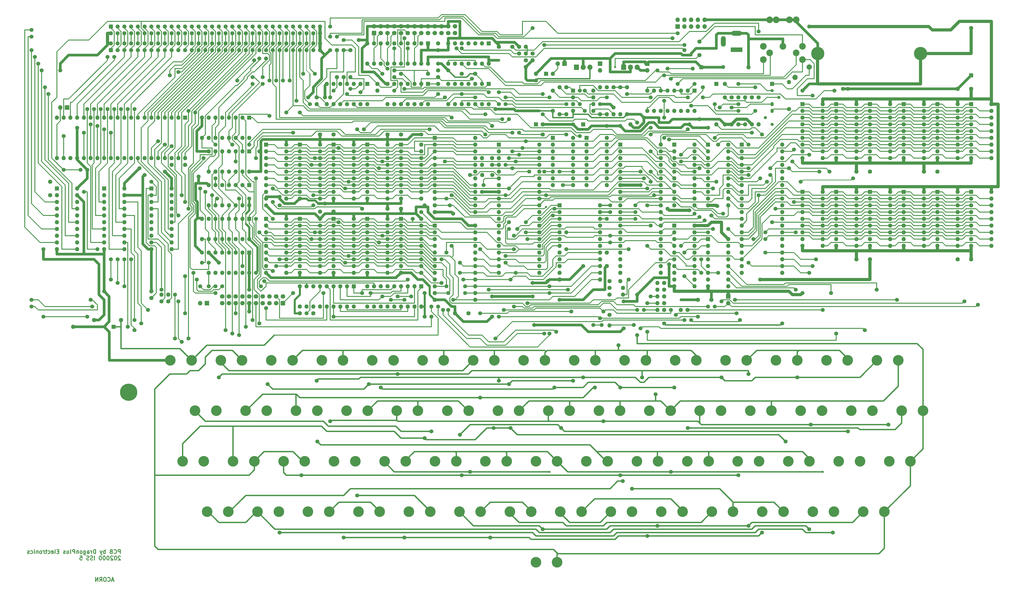
<source format=gbr>
%TF.GenerationSoftware,KiCad,Pcbnew,8.0.4*%
%TF.CreationDate,2024-11-18T10:43:41+00:00*%
%TF.ProjectId,AtomV5Board,41746f6d-5635-4426-9f61-72642e6b6963,rev?*%
%TF.SameCoordinates,Original*%
%TF.FileFunction,Copper,L2,Bot*%
%TF.FilePolarity,Positive*%
%FSLAX46Y46*%
G04 Gerber Fmt 4.6, Leading zero omitted, Abs format (unit mm)*
G04 Created by KiCad (PCBNEW 8.0.4) date 2024-11-18 10:43:41*
%MOMM*%
%LPD*%
G01*
G04 APERTURE LIST*
G04 Aperture macros list*
%AMRoundRect*
0 Rectangle with rounded corners*
0 $1 Rounding radius*
0 $2 $3 $4 $5 $6 $7 $8 $9 X,Y pos of 4 corners*
0 Add a 4 corners polygon primitive as box body*
4,1,4,$2,$3,$4,$5,$6,$7,$8,$9,$2,$3,0*
0 Add four circle primitives for the rounded corners*
1,1,$1+$1,$2,$3*
1,1,$1+$1,$4,$5*
1,1,$1+$1,$6,$7*
1,1,$1+$1,$8,$9*
0 Add four rect primitives between the rounded corners*
20,1,$1+$1,$2,$3,$4,$5,0*
20,1,$1+$1,$4,$5,$6,$7,0*
20,1,$1+$1,$6,$7,$8,$9,0*
20,1,$1+$1,$8,$9,$2,$3,0*%
G04 Aperture macros list end*
%ADD10C,0.300000*%
%TA.AperFunction,NonConductor*%
%ADD11C,0.300000*%
%TD*%
%TA.AperFunction,ComponentPad*%
%ADD12R,1.600000X1.600000*%
%TD*%
%TA.AperFunction,ComponentPad*%
%ADD13O,1.600000X1.600000*%
%TD*%
%TA.AperFunction,ComponentPad*%
%ADD14C,1.600000*%
%TD*%
%TA.AperFunction,ComponentPad*%
%ADD15R,1.905000X2.000000*%
%TD*%
%TA.AperFunction,ComponentPad*%
%ADD16O,1.905000X2.000000*%
%TD*%
%TA.AperFunction,ComponentPad*%
%ADD17R,1.700000X1.700000*%
%TD*%
%TA.AperFunction,ComponentPad*%
%ADD18O,1.700000X1.700000*%
%TD*%
%TA.AperFunction,ComponentPad*%
%ADD19RoundRect,0.249999X-0.525001X-0.525001X0.525001X-0.525001X0.525001X0.525001X-0.525001X0.525001X0*%
%TD*%
%TA.AperFunction,ComponentPad*%
%ADD20C,1.550000*%
%TD*%
%TA.AperFunction,ComponentPad*%
%ADD21O,1.200000X1.600000*%
%TD*%
%TA.AperFunction,ComponentPad*%
%ADD22O,1.200000X1.200000*%
%TD*%
%TA.AperFunction,ComponentPad*%
%ADD23C,6.500000*%
%TD*%
%TA.AperFunction,ComponentPad*%
%ADD24R,4.400000X1.800000*%
%TD*%
%TA.AperFunction,ComponentPad*%
%ADD25O,1.800000X4.000000*%
%TD*%
%TA.AperFunction,ComponentPad*%
%ADD26O,4.000000X1.800000*%
%TD*%
%TA.AperFunction,ComponentPad*%
%ADD27C,2.000000*%
%TD*%
%TA.AperFunction,ComponentPad*%
%ADD28C,5.000000*%
%TD*%
%TA.AperFunction,ComponentPad*%
%ADD29RoundRect,0.249999X0.525001X-0.525001X0.525001X0.525001X-0.525001X0.525001X-0.525001X-0.525001X0*%
%TD*%
%TA.AperFunction,ComponentPad*%
%ADD30RoundRect,0.250000X0.600000X-0.600000X0.600000X0.600000X-0.600000X0.600000X-0.600000X-0.600000X0*%
%TD*%
%TA.AperFunction,ComponentPad*%
%ADD31C,1.700000*%
%TD*%
%TA.AperFunction,ComponentPad*%
%ADD32C,2.500000*%
%TD*%
%TA.AperFunction,ComponentPad*%
%ADD33C,4.000000*%
%TD*%
%TA.AperFunction,ViaPad*%
%ADD34C,1.500000*%
%TD*%
%TA.AperFunction,ViaPad*%
%ADD35C,0.600000*%
%TD*%
%TA.AperFunction,ViaPad*%
%ADD36C,0.800000*%
%TD*%
%TA.AperFunction,Conductor*%
%ADD37C,0.300000*%
%TD*%
%TA.AperFunction,Conductor*%
%ADD38C,0.250000*%
%TD*%
%TA.AperFunction,Conductor*%
%ADD39C,0.500000*%
%TD*%
%TA.AperFunction,Conductor*%
%ADD40C,1.000000*%
%TD*%
%TA.AperFunction,Conductor*%
%ADD41C,1.200000*%
%TD*%
%TA.AperFunction,Conductor*%
%ADD42C,0.750000*%
%TD*%
%TA.AperFunction,Conductor*%
%ADD43C,0.200000*%
%TD*%
G04 APERTURE END LIST*
D10*
D11*
X59435489Y-227645912D02*
X59435489Y-226145912D01*
X59435489Y-226145912D02*
X58864060Y-226145912D01*
X58864060Y-226145912D02*
X58721203Y-226217341D01*
X58721203Y-226217341D02*
X58649774Y-226288769D01*
X58649774Y-226288769D02*
X58578346Y-226431626D01*
X58578346Y-226431626D02*
X58578346Y-226645912D01*
X58578346Y-226645912D02*
X58649774Y-226788769D01*
X58649774Y-226788769D02*
X58721203Y-226860198D01*
X58721203Y-226860198D02*
X58864060Y-226931626D01*
X58864060Y-226931626D02*
X59435489Y-226931626D01*
X57078346Y-227503055D02*
X57149774Y-227574484D01*
X57149774Y-227574484D02*
X57364060Y-227645912D01*
X57364060Y-227645912D02*
X57506917Y-227645912D01*
X57506917Y-227645912D02*
X57721203Y-227574484D01*
X57721203Y-227574484D02*
X57864060Y-227431626D01*
X57864060Y-227431626D02*
X57935489Y-227288769D01*
X57935489Y-227288769D02*
X58006917Y-227003055D01*
X58006917Y-227003055D02*
X58006917Y-226788769D01*
X58006917Y-226788769D02*
X57935489Y-226503055D01*
X57935489Y-226503055D02*
X57864060Y-226360198D01*
X57864060Y-226360198D02*
X57721203Y-226217341D01*
X57721203Y-226217341D02*
X57506917Y-226145912D01*
X57506917Y-226145912D02*
X57364060Y-226145912D01*
X57364060Y-226145912D02*
X57149774Y-226217341D01*
X57149774Y-226217341D02*
X57078346Y-226288769D01*
X55935489Y-226860198D02*
X55721203Y-226931626D01*
X55721203Y-226931626D02*
X55649774Y-227003055D01*
X55649774Y-227003055D02*
X55578346Y-227145912D01*
X55578346Y-227145912D02*
X55578346Y-227360198D01*
X55578346Y-227360198D02*
X55649774Y-227503055D01*
X55649774Y-227503055D02*
X55721203Y-227574484D01*
X55721203Y-227574484D02*
X55864060Y-227645912D01*
X55864060Y-227645912D02*
X56435489Y-227645912D01*
X56435489Y-227645912D02*
X56435489Y-226145912D01*
X56435489Y-226145912D02*
X55935489Y-226145912D01*
X55935489Y-226145912D02*
X55792632Y-226217341D01*
X55792632Y-226217341D02*
X55721203Y-226288769D01*
X55721203Y-226288769D02*
X55649774Y-226431626D01*
X55649774Y-226431626D02*
X55649774Y-226574484D01*
X55649774Y-226574484D02*
X55721203Y-226717341D01*
X55721203Y-226717341D02*
X55792632Y-226788769D01*
X55792632Y-226788769D02*
X55935489Y-226860198D01*
X55935489Y-226860198D02*
X56435489Y-226860198D01*
X53792632Y-227645912D02*
X53792632Y-226145912D01*
X53792632Y-226717341D02*
X53649775Y-226645912D01*
X53649775Y-226645912D02*
X53364060Y-226645912D01*
X53364060Y-226645912D02*
X53221203Y-226717341D01*
X53221203Y-226717341D02*
X53149775Y-226788769D01*
X53149775Y-226788769D02*
X53078346Y-226931626D01*
X53078346Y-226931626D02*
X53078346Y-227360198D01*
X53078346Y-227360198D02*
X53149775Y-227503055D01*
X53149775Y-227503055D02*
X53221203Y-227574484D01*
X53221203Y-227574484D02*
X53364060Y-227645912D01*
X53364060Y-227645912D02*
X53649775Y-227645912D01*
X53649775Y-227645912D02*
X53792632Y-227574484D01*
X52578346Y-226645912D02*
X52221203Y-227645912D01*
X51864060Y-226645912D02*
X52221203Y-227645912D01*
X52221203Y-227645912D02*
X52364060Y-228003055D01*
X52364060Y-228003055D02*
X52435489Y-228074484D01*
X52435489Y-228074484D02*
X52578346Y-228145912D01*
X50149775Y-227645912D02*
X50149775Y-226145912D01*
X50149775Y-226145912D02*
X49792632Y-226145912D01*
X49792632Y-226145912D02*
X49578346Y-226217341D01*
X49578346Y-226217341D02*
X49435489Y-226360198D01*
X49435489Y-226360198D02*
X49364060Y-226503055D01*
X49364060Y-226503055D02*
X49292632Y-226788769D01*
X49292632Y-226788769D02*
X49292632Y-227003055D01*
X49292632Y-227003055D02*
X49364060Y-227288769D01*
X49364060Y-227288769D02*
X49435489Y-227431626D01*
X49435489Y-227431626D02*
X49578346Y-227574484D01*
X49578346Y-227574484D02*
X49792632Y-227645912D01*
X49792632Y-227645912D02*
X50149775Y-227645912D01*
X48649775Y-227645912D02*
X48649775Y-226645912D01*
X48649775Y-226931626D02*
X48578346Y-226788769D01*
X48578346Y-226788769D02*
X48506918Y-226717341D01*
X48506918Y-226717341D02*
X48364060Y-226645912D01*
X48364060Y-226645912D02*
X48221203Y-226645912D01*
X47078347Y-227645912D02*
X47078347Y-226860198D01*
X47078347Y-226860198D02*
X47149775Y-226717341D01*
X47149775Y-226717341D02*
X47292632Y-226645912D01*
X47292632Y-226645912D02*
X47578347Y-226645912D01*
X47578347Y-226645912D02*
X47721204Y-226717341D01*
X47078347Y-227574484D02*
X47221204Y-227645912D01*
X47221204Y-227645912D02*
X47578347Y-227645912D01*
X47578347Y-227645912D02*
X47721204Y-227574484D01*
X47721204Y-227574484D02*
X47792632Y-227431626D01*
X47792632Y-227431626D02*
X47792632Y-227288769D01*
X47792632Y-227288769D02*
X47721204Y-227145912D01*
X47721204Y-227145912D02*
X47578347Y-227074484D01*
X47578347Y-227074484D02*
X47221204Y-227074484D01*
X47221204Y-227074484D02*
X47078347Y-227003055D01*
X45721204Y-226645912D02*
X45721204Y-227860198D01*
X45721204Y-227860198D02*
X45792632Y-228003055D01*
X45792632Y-228003055D02*
X45864061Y-228074484D01*
X45864061Y-228074484D02*
X46006918Y-228145912D01*
X46006918Y-228145912D02*
X46221204Y-228145912D01*
X46221204Y-228145912D02*
X46364061Y-228074484D01*
X45721204Y-227574484D02*
X45864061Y-227645912D01*
X45864061Y-227645912D02*
X46149775Y-227645912D01*
X46149775Y-227645912D02*
X46292632Y-227574484D01*
X46292632Y-227574484D02*
X46364061Y-227503055D01*
X46364061Y-227503055D02*
X46435489Y-227360198D01*
X46435489Y-227360198D02*
X46435489Y-226931626D01*
X46435489Y-226931626D02*
X46364061Y-226788769D01*
X46364061Y-226788769D02*
X46292632Y-226717341D01*
X46292632Y-226717341D02*
X46149775Y-226645912D01*
X46149775Y-226645912D02*
X45864061Y-226645912D01*
X45864061Y-226645912D02*
X45721204Y-226717341D01*
X44792632Y-227645912D02*
X44935489Y-227574484D01*
X44935489Y-227574484D02*
X45006918Y-227503055D01*
X45006918Y-227503055D02*
X45078346Y-227360198D01*
X45078346Y-227360198D02*
X45078346Y-226931626D01*
X45078346Y-226931626D02*
X45006918Y-226788769D01*
X45006918Y-226788769D02*
X44935489Y-226717341D01*
X44935489Y-226717341D02*
X44792632Y-226645912D01*
X44792632Y-226645912D02*
X44578346Y-226645912D01*
X44578346Y-226645912D02*
X44435489Y-226717341D01*
X44435489Y-226717341D02*
X44364061Y-226788769D01*
X44364061Y-226788769D02*
X44292632Y-226931626D01*
X44292632Y-226931626D02*
X44292632Y-227360198D01*
X44292632Y-227360198D02*
X44364061Y-227503055D01*
X44364061Y-227503055D02*
X44435489Y-227574484D01*
X44435489Y-227574484D02*
X44578346Y-227645912D01*
X44578346Y-227645912D02*
X44792632Y-227645912D01*
X43649775Y-226645912D02*
X43649775Y-227645912D01*
X43649775Y-226788769D02*
X43578346Y-226717341D01*
X43578346Y-226717341D02*
X43435489Y-226645912D01*
X43435489Y-226645912D02*
X43221203Y-226645912D01*
X43221203Y-226645912D02*
X43078346Y-226717341D01*
X43078346Y-226717341D02*
X43006918Y-226860198D01*
X43006918Y-226860198D02*
X43006918Y-227645912D01*
X42292632Y-227645912D02*
X42292632Y-226145912D01*
X42292632Y-226145912D02*
X41721203Y-226145912D01*
X41721203Y-226145912D02*
X41578346Y-226217341D01*
X41578346Y-226217341D02*
X41506917Y-226288769D01*
X41506917Y-226288769D02*
X41435489Y-226431626D01*
X41435489Y-226431626D02*
X41435489Y-226645912D01*
X41435489Y-226645912D02*
X41506917Y-226788769D01*
X41506917Y-226788769D02*
X41578346Y-226860198D01*
X41578346Y-226860198D02*
X41721203Y-226931626D01*
X41721203Y-226931626D02*
X42292632Y-226931626D01*
X40578346Y-227645912D02*
X40721203Y-227574484D01*
X40721203Y-227574484D02*
X40792632Y-227431626D01*
X40792632Y-227431626D02*
X40792632Y-226145912D01*
X39364061Y-226645912D02*
X39364061Y-227645912D01*
X40006918Y-226645912D02*
X40006918Y-227431626D01*
X40006918Y-227431626D02*
X39935489Y-227574484D01*
X39935489Y-227574484D02*
X39792632Y-227645912D01*
X39792632Y-227645912D02*
X39578346Y-227645912D01*
X39578346Y-227645912D02*
X39435489Y-227574484D01*
X39435489Y-227574484D02*
X39364061Y-227503055D01*
X38721203Y-227574484D02*
X38578346Y-227645912D01*
X38578346Y-227645912D02*
X38292632Y-227645912D01*
X38292632Y-227645912D02*
X38149775Y-227574484D01*
X38149775Y-227574484D02*
X38078346Y-227431626D01*
X38078346Y-227431626D02*
X38078346Y-227360198D01*
X38078346Y-227360198D02*
X38149775Y-227217341D01*
X38149775Y-227217341D02*
X38292632Y-227145912D01*
X38292632Y-227145912D02*
X38506918Y-227145912D01*
X38506918Y-227145912D02*
X38649775Y-227074484D01*
X38649775Y-227074484D02*
X38721203Y-226931626D01*
X38721203Y-226931626D02*
X38721203Y-226860198D01*
X38721203Y-226860198D02*
X38649775Y-226717341D01*
X38649775Y-226717341D02*
X38506918Y-226645912D01*
X38506918Y-226645912D02*
X38292632Y-226645912D01*
X38292632Y-226645912D02*
X38149775Y-226717341D01*
X36292632Y-226860198D02*
X35792632Y-226860198D01*
X35578346Y-227645912D02*
X36292632Y-227645912D01*
X36292632Y-227645912D02*
X36292632Y-226145912D01*
X36292632Y-226145912D02*
X35578346Y-226145912D01*
X34721203Y-227645912D02*
X34864060Y-227574484D01*
X34864060Y-227574484D02*
X34935489Y-227431626D01*
X34935489Y-227431626D02*
X34935489Y-226145912D01*
X33578346Y-227574484D02*
X33721203Y-227645912D01*
X33721203Y-227645912D02*
X34006918Y-227645912D01*
X34006918Y-227645912D02*
X34149775Y-227574484D01*
X34149775Y-227574484D02*
X34221203Y-227431626D01*
X34221203Y-227431626D02*
X34221203Y-226860198D01*
X34221203Y-226860198D02*
X34149775Y-226717341D01*
X34149775Y-226717341D02*
X34006918Y-226645912D01*
X34006918Y-226645912D02*
X33721203Y-226645912D01*
X33721203Y-226645912D02*
X33578346Y-226717341D01*
X33578346Y-226717341D02*
X33506918Y-226860198D01*
X33506918Y-226860198D02*
X33506918Y-227003055D01*
X33506918Y-227003055D02*
X34221203Y-227145912D01*
X32221204Y-227574484D02*
X32364061Y-227645912D01*
X32364061Y-227645912D02*
X32649775Y-227645912D01*
X32649775Y-227645912D02*
X32792632Y-227574484D01*
X32792632Y-227574484D02*
X32864061Y-227503055D01*
X32864061Y-227503055D02*
X32935489Y-227360198D01*
X32935489Y-227360198D02*
X32935489Y-226931626D01*
X32935489Y-226931626D02*
X32864061Y-226788769D01*
X32864061Y-226788769D02*
X32792632Y-226717341D01*
X32792632Y-226717341D02*
X32649775Y-226645912D01*
X32649775Y-226645912D02*
X32364061Y-226645912D01*
X32364061Y-226645912D02*
X32221204Y-226717341D01*
X31792632Y-226645912D02*
X31221204Y-226645912D01*
X31578347Y-226145912D02*
X31578347Y-227431626D01*
X31578347Y-227431626D02*
X31506918Y-227574484D01*
X31506918Y-227574484D02*
X31364061Y-227645912D01*
X31364061Y-227645912D02*
X31221204Y-227645912D01*
X30721204Y-227645912D02*
X30721204Y-226645912D01*
X30721204Y-226931626D02*
X30649775Y-226788769D01*
X30649775Y-226788769D02*
X30578347Y-226717341D01*
X30578347Y-226717341D02*
X30435489Y-226645912D01*
X30435489Y-226645912D02*
X30292632Y-226645912D01*
X29578347Y-227645912D02*
X29721204Y-227574484D01*
X29721204Y-227574484D02*
X29792633Y-227503055D01*
X29792633Y-227503055D02*
X29864061Y-227360198D01*
X29864061Y-227360198D02*
X29864061Y-226931626D01*
X29864061Y-226931626D02*
X29792633Y-226788769D01*
X29792633Y-226788769D02*
X29721204Y-226717341D01*
X29721204Y-226717341D02*
X29578347Y-226645912D01*
X29578347Y-226645912D02*
X29364061Y-226645912D01*
X29364061Y-226645912D02*
X29221204Y-226717341D01*
X29221204Y-226717341D02*
X29149776Y-226788769D01*
X29149776Y-226788769D02*
X29078347Y-226931626D01*
X29078347Y-226931626D02*
X29078347Y-227360198D01*
X29078347Y-227360198D02*
X29149776Y-227503055D01*
X29149776Y-227503055D02*
X29221204Y-227574484D01*
X29221204Y-227574484D02*
X29364061Y-227645912D01*
X29364061Y-227645912D02*
X29578347Y-227645912D01*
X28435490Y-226645912D02*
X28435490Y-227645912D01*
X28435490Y-226788769D02*
X28364061Y-226717341D01*
X28364061Y-226717341D02*
X28221204Y-226645912D01*
X28221204Y-226645912D02*
X28006918Y-226645912D01*
X28006918Y-226645912D02*
X27864061Y-226717341D01*
X27864061Y-226717341D02*
X27792633Y-226860198D01*
X27792633Y-226860198D02*
X27792633Y-227645912D01*
X27078347Y-227645912D02*
X27078347Y-226645912D01*
X27078347Y-226145912D02*
X27149775Y-226217341D01*
X27149775Y-226217341D02*
X27078347Y-226288769D01*
X27078347Y-226288769D02*
X27006918Y-226217341D01*
X27006918Y-226217341D02*
X27078347Y-226145912D01*
X27078347Y-226145912D02*
X27078347Y-226288769D01*
X25721204Y-227574484D02*
X25864061Y-227645912D01*
X25864061Y-227645912D02*
X26149775Y-227645912D01*
X26149775Y-227645912D02*
X26292632Y-227574484D01*
X26292632Y-227574484D02*
X26364061Y-227503055D01*
X26364061Y-227503055D02*
X26435489Y-227360198D01*
X26435489Y-227360198D02*
X26435489Y-226931626D01*
X26435489Y-226931626D02*
X26364061Y-226788769D01*
X26364061Y-226788769D02*
X26292632Y-226717341D01*
X26292632Y-226717341D02*
X26149775Y-226645912D01*
X26149775Y-226645912D02*
X25864061Y-226645912D01*
X25864061Y-226645912D02*
X25721204Y-226717341D01*
X25149775Y-227574484D02*
X25006918Y-227645912D01*
X25006918Y-227645912D02*
X24721204Y-227645912D01*
X24721204Y-227645912D02*
X24578347Y-227574484D01*
X24578347Y-227574484D02*
X24506918Y-227431626D01*
X24506918Y-227431626D02*
X24506918Y-227360198D01*
X24506918Y-227360198D02*
X24578347Y-227217341D01*
X24578347Y-227217341D02*
X24721204Y-227145912D01*
X24721204Y-227145912D02*
X24935490Y-227145912D01*
X24935490Y-227145912D02*
X25078347Y-227074484D01*
X25078347Y-227074484D02*
X25149775Y-226931626D01*
X25149775Y-226931626D02*
X25149775Y-226860198D01*
X25149775Y-226860198D02*
X25078347Y-226717341D01*
X25078347Y-226717341D02*
X24935490Y-226645912D01*
X24935490Y-226645912D02*
X24721204Y-226645912D01*
X24721204Y-226645912D02*
X24578347Y-226717341D01*
X59506917Y-228703685D02*
X59435489Y-228632257D01*
X59435489Y-228632257D02*
X59292632Y-228560828D01*
X59292632Y-228560828D02*
X58935489Y-228560828D01*
X58935489Y-228560828D02*
X58792632Y-228632257D01*
X58792632Y-228632257D02*
X58721203Y-228703685D01*
X58721203Y-228703685D02*
X58649774Y-228846542D01*
X58649774Y-228846542D02*
X58649774Y-228989400D01*
X58649774Y-228989400D02*
X58721203Y-229203685D01*
X58721203Y-229203685D02*
X59578346Y-230060828D01*
X59578346Y-230060828D02*
X58649774Y-230060828D01*
X57721203Y-228560828D02*
X57578346Y-228560828D01*
X57578346Y-228560828D02*
X57435489Y-228632257D01*
X57435489Y-228632257D02*
X57364061Y-228703685D01*
X57364061Y-228703685D02*
X57292632Y-228846542D01*
X57292632Y-228846542D02*
X57221203Y-229132257D01*
X57221203Y-229132257D02*
X57221203Y-229489400D01*
X57221203Y-229489400D02*
X57292632Y-229775114D01*
X57292632Y-229775114D02*
X57364061Y-229917971D01*
X57364061Y-229917971D02*
X57435489Y-229989400D01*
X57435489Y-229989400D02*
X57578346Y-230060828D01*
X57578346Y-230060828D02*
X57721203Y-230060828D01*
X57721203Y-230060828D02*
X57864061Y-229989400D01*
X57864061Y-229989400D02*
X57935489Y-229917971D01*
X57935489Y-229917971D02*
X58006918Y-229775114D01*
X58006918Y-229775114D02*
X58078346Y-229489400D01*
X58078346Y-229489400D02*
X58078346Y-229132257D01*
X58078346Y-229132257D02*
X58006918Y-228846542D01*
X58006918Y-228846542D02*
X57935489Y-228703685D01*
X57935489Y-228703685D02*
X57864061Y-228632257D01*
X57864061Y-228632257D02*
X57721203Y-228560828D01*
X56649775Y-228703685D02*
X56578347Y-228632257D01*
X56578347Y-228632257D02*
X56435490Y-228560828D01*
X56435490Y-228560828D02*
X56078347Y-228560828D01*
X56078347Y-228560828D02*
X55935490Y-228632257D01*
X55935490Y-228632257D02*
X55864061Y-228703685D01*
X55864061Y-228703685D02*
X55792632Y-228846542D01*
X55792632Y-228846542D02*
X55792632Y-228989400D01*
X55792632Y-228989400D02*
X55864061Y-229203685D01*
X55864061Y-229203685D02*
X56721204Y-230060828D01*
X56721204Y-230060828D02*
X55792632Y-230060828D01*
X54864061Y-228560828D02*
X54721204Y-228560828D01*
X54721204Y-228560828D02*
X54578347Y-228632257D01*
X54578347Y-228632257D02*
X54506919Y-228703685D01*
X54506919Y-228703685D02*
X54435490Y-228846542D01*
X54435490Y-228846542D02*
X54364061Y-229132257D01*
X54364061Y-229132257D02*
X54364061Y-229489400D01*
X54364061Y-229489400D02*
X54435490Y-229775114D01*
X54435490Y-229775114D02*
X54506919Y-229917971D01*
X54506919Y-229917971D02*
X54578347Y-229989400D01*
X54578347Y-229989400D02*
X54721204Y-230060828D01*
X54721204Y-230060828D02*
X54864061Y-230060828D01*
X54864061Y-230060828D02*
X55006919Y-229989400D01*
X55006919Y-229989400D02*
X55078347Y-229917971D01*
X55078347Y-229917971D02*
X55149776Y-229775114D01*
X55149776Y-229775114D02*
X55221204Y-229489400D01*
X55221204Y-229489400D02*
X55221204Y-229132257D01*
X55221204Y-229132257D02*
X55149776Y-228846542D01*
X55149776Y-228846542D02*
X55078347Y-228703685D01*
X55078347Y-228703685D02*
X55006919Y-228632257D01*
X55006919Y-228632257D02*
X54864061Y-228560828D01*
X53435490Y-228560828D02*
X53292633Y-228560828D01*
X53292633Y-228560828D02*
X53149776Y-228632257D01*
X53149776Y-228632257D02*
X53078348Y-228703685D01*
X53078348Y-228703685D02*
X53006919Y-228846542D01*
X53006919Y-228846542D02*
X52935490Y-229132257D01*
X52935490Y-229132257D02*
X52935490Y-229489400D01*
X52935490Y-229489400D02*
X53006919Y-229775114D01*
X53006919Y-229775114D02*
X53078348Y-229917971D01*
X53078348Y-229917971D02*
X53149776Y-229989400D01*
X53149776Y-229989400D02*
X53292633Y-230060828D01*
X53292633Y-230060828D02*
X53435490Y-230060828D01*
X53435490Y-230060828D02*
X53578348Y-229989400D01*
X53578348Y-229989400D02*
X53649776Y-229917971D01*
X53649776Y-229917971D02*
X53721205Y-229775114D01*
X53721205Y-229775114D02*
X53792633Y-229489400D01*
X53792633Y-229489400D02*
X53792633Y-229132257D01*
X53792633Y-229132257D02*
X53721205Y-228846542D01*
X53721205Y-228846542D02*
X53649776Y-228703685D01*
X53649776Y-228703685D02*
X53578348Y-228632257D01*
X53578348Y-228632257D02*
X53435490Y-228560828D01*
X52006919Y-228560828D02*
X51864062Y-228560828D01*
X51864062Y-228560828D02*
X51721205Y-228632257D01*
X51721205Y-228632257D02*
X51649777Y-228703685D01*
X51649777Y-228703685D02*
X51578348Y-228846542D01*
X51578348Y-228846542D02*
X51506919Y-229132257D01*
X51506919Y-229132257D02*
X51506919Y-229489400D01*
X51506919Y-229489400D02*
X51578348Y-229775114D01*
X51578348Y-229775114D02*
X51649777Y-229917971D01*
X51649777Y-229917971D02*
X51721205Y-229989400D01*
X51721205Y-229989400D02*
X51864062Y-230060828D01*
X51864062Y-230060828D02*
X52006919Y-230060828D01*
X52006919Y-230060828D02*
X52149777Y-229989400D01*
X52149777Y-229989400D02*
X52221205Y-229917971D01*
X52221205Y-229917971D02*
X52292634Y-229775114D01*
X52292634Y-229775114D02*
X52364062Y-229489400D01*
X52364062Y-229489400D02*
X52364062Y-229132257D01*
X52364062Y-229132257D02*
X52292634Y-228846542D01*
X52292634Y-228846542D02*
X52221205Y-228703685D01*
X52221205Y-228703685D02*
X52149777Y-228632257D01*
X52149777Y-228632257D02*
X52006919Y-228560828D01*
X49721206Y-230060828D02*
X49721206Y-228560828D01*
X49078348Y-229989400D02*
X48864063Y-230060828D01*
X48864063Y-230060828D02*
X48506920Y-230060828D01*
X48506920Y-230060828D02*
X48364063Y-229989400D01*
X48364063Y-229989400D02*
X48292634Y-229917971D01*
X48292634Y-229917971D02*
X48221205Y-229775114D01*
X48221205Y-229775114D02*
X48221205Y-229632257D01*
X48221205Y-229632257D02*
X48292634Y-229489400D01*
X48292634Y-229489400D02*
X48364063Y-229417971D01*
X48364063Y-229417971D02*
X48506920Y-229346542D01*
X48506920Y-229346542D02*
X48792634Y-229275114D01*
X48792634Y-229275114D02*
X48935491Y-229203685D01*
X48935491Y-229203685D02*
X49006920Y-229132257D01*
X49006920Y-229132257D02*
X49078348Y-228989400D01*
X49078348Y-228989400D02*
X49078348Y-228846542D01*
X49078348Y-228846542D02*
X49006920Y-228703685D01*
X49006920Y-228703685D02*
X48935491Y-228632257D01*
X48935491Y-228632257D02*
X48792634Y-228560828D01*
X48792634Y-228560828D02*
X48435491Y-228560828D01*
X48435491Y-228560828D02*
X48221205Y-228632257D01*
X47649777Y-229989400D02*
X47435492Y-230060828D01*
X47435492Y-230060828D02*
X47078349Y-230060828D01*
X47078349Y-230060828D02*
X46935492Y-229989400D01*
X46935492Y-229989400D02*
X46864063Y-229917971D01*
X46864063Y-229917971D02*
X46792634Y-229775114D01*
X46792634Y-229775114D02*
X46792634Y-229632257D01*
X46792634Y-229632257D02*
X46864063Y-229489400D01*
X46864063Y-229489400D02*
X46935492Y-229417971D01*
X46935492Y-229417971D02*
X47078349Y-229346542D01*
X47078349Y-229346542D02*
X47364063Y-229275114D01*
X47364063Y-229275114D02*
X47506920Y-229203685D01*
X47506920Y-229203685D02*
X47578349Y-229132257D01*
X47578349Y-229132257D02*
X47649777Y-228989400D01*
X47649777Y-228989400D02*
X47649777Y-228846542D01*
X47649777Y-228846542D02*
X47578349Y-228703685D01*
X47578349Y-228703685D02*
X47506920Y-228632257D01*
X47506920Y-228632257D02*
X47364063Y-228560828D01*
X47364063Y-228560828D02*
X47006920Y-228560828D01*
X47006920Y-228560828D02*
X46792634Y-228632257D01*
X44292635Y-228560828D02*
X45006921Y-228560828D01*
X45006921Y-228560828D02*
X45078349Y-229275114D01*
X45078349Y-229275114D02*
X45006921Y-229203685D01*
X45006921Y-229203685D02*
X44864064Y-229132257D01*
X44864064Y-229132257D02*
X44506921Y-229132257D01*
X44506921Y-229132257D02*
X44364064Y-229203685D01*
X44364064Y-229203685D02*
X44292635Y-229275114D01*
X44292635Y-229275114D02*
X44221206Y-229417971D01*
X44221206Y-229417971D02*
X44221206Y-229775114D01*
X44221206Y-229775114D02*
X44292635Y-229917971D01*
X44292635Y-229917971D02*
X44364064Y-229989400D01*
X44364064Y-229989400D02*
X44506921Y-230060828D01*
X44506921Y-230060828D02*
X44864064Y-230060828D01*
X44864064Y-230060828D02*
X45006921Y-229989400D01*
X45006921Y-229989400D02*
X45078349Y-229917971D01*
D10*
D11*
X56946917Y-237702257D02*
X56232632Y-237702257D01*
X57089774Y-238130828D02*
X56589774Y-236630828D01*
X56589774Y-236630828D02*
X56089774Y-238130828D01*
X54732632Y-237987971D02*
X54804060Y-238059400D01*
X54804060Y-238059400D02*
X55018346Y-238130828D01*
X55018346Y-238130828D02*
X55161203Y-238130828D01*
X55161203Y-238130828D02*
X55375489Y-238059400D01*
X55375489Y-238059400D02*
X55518346Y-237916542D01*
X55518346Y-237916542D02*
X55589775Y-237773685D01*
X55589775Y-237773685D02*
X55661203Y-237487971D01*
X55661203Y-237487971D02*
X55661203Y-237273685D01*
X55661203Y-237273685D02*
X55589775Y-236987971D01*
X55589775Y-236987971D02*
X55518346Y-236845114D01*
X55518346Y-236845114D02*
X55375489Y-236702257D01*
X55375489Y-236702257D02*
X55161203Y-236630828D01*
X55161203Y-236630828D02*
X55018346Y-236630828D01*
X55018346Y-236630828D02*
X54804060Y-236702257D01*
X54804060Y-236702257D02*
X54732632Y-236773685D01*
X53804060Y-236630828D02*
X53518346Y-236630828D01*
X53518346Y-236630828D02*
X53375489Y-236702257D01*
X53375489Y-236702257D02*
X53232632Y-236845114D01*
X53232632Y-236845114D02*
X53161203Y-237130828D01*
X53161203Y-237130828D02*
X53161203Y-237630828D01*
X53161203Y-237630828D02*
X53232632Y-237916542D01*
X53232632Y-237916542D02*
X53375489Y-238059400D01*
X53375489Y-238059400D02*
X53518346Y-238130828D01*
X53518346Y-238130828D02*
X53804060Y-238130828D01*
X53804060Y-238130828D02*
X53946918Y-238059400D01*
X53946918Y-238059400D02*
X54089775Y-237916542D01*
X54089775Y-237916542D02*
X54161203Y-237630828D01*
X54161203Y-237630828D02*
X54161203Y-237130828D01*
X54161203Y-237130828D02*
X54089775Y-236845114D01*
X54089775Y-236845114D02*
X53946918Y-236702257D01*
X53946918Y-236702257D02*
X53804060Y-236630828D01*
X51661203Y-238130828D02*
X52161203Y-237416542D01*
X52518346Y-238130828D02*
X52518346Y-236630828D01*
X52518346Y-236630828D02*
X51946917Y-236630828D01*
X51946917Y-236630828D02*
X51804060Y-236702257D01*
X51804060Y-236702257D02*
X51732631Y-236773685D01*
X51732631Y-236773685D02*
X51661203Y-236916542D01*
X51661203Y-236916542D02*
X51661203Y-237130828D01*
X51661203Y-237130828D02*
X51732631Y-237273685D01*
X51732631Y-237273685D02*
X51804060Y-237345114D01*
X51804060Y-237345114D02*
X51946917Y-237416542D01*
X51946917Y-237416542D02*
X52518346Y-237416542D01*
X51018346Y-238130828D02*
X51018346Y-236630828D01*
X51018346Y-236630828D02*
X50161203Y-238130828D01*
X50161203Y-238130828D02*
X50161203Y-236630828D01*
D12*
%TO.P,IC5,1*%
%TO.N,+5VB*%
X107950000Y-114300000D03*
D13*
%TO.P,IC5,2*%
%TO.N,/MainMemory/#3800-#3BFF*%
X105410000Y-114300000D03*
%TO.P,IC5,3*%
%TO.N,/MainMemory/#2800-#2BFF*%
X102870000Y-114300000D03*
%TO.P,IC5,4*%
%TO.N,/MainMemory/#2C00-#2FFF*%
X100330000Y-114300000D03*
%TO.P,IC5,5*%
%TO.N,/MainMemory/#3000-#33FF*%
X97790000Y-114300000D03*
%TO.P,IC5,6*%
%TO.N,/MainMemory/#3400-#37FF*%
X95250000Y-114300000D03*
%TO.P,IC5,7,GND*%
%TO.N,GND*%
X92710000Y-114300000D03*
%TO.P,IC5,8*%
%TO.N,EN_PL6_DBUS*%
X92710000Y-121920000D03*
%TO.P,IC5,9*%
%TO.N,N/C*%
X95250000Y-121920000D03*
%TO.P,IC5,10*%
X97790000Y-121920000D03*
%TO.P,IC5,11*%
%TO.N,Net-(IC5-Pad11)*%
X100330000Y-121920000D03*
%TO.P,IC5,12*%
%TO.N,/MainMemory/Eurocard RAMspace*%
X102870000Y-121920000D03*
%TO.P,IC5,13*%
%TO.N,N/C*%
X105410000Y-121920000D03*
%TO.P,IC5,14,VCC*%
%TO.N,+5VB*%
X107950000Y-121920000D03*
%TD*%
D12*
%TO.P,C3,1*%
%TO.N,Net-(Q2-C)*%
X379730000Y-47625000D03*
D13*
%TO.P,C3,2*%
%TO.N,GND*%
X379730000Y-29845000D03*
%TD*%
D12*
%TO.P,IC42,1,A6*%
%TO.N,/Video/B0*%
X379730000Y-58420000D03*
D13*
%TO.P,IC42,2,A5*%
%TO.N,/Video/B1*%
X379730000Y-60960000D03*
%TO.P,IC42,3,A4*%
%TO.N,/Video/B2*%
X379730000Y-63500000D03*
%TO.P,IC42,4,A3*%
%TO.N,/Video/B9*%
X379730000Y-66040000D03*
%TO.P,IC42,5,A0*%
%TO.N,/Video/B8*%
X379730000Y-68580000D03*
%TO.P,IC42,6,A1*%
%TO.N,/Video/B7*%
X379730000Y-71120000D03*
%TO.P,IC42,7,A2*%
%TO.N,/Video/B5*%
X379730000Y-73660000D03*
%TO.P,IC42,8,~{CS}*%
%TO.N,Net-(IC30-O0)*%
X379730000Y-76200000D03*
%TO.P,IC42,9,GND*%
%TO.N,GND*%
X379730000Y-78740000D03*
%TO.P,IC42,10,~{WE}*%
%TO.N,Net-(IC27-Y6)*%
X387350000Y-78740000D03*
%TO.P,IC42,11,I/O4*%
%TO.N,/Video/C0*%
X387350000Y-76200000D03*
%TO.P,IC42,12,I/O3*%
%TO.N,/Video/C1*%
X387350000Y-73660000D03*
%TO.P,IC42,13,I/O2*%
%TO.N,/Video/C2*%
X387350000Y-71120000D03*
%TO.P,IC42,14,I/O1*%
%TO.N,/Video/C3*%
X387350000Y-68580000D03*
%TO.P,IC42,15,A9*%
%TO.N,/Video/B6*%
X387350000Y-66040000D03*
%TO.P,IC42,16,A8*%
%TO.N,/Video/B4*%
X387350000Y-63500000D03*
%TO.P,IC42,17,A7*%
%TO.N,/Video/B3*%
X387350000Y-60960000D03*
%TO.P,IC42,18,VCC*%
%TO.N,+5VA*%
X387350000Y-58420000D03*
%TD*%
D14*
%TO.P,R31,1*%
%TO.N,Net-(C8-Pad1)*%
X247650000Y-52070000D03*
D13*
%TO.P,R31,2*%
%TO.N,+5VA*%
X247650000Y-62230000D03*
%TD*%
D12*
%TO.P,IC47,1,CLR*%
%TO.N,+5VA*%
X275590000Y-53340000D03*
D13*
%TO.P,IC47,2,CLK*%
%TO.N,Net-(IC44B-D)*%
X273050000Y-53340000D03*
%TO.P,IC47,3,A*%
%TO.N,+5VA*%
X270510000Y-53340000D03*
%TO.P,IC47,4,B*%
X267970000Y-53340000D03*
%TO.P,IC47,5,C*%
%TO.N,GND*%
X265430000Y-53340000D03*
%TO.P,IC47,6,D*%
X262890000Y-53340000D03*
%TO.P,IC47,7,P*%
%TO.N,+5VA*%
X260350000Y-53340000D03*
%TO.P,IC47,8,GND*%
%TO.N,GND*%
X257810000Y-53340000D03*
%TO.P,IC47,9,LD*%
%TO.N,Net-(IC47-LD)*%
X257810000Y-60960000D03*
%TO.P,IC47,10,T*%
%TO.N,+5VA*%
X260350000Y-60960000D03*
%TO.P,IC47,11,Q3*%
%TO.N,unconnected-(IC47-Q3-Pad11)*%
X262890000Y-60960000D03*
%TO.P,IC47,12,Q2*%
%TO.N,unconnected-(IC47-Q2-Pad12)*%
X265430000Y-60960000D03*
%TO.P,IC47,13,Q1*%
%TO.N,unconnected-(IC47-Q1-Pad13)*%
X267970000Y-60960000D03*
%TO.P,IC47,14,Q0*%
%TO.N,unconnected-(IC47-Q0-Pad14)*%
X270510000Y-60960000D03*
%TO.P,IC47,15,C0*%
%TO.N,Net-(IC44A-CLK)*%
X273050000Y-60960000D03*
%TO.P,IC47,16,VCC*%
%TO.N,+5VA*%
X275590000Y-60960000D03*
%TD*%
D14*
%TO.P,C22,1*%
%TO.N,+5VB*%
X190500000Y-137160000D03*
%TO.P,C22,2*%
%TO.N,GND*%
X185420000Y-137160000D03*
%TD*%
%TO.P,R8,1*%
%TO.N,Net-(Q1-B)*%
X287020000Y-55880000D03*
D13*
%TO.P,R8,2*%
%TO.N,GND*%
X287020000Y-66040000D03*
%TD*%
D14*
%TO.P,R40,1*%
%TO.N,/6522_PIA & Ports/D2*%
X71120000Y-131428000D03*
D13*
%TO.P,R40,2*%
%TO.N,GND*%
X71120000Y-128888000D03*
%TD*%
D12*
%TO.P,IC10,1,A6*%
%TO.N,/6522_PIA & Ports/A7*%
X114310000Y-73660000D03*
D13*
%TO.P,IC10,2,A5*%
%TO.N,/6522_PIA & Ports/A6*%
X114310000Y-76200000D03*
%TO.P,IC10,3,A4*%
%TO.N,/6522_PIA & Ports/A5*%
X114310000Y-78740000D03*
%TO.P,IC10,4,A3*%
%TO.N,/6522_PIA & Ports/A3*%
X114310000Y-81280000D03*
%TO.P,IC10,5,A0*%
%TO.N,/6522_PIA & Ports/A2*%
X114310000Y-83820000D03*
%TO.P,IC10,6,A1*%
%TO.N,/6522_PIA & Ports/A1*%
X114310000Y-86360000D03*
%TO.P,IC10,7,A2*%
%TO.N,/6522_PIA & Ports/A0*%
X114310000Y-88900000D03*
%TO.P,IC10,8,~{CS}*%
%TO.N,/MainMemory/#2800-#2BFF*%
X114310000Y-91440000D03*
%TO.P,IC10,9,GND*%
%TO.N,GND*%
X114310000Y-93980000D03*
%TO.P,IC10,10,~{WE}*%
%TO.N,NWDS*%
X121930000Y-93980000D03*
%TO.P,IC10,11,I/O4*%
%TO.N,/6522_PIA & Ports/D4*%
X121930000Y-91440000D03*
%TO.P,IC10,12,I/O3*%
%TO.N,/6522_PIA & Ports/D5*%
X121930000Y-88900000D03*
%TO.P,IC10,13,I/O2*%
%TO.N,/6522_PIA & Ports/D6*%
X121930000Y-86360000D03*
%TO.P,IC10,14,I/O1*%
%TO.N,/6522_PIA & Ports/D7*%
X121930000Y-83820000D03*
%TO.P,IC10,15,A9*%
%TO.N,/6522_PIA & Ports/A4*%
X121930000Y-81280000D03*
%TO.P,IC10,16,A8*%
%TO.N,/6522_PIA & Ports/A9*%
X121930000Y-78740000D03*
%TO.P,IC10,17,A7*%
%TO.N,/6522_PIA & Ports/A8*%
X121930000Y-76200000D03*
%TO.P,IC10,18,VCC*%
%TO.N,+5VB*%
X121930000Y-73660000D03*
%TD*%
D12*
%TO.P,IC37,1,A6*%
%TO.N,/Video/B5*%
X341630000Y-91440000D03*
D13*
%TO.P,IC37,2,A5*%
%TO.N,/Video/B7*%
X341630000Y-93980000D03*
%TO.P,IC37,3,A4*%
%TO.N,/Video/B8*%
X341630000Y-96520000D03*
%TO.P,IC37,4,A3*%
%TO.N,/Video/B9*%
X341630000Y-99060000D03*
%TO.P,IC37,5,A0*%
%TO.N,/Video/B2*%
X341630000Y-101600000D03*
%TO.P,IC37,6,A1*%
%TO.N,/Video/B1*%
X341630000Y-104140000D03*
%TO.P,IC37,7,A2*%
%TO.N,/Video/B0*%
X341630000Y-106680000D03*
%TO.P,IC37,8,~{CS}*%
%TO.N,Net-(IC30-O3)*%
X341630000Y-109220000D03*
%TO.P,IC37,9,GND*%
%TO.N,GND*%
X341630000Y-111760000D03*
%TO.P,IC37,10,~{WE}*%
%TO.N,Net-(IC27-Y6)*%
X349250000Y-111760000D03*
%TO.P,IC37,11,I/O4*%
%TO.N,/Video/C4*%
X349250000Y-109220000D03*
%TO.P,IC37,12,I/O3*%
%TO.N,/Video/C5*%
X349250000Y-106680000D03*
%TO.P,IC37,13,I/O2*%
%TO.N,/Video/C6*%
X349250000Y-104140000D03*
%TO.P,IC37,14,I/O1*%
%TO.N,/Video/C7*%
X349250000Y-101600000D03*
%TO.P,IC37,15,A9*%
%TO.N,/Video/B3*%
X349250000Y-99060000D03*
%TO.P,IC37,16,A8*%
%TO.N,/Video/B4*%
X349250000Y-96520000D03*
%TO.P,IC37,17,A7*%
%TO.N,/Video/B6*%
X349250000Y-93980000D03*
%TO.P,IC37,18,VCC*%
%TO.N,+5VA*%
X349250000Y-91440000D03*
%TD*%
D12*
%TO.P,IC9,1*%
%TO.N,Net-(IC22-\u03A62_(OUT))*%
X152400000Y-50800000D03*
D13*
%TO.P,IC9,2*%
%TO.N,Net-(IC9-Pad2)*%
X149860000Y-50800000D03*
%TO.P,IC9,3*%
%TO.N,/CPU\u002C ROMs & 8255 PIA/RST*%
X147320000Y-50800000D03*
%TO.P,IC9,4*%
%TO.N,~{RESET}*%
X144780000Y-50800000D03*
%TO.P,IC9,5*%
%TO.N,Net-(IC9-Pad2)*%
X142240000Y-50800000D03*
%TO.P,IC9,6*%
%TO.N,\u03A62*%
X139700000Y-50800000D03*
%TO.P,IC9,7,GND*%
%TO.N,GND*%
X137160000Y-50800000D03*
%TO.P,IC9,8*%
%TO.N,Net-(C1-Pad2)*%
X137160000Y-58420000D03*
%TO.P,IC9,9*%
%TO.N,Net-(IC9-Pad9)*%
X139700000Y-58420000D03*
%TO.P,IC9,10*%
%TO.N,Net-(IC31-CLK)*%
X142240000Y-58420000D03*
%TO.P,IC9,11*%
%TO.N,Net-(C1-Pad1)*%
X144780000Y-58420000D03*
%TO.P,IC9,12*%
%TO.N,/CPU\u002C ROMs & 8255 PIA/RST*%
X147320000Y-58420000D03*
%TO.P,IC9,13*%
%TO.N,/CPU\u002C ROMs & 8255 PIA/~{BRK}*%
X149860000Y-58420000D03*
%TO.P,IC9,14,VCC*%
%TO.N,+5VB*%
X152400000Y-58420000D03*
%TD*%
D14*
%TO.P,R36,1*%
%TO.N,Net-(IC46A-+)*%
X224790000Y-62230000D03*
D13*
%TO.P,R36,2*%
%TO.N,Net-(IC46-Pad7)*%
X224790000Y-52070000D03*
%TD*%
D14*
%TO.P,R3,1*%
%TO.N,Net-(IC27-Y6)*%
X273033000Y-135890000D03*
D13*
%TO.P,R3,2*%
%TO.N,+5VA*%
X270493000Y-135890000D03*
%TD*%
D14*
%TO.P,C16,1*%
%TO.N,+5VB*%
X132080000Y-137160000D03*
%TO.P,C16,2*%
%TO.N,GND*%
X127000000Y-137160000D03*
%TD*%
%TO.P,C26,1*%
%TO.N,+5VA*%
X341630000Y-116840000D03*
%TO.P,C26,2*%
%TO.N,GND*%
X336550000Y-116840000D03*
%TD*%
%TO.P,R12,1*%
%TO.N,Net-(Q2-E)*%
X299720000Y-55880000D03*
D13*
%TO.P,R12,2*%
%TO.N,GND*%
X299720000Y-66040000D03*
%TD*%
D14*
%TO.P,R9,1*%
%TO.N,Net-(Q2-C)*%
X292100000Y-66040000D03*
D13*
%TO.P,R9,2*%
%TO.N,Net-(Q1-C)*%
X292100000Y-55880000D03*
%TD*%
D14*
%TO.P,C23,1*%
%TO.N,+5VA*%
X242570000Y-114300000D03*
%TO.P,C23,2*%
%TO.N,GND*%
X242570000Y-119380000D03*
%TD*%
%TO.P,R17,1*%
%TO.N,+5VA*%
X243650000Y-130175000D03*
D13*
%TO.P,R17,2*%
%TO.N,/CPU\u002C ROMs & 8255 PIA/KBD_PB0*%
X248730000Y-130175000D03*
%TD*%
D12*
%TO.P,IC22,1,VSS*%
%TO.N,GND*%
X201930000Y-73660000D03*
D13*
%TO.P,IC22,2,RDY*%
%TO.N,RDY*%
X201930000Y-76200000D03*
%TO.P,IC22,3,\u03A61_(OUT)*%
%TO.N,unconnected-(IC22-\u03A61_(OUT)-Pad3)*%
X201930000Y-78740000D03*
%TO.P,IC22,4,~{IRQ}*%
%TO.N,IRQ*%
X201930000Y-81280000D03*
%TO.P,IC22,5,N.C.*%
%TO.N,unconnected-(IC22-N.C.-Pad5)*%
X201930000Y-83820000D03*
%TO.P,IC22,6,~{NMI}*%
%TO.N,NMI*%
X201930000Y-86360000D03*
%TO.P,IC22,7,SYNC*%
%TO.N,SYNC*%
X201930000Y-88900000D03*
%TO.P,IC22,8,VCC*%
%TO.N,+5VB*%
X201930000Y-91440000D03*
%TO.P,IC22,9,AB0*%
%TO.N,/6522_PIA & Ports/A0*%
X201930000Y-93980000D03*
%TO.P,IC22,10,AB1*%
%TO.N,/6522_PIA & Ports/A1*%
X201930000Y-96520000D03*
%TO.P,IC22,11,AB2*%
%TO.N,/6522_PIA & Ports/A2*%
X201930000Y-99060000D03*
%TO.P,IC22,12,AB3*%
%TO.N,/6522_PIA & Ports/A3*%
X201930000Y-101600000D03*
%TO.P,IC22,13,AB4*%
%TO.N,/6522_PIA & Ports/A4*%
X201930000Y-104140000D03*
%TO.P,IC22,14,AB5*%
%TO.N,/6522_PIA & Ports/A5*%
X201930000Y-106680000D03*
%TO.P,IC22,15,AB6*%
%TO.N,/6522_PIA & Ports/A6*%
X201930000Y-109220000D03*
%TO.P,IC22,16,AB7*%
%TO.N,/6522_PIA & Ports/A7*%
X201930000Y-111760000D03*
%TO.P,IC22,17,AB8*%
%TO.N,/6522_PIA & Ports/A8*%
X201930000Y-114300000D03*
%TO.P,IC22,18,AB9*%
%TO.N,/6522_PIA & Ports/A9*%
X201930000Y-116840000D03*
%TO.P,IC22,19,AB10*%
%TO.N,/6522_PIA & Ports/A10*%
X201930000Y-119380000D03*
%TO.P,IC22,20,AB11*%
%TO.N,/6522_PIA & Ports/A11*%
X201930000Y-121920000D03*
%TO.P,IC22,21,VSS*%
%TO.N,GND*%
X217170000Y-121920000D03*
%TO.P,IC22,22,AB12*%
%TO.N,/6522_PIA & Ports/A12*%
X217170000Y-119380000D03*
%TO.P,IC22,23,AB13*%
%TO.N,/6522_PIA & Ports/A13*%
X217170000Y-116840000D03*
%TO.P,IC22,24,AB14*%
%TO.N,/6522_PIA & Ports/A14*%
X217170000Y-114300000D03*
%TO.P,IC22,25,AB15*%
%TO.N,/6522_PIA & Ports/A15*%
X217170000Y-111760000D03*
%TO.P,IC22,26,DB7*%
%TO.N,/6522_PIA & Ports/D7*%
X217170000Y-109220000D03*
%TO.P,IC22,27,DB6*%
%TO.N,/6522_PIA & Ports/D6*%
X217170000Y-106680000D03*
%TO.P,IC22,28,DB5*%
%TO.N,/6522_PIA & Ports/D5*%
X217170000Y-104140000D03*
%TO.P,IC22,29,DB4*%
%TO.N,/6522_PIA & Ports/D4*%
X217170000Y-101600000D03*
%TO.P,IC22,30,DB3*%
%TO.N,/6522_PIA & Ports/D3*%
X217170000Y-99060000D03*
%TO.P,IC22,31,DB2*%
%TO.N,/6522_PIA & Ports/D2*%
X217170000Y-96520000D03*
%TO.P,IC22,32,DB1*%
%TO.N,/6522_PIA & Ports/D1*%
X217170000Y-93980000D03*
%TO.P,IC22,33,DB0*%
%TO.N,/6522_PIA & Ports/D0*%
X217170000Y-91440000D03*
%TO.P,IC22,34,R/~{W}*%
%TO.N,6522_R{slash}~{W}*%
X217170000Y-88900000D03*
%TO.P,IC22,35,N.C.*%
%TO.N,unconnected-(IC22-N.C.-Pad35)*%
X217170000Y-86360000D03*
%TO.P,IC22,36,N.C.*%
%TO.N,unconnected-(IC22-N.C.-Pad36)*%
X217170000Y-83820000D03*
%TO.P,IC22,37,\u03A60_(IN)*%
%TO.N,/CPU\u002C ROMs & 8255 PIA/CLK_1MHZ*%
X217170000Y-81280000D03*
%TO.P,IC22,38,S.O.*%
%TO.N,SO*%
X217170000Y-78740000D03*
%TO.P,IC22,39,\u03A62_(OUT)*%
%TO.N,Net-(IC22-\u03A62_(OUT))*%
X217170000Y-76200000D03*
%TO.P,IC22,40,~{RES}*%
%TO.N,~{RESET}*%
X217170000Y-73660000D03*
%TD*%
D14*
%TO.P,L1,1,1*%
%TO.N,+5VA*%
X379730000Y-52705000D03*
D13*
%TO.P,L1,2,2*%
%TO.N,Net-(Q2-C)*%
X374650000Y-52705000D03*
%TD*%
D14*
%TO.P,R4,1*%
%TO.N,Net-(IC31-CLK)*%
X146050000Y-38100000D03*
D13*
%TO.P,R4,2*%
%TO.N,Net-(C1-Pad1)*%
X146050000Y-48260000D03*
%TD*%
D12*
%TO.P,IC18,1,A6*%
%TO.N,/6522_PIA & Ports/A7*%
X165100000Y-73660000D03*
D13*
%TO.P,IC18,2,A5*%
%TO.N,/6522_PIA & Ports/A6*%
X165100000Y-76200000D03*
%TO.P,IC18,3,A4*%
%TO.N,/6522_PIA & Ports/A5*%
X165100000Y-78740000D03*
%TO.P,IC18,4,A3*%
%TO.N,/6522_PIA & Ports/A3*%
X165100000Y-81280000D03*
%TO.P,IC18,5,A0*%
%TO.N,/6522_PIA & Ports/A2*%
X165100000Y-83820000D03*
%TO.P,IC18,6,A1*%
%TO.N,/6522_PIA & Ports/A1*%
X165100000Y-86360000D03*
%TO.P,IC18,7,A2*%
%TO.N,/6522_PIA & Ports/A0*%
X165100000Y-88900000D03*
%TO.P,IC18,8,~{CS}*%
%TO.N,/MainMemory/#3800-#3BFF*%
X165100000Y-91440000D03*
%TO.P,IC18,9,GND*%
%TO.N,GND*%
X165100000Y-93980000D03*
%TO.P,IC18,10,~{WE}*%
%TO.N,NWDS*%
X172720000Y-93980000D03*
%TO.P,IC18,11,I/O4*%
%TO.N,/6522_PIA & Ports/D4*%
X172720000Y-91440000D03*
%TO.P,IC18,12,I/O3*%
%TO.N,/6522_PIA & Ports/D5*%
X172720000Y-88900000D03*
%TO.P,IC18,13,I/O2*%
%TO.N,/6522_PIA & Ports/D6*%
X172720000Y-86360000D03*
%TO.P,IC18,14,I/O1*%
%TO.N,/6522_PIA & Ports/D7*%
X172720000Y-83820000D03*
%TO.P,IC18,15,A9*%
%TO.N,/6522_PIA & Ports/A4*%
X172720000Y-81280000D03*
%TO.P,IC18,16,A8*%
%TO.N,/6522_PIA & Ports/A9*%
X172720000Y-78740000D03*
%TO.P,IC18,17,A7*%
%TO.N,/6522_PIA & Ports/A8*%
X172720000Y-76200000D03*
%TO.P,IC18,18,VCC*%
%TO.N,+5VB*%
X172720000Y-73660000D03*
%TD*%
D12*
%TO.P,IC20,1,A7*%
%TO.N,/6522_PIA & Ports/A7*%
X177800000Y-71120000D03*
D13*
%TO.P,IC20,2,A6*%
%TO.N,/6522_PIA & Ports/A6*%
X177800000Y-73660000D03*
%TO.P,IC20,3,A5*%
%TO.N,/6522_PIA & Ports/A5*%
X177800000Y-76200000D03*
%TO.P,IC20,4,A4*%
%TO.N,/6522_PIA & Ports/A4*%
X177800000Y-78740000D03*
%TO.P,IC20,5,A3*%
%TO.N,/6522_PIA & Ports/A3*%
X177800000Y-81280000D03*
%TO.P,IC20,6,A2*%
%TO.N,/6522_PIA & Ports/A2*%
X177800000Y-83820000D03*
%TO.P,IC20,7,A1*%
%TO.N,/6522_PIA & Ports/A1*%
X177800000Y-86360000D03*
%TO.P,IC20,8,A0*%
%TO.N,/6522_PIA & Ports/A0*%
X177800000Y-88900000D03*
%TO.P,IC20,9,D0*%
%TO.N,/6522_PIA & Ports/D0*%
X177800000Y-91440000D03*
%TO.P,IC20,10,D1*%
%TO.N,/6522_PIA & Ports/D1*%
X177800000Y-93980000D03*
%TO.P,IC20,11,D2*%
%TO.N,/6522_PIA & Ports/D2*%
X177800000Y-96520000D03*
%TO.P,IC20,12,VSS*%
%TO.N,GND*%
X177800000Y-99060000D03*
%TO.P,IC20,13,D3*%
%TO.N,/6522_PIA & Ports/D3*%
X193040000Y-99060000D03*
%TO.P,IC20,14,D4*%
%TO.N,/6522_PIA & Ports/D4*%
X193040000Y-96520000D03*
%TO.P,IC20,15,D5*%
%TO.N,/6522_PIA & Ports/D5*%
X193040000Y-93980000D03*
%TO.P,IC20,16,D6*%
%TO.N,/6522_PIA & Ports/D6*%
X193040000Y-91440000D03*
%TO.P,IC20,17,D7*%
%TO.N,/6522_PIA & Ports/D7*%
X193040000Y-88900000D03*
%TO.P,IC20,18,A11*%
%TO.N,/6522_PIA & Ports/A11*%
X193040000Y-86360000D03*
%TO.P,IC20,19,A10*%
%TO.N,/6522_PIA & Ports/A10*%
X193040000Y-83820000D03*
%TO.P,IC20,20,~{CE}*%
%TO.N,Net-(IC20-~{CE})*%
X193040000Y-81280000D03*
%TO.P,IC20,21,A12*%
%TO.N,/6522_PIA & Ports/A12*%
X193040000Y-78740000D03*
%TO.P,IC20,22,A9*%
%TO.N,/6522_PIA & Ports/A9*%
X193040000Y-76200000D03*
%TO.P,IC20,23,A8*%
%TO.N,/6522_PIA & Ports/A8*%
X193040000Y-73660000D03*
%TO.P,IC20,24,VCC*%
%TO.N,+5VB*%
X193040000Y-71120000D03*
%TD*%
D12*
%TO.P,IC31,1,VSS*%
%TO.N,GND*%
X293370000Y-73660000D03*
D13*
%TO.P,IC31,2,DD6*%
%TO.N,/Video/C6*%
X293370000Y-76200000D03*
%TO.P,IC31,3,DD0*%
%TO.N,/Video/C3*%
X293370000Y-78740000D03*
%TO.P,IC31,4,DD1*%
%TO.N,/Video/C2*%
X293370000Y-81280000D03*
%TO.P,IC31,5,DD2*%
%TO.N,/Video/C1*%
X293370000Y-83820000D03*
%TO.P,IC31,6,DD3*%
%TO.N,/Video/C0*%
X293370000Y-86360000D03*
%TO.P,IC31,7,DD4*%
%TO.N,/Video/C5*%
X293370000Y-88900000D03*
%TO.P,IC31,8,DD5*%
%TO.N,/Video/C4*%
X293370000Y-91440000D03*
%TO.P,IC31,9,CHB*%
%TO.N,/Video/6847_CB*%
X293370000Y-93980000D03*
%TO.P,IC31,10,B*%
%TO.N,/Video/6847_B*%
X293370000Y-96520000D03*
%TO.P,IC31,11,A*%
%TO.N,/Video/6847_A*%
X293370000Y-99060000D03*
%TO.P,IC31,12,~{MS}*%
%TO.N,VDG*%
X293370000Y-101600000D03*
%TO.P,IC31,13,DA5*%
%TO.N,/Video/B5*%
X293370000Y-104140000D03*
%TO.P,IC31,14,DA6*%
%TO.N,/Video/B6*%
X293370000Y-106680000D03*
%TO.P,IC31,15,DA7*%
%TO.N,/Video/B7*%
X293370000Y-109220000D03*
%TO.P,IC31,16,DA8*%
%TO.N,/Video/B8*%
X293370000Y-111760000D03*
%TO.P,IC31,17,VCC*%
%TO.N,+5VA*%
X293370000Y-114300000D03*
%TO.P,IC31,18,DA9*%
%TO.N,/Video/B9*%
X293370000Y-116840000D03*
%TO.P,IC31,19,DA10*%
%TO.N,/Video/B10*%
X293370000Y-119380000D03*
%TO.P,IC31,20,DA11*%
%TO.N,/Video/B11*%
X293370000Y-121920000D03*
%TO.P,IC31,21,DA12*%
%TO.N,/Video/B12*%
X308610000Y-121920000D03*
%TO.P,IC31,22,DA0*%
%TO.N,/Video/B0*%
X308610000Y-119380000D03*
%TO.P,IC31,23,DA1*%
%TO.N,/Video/B1*%
X308610000Y-116840000D03*
%TO.P,IC31,24,DA2*%
%TO.N,/Video/B2*%
X308610000Y-114300000D03*
%TO.P,IC31,25,DA3*%
%TO.N,/Video/B3*%
X308610000Y-111760000D03*
%TO.P,IC31,26,DA4*%
%TO.N,/Video/B4*%
X308610000Y-109220000D03*
%TO.P,IC31,27,GM2*%
%TO.N,/CPU\u002C ROMs & 8255 PIA/VDG_PA7*%
X308610000Y-106680000D03*
%TO.P,IC31,28,Y*%
%TO.N,Net-(IC31-Y)*%
X308610000Y-104140000D03*
%TO.P,IC31,29,GM1*%
%TO.N,/CPU\u002C ROMs & 8255 PIA/VDG_PA6*%
X308610000Y-101600000D03*
%TO.P,IC31,30,GM0*%
%TO.N,/CPU\u002C ROMs & 8255 PIA/VDG_PA5*%
X308610000Y-99060000D03*
%TO.P,IC31,31,~{INT}/EXT*%
%TO.N,/Video/C6*%
X308610000Y-96520000D03*
%TO.P,IC31,32,INV*%
%TO.N,/Video/6847_INV*%
X308610000Y-93980000D03*
%TO.P,IC31,33,CLK*%
%TO.N,Net-(IC31-CLK)*%
X308610000Y-91440000D03*
%TO.P,IC31,34,~{A}/S*%
%TO.N,/Video/C6*%
X308610000Y-88900000D03*
%TO.P,IC31,35,~{A}/G*%
%TO.N,/CPU\u002C ROMs & 8255 PIA/VDG_PA4*%
X308610000Y-86360000D03*
%TO.P,IC31,36,~{RP}*%
%TO.N,unconnected-(IC31-~{RP}-Pad36)*%
X308610000Y-83820000D03*
%TO.P,IC31,37,~{FS}*%
%TO.N,VDG_PC7*%
X308610000Y-81280000D03*
%TO.P,IC31,38,~{HS}*%
%TO.N,/Video/6847_~{HS}*%
X308610000Y-78740000D03*
%TO.P,IC31,39,CSS*%
%TO.N,VDG_PC3*%
X308610000Y-76200000D03*
%TO.P,IC31,40,DD7*%
%TO.N,/Video/C7*%
X308610000Y-73660000D03*
%TD*%
D14*
%TO.P,R26,1*%
%TO.N,Net-(IC44B-CLK)*%
X179070000Y-48260000D03*
D13*
%TO.P,R26,2*%
%TO.N,Net-(C10-Pad1)*%
X179070000Y-50800000D03*
%TD*%
D14*
%TO.P,R20,1*%
%TO.N,+5VA*%
X264160000Y-125730000D03*
D13*
%TO.P,R20,2*%
%TO.N,/CPU\u002C ROMs & 8255 PIA/KBD_PB3*%
X261620000Y-125730000D03*
%TD*%
D12*
%TO.P,IC30,1,A0*%
%TO.N,/Video/B10*%
X280670000Y-109220000D03*
D13*
%TO.P,IC30,2,A1*%
%TO.N,/Video/B11*%
X280670000Y-111760000D03*
%TO.P,IC30,3,A2*%
%TO.N,/Video/B12*%
X280670000Y-114300000D03*
%TO.P,IC30,4,E1*%
%TO.N,GND*%
X280670000Y-116840000D03*
%TO.P,IC30,5,E2*%
X280670000Y-119380000D03*
%TO.P,IC30,6,E3*%
%TO.N,+5VA*%
X280670000Y-121920000D03*
%TO.P,IC30,7,O7*%
%TO.N,unconnected-(IC30-O7-Pad7)*%
X280670000Y-124460000D03*
%TO.P,IC30,8,GND*%
%TO.N,GND*%
X280670000Y-127000000D03*
%TO.P,IC30,9,O6*%
%TO.N,unconnected-(IC30-O6-Pad9)*%
X288290000Y-127000000D03*
%TO.P,IC30,10,O5*%
%TO.N,Net-(IC30-O5)*%
X288290000Y-124460000D03*
%TO.P,IC30,11,O4*%
%TO.N,Net-(IC30-O4)*%
X288290000Y-121920000D03*
%TO.P,IC30,12,O3*%
%TO.N,Net-(IC30-O3)*%
X288290000Y-119380000D03*
%TO.P,IC30,13,O2*%
%TO.N,Net-(IC30-O2)*%
X288290000Y-116840000D03*
%TO.P,IC30,14,O1*%
%TO.N,Net-(IC30-O1)*%
X288290000Y-114300000D03*
%TO.P,IC30,15,O0*%
%TO.N,Net-(IC30-O0)*%
X288290000Y-111760000D03*
%TO.P,IC30,16,VCC*%
%TO.N,+5VA*%
X288290000Y-109220000D03*
%TD*%
D15*
%TO.P,IC53,1,IN*%
%TO.N,Vin*%
X231140000Y-44600000D03*
D16*
%TO.P,IC53,2,GND*%
%TO.N,GND*%
X233680000Y-44600000D03*
%TO.P,IC53,3,OUT*%
%TO.N,+5VB*%
X236220000Y-44600000D03*
%TD*%
D17*
%TO.P,LS1,1,Pin_1*%
%TO.N,GND*%
X226695000Y-43180000D03*
D18*
%TO.P,LS1,2,Pin_2*%
%TO.N,Net-(LS1-Pin_2)*%
X224155000Y-43180000D03*
%TD*%
D12*
%TO.P,IC25,1,PA3*%
%TO.N,/CPU\u002C ROMs & 8255 PIA/KBD_PA3*%
X247650000Y-73660000D03*
D13*
%TO.P,IC25,2,PA2*%
%TO.N,/CPU\u002C ROMs & 8255 PIA/KBD_PA2*%
X247650000Y-76200000D03*
%TO.P,IC25,3,PA1*%
%TO.N,/CPU\u002C ROMs & 8255 PIA/KBD_PA1*%
X247650000Y-78740000D03*
%TO.P,IC25,4,PA0*%
%TO.N,/CPU\u002C ROMs & 8255 PIA/KBD_PA0*%
X247650000Y-81280000D03*
%TO.P,IC25,5,~{RD}*%
%TO.N,NRDS*%
X247650000Y-83820000D03*
%TO.P,IC25,6,~{CS}*%
%TO.N,/CPU\u002C ROMs & 8255 PIA/8255_~{CS}*%
X247650000Y-86360000D03*
%TO.P,IC25,7,GND*%
%TO.N,GND*%
X247650000Y-88900000D03*
%TO.P,IC25,8,A1*%
%TO.N,/6522_PIA & Ports/A1*%
X247650000Y-91440000D03*
%TO.P,IC25,9,A0*%
%TO.N,/6522_PIA & Ports/A0*%
X247650000Y-93980000D03*
%TO.P,IC25,10,PC7*%
%TO.N,VDG_PC7*%
X247650000Y-96520000D03*
%TO.P,IC25,11,PC6*%
%TO.N,KBD_PC6*%
X247650000Y-99060000D03*
%TO.P,IC25,12,PC5*%
%TO.N,Net-(IC25-PC5)*%
X247650000Y-101600000D03*
%TO.P,IC25,13,PC4*%
%TO.N,Net-(IC25-PC4)*%
X247650000Y-104140000D03*
%TO.P,IC25,14,PC0*%
%TO.N,/CPU\u002C ROMs & 8255 PIA/SK2_6_O{slash}P1*%
X247650000Y-106680000D03*
%TO.P,IC25,15,PC1*%
%TO.N,/CPU\u002C ROMs & 8255 PIA/SK2_4_O{slash}P2*%
X247650000Y-109220000D03*
%TO.P,IC25,16,PC2*%
%TO.N,/CPU\u002C ROMs & 8255 PIA/SK2_5_O{slash}P3*%
X247650000Y-111760000D03*
%TO.P,IC25,17,PC3*%
%TO.N,VDG_PC3*%
X247650000Y-114300000D03*
%TO.P,IC25,18,PB0*%
%TO.N,/CPU\u002C ROMs & 8255 PIA/KBD_PB0*%
X247650000Y-116840000D03*
%TO.P,IC25,19,PB1*%
%TO.N,/CPU\u002C ROMs & 8255 PIA/KBD_PB1*%
X247650000Y-119380000D03*
%TO.P,IC25,20,PB2*%
%TO.N,/CPU\u002C ROMs & 8255 PIA/KBD_PB2*%
X247650000Y-121920000D03*
%TO.P,IC25,21,PB3*%
%TO.N,/CPU\u002C ROMs & 8255 PIA/KBD_PB3*%
X262890000Y-121920000D03*
%TO.P,IC25,22,PB4*%
%TO.N,/CPU\u002C ROMs & 8255 PIA/KBD_PB4*%
X262890000Y-119380000D03*
%TO.P,IC25,23,PB5*%
%TO.N,/CPU\u002C ROMs & 8255 PIA/KBD_PB5*%
X262890000Y-116840000D03*
%TO.P,IC25,24,PB6*%
%TO.N,/CPU\u002C ROMs & 8255 PIA/KBD_PB6*%
X262890000Y-114300000D03*
%TO.P,IC25,25,PB7*%
%TO.N,/CPU\u002C ROMs & 8255 PIA/KBD_PB7*%
X262890000Y-111760000D03*
%TO.P,IC25,26,VCC*%
%TO.N,+5VA*%
X262890000Y-109220000D03*
%TO.P,IC25,27,D7*%
%TO.N,/6522_PIA & Ports/D7*%
X262890000Y-106680000D03*
%TO.P,IC25,28,D6*%
%TO.N,/6522_PIA & Ports/D6*%
X262890000Y-104140000D03*
%TO.P,IC25,29,D5*%
%TO.N,/6522_PIA & Ports/D5*%
X262890000Y-101600000D03*
%TO.P,IC25,30,D4*%
%TO.N,/6522_PIA & Ports/D4*%
X262890000Y-99060000D03*
%TO.P,IC25,31,D3*%
%TO.N,/6522_PIA & Ports/D3*%
X262890000Y-96520000D03*
%TO.P,IC25,32,D2*%
%TO.N,/6522_PIA & Ports/D2*%
X262890000Y-93980000D03*
%TO.P,IC25,33,D1*%
%TO.N,/6522_PIA & Ports/D1*%
X262890000Y-91440000D03*
%TO.P,IC25,34,D0*%
%TO.N,/6522_PIA & Ports/D0*%
X262890000Y-88900000D03*
%TO.P,IC25,35,RESET*%
%TO.N,/CPU\u002C ROMs & 8255 PIA/RST*%
X262890000Y-86360000D03*
%TO.P,IC25,36,~{WR}*%
%TO.N,NWDS*%
X262890000Y-83820000D03*
%TO.P,IC25,37,PA7*%
%TO.N,/CPU\u002C ROMs & 8255 PIA/VDG_PA7*%
X262890000Y-81280000D03*
%TO.P,IC25,38,PA6*%
%TO.N,/CPU\u002C ROMs & 8255 PIA/VDG_PA6*%
X262890000Y-78740000D03*
%TO.P,IC25,39,PA5*%
%TO.N,/CPU\u002C ROMs & 8255 PIA/VDG_PA5*%
X262890000Y-76200000D03*
%TO.P,IC25,40,PA4*%
%TO.N,/CPU\u002C ROMs & 8255 PIA/VDG_PA4*%
X262890000Y-73660000D03*
%TD*%
D14*
%TO.P,C15,1*%
%TO.N,+5VB*%
X78740000Y-81280000D03*
%TO.P,C15,2*%
%TO.N,GND*%
X83820000Y-81280000D03*
%TD*%
%TO.P,R29,1*%
%TO.N,Net-(IC48-Pad11)*%
X209550000Y-39370000D03*
D13*
%TO.P,R29,2*%
%TO.N,/CPU\u002C ROMs & 8255 PIA/SK2_1_CASOUT*%
X212090000Y-39370000D03*
%TD*%
D14*
%TO.P,R34,1*%
%TO.N,Net-(IC46B--)*%
X240030000Y-62230000D03*
D13*
%TO.P,R34,2*%
%TO.N,Net-(IC46-Pad7)*%
X240030000Y-52070000D03*
%TD*%
D19*
%TO.P,PL6,a1,Pin_a1*%
%TO.N,/6522_PIA & Ports/pl6_7_a1*%
X55880000Y-29210000D03*
D20*
%TO.P,PL6,a2,Pin_a2*%
%TO.N,/6522_PIA & Ports/pl6_7_a2*%
X58420000Y-29210000D03*
%TO.P,PL6,a3,Pin_a3*%
%TO.N,/6522_PIA & Ports/PB7*%
X60960000Y-29210000D03*
%TO.P,PL6,a4,Pin_a4*%
%TO.N,/6522_PIA & Ports/PB6*%
X63500000Y-29210000D03*
%TO.P,PL6,a5,Pin_a5*%
%TO.N,/6522_PIA & Ports/PB5*%
X66040000Y-29210000D03*
%TO.P,PL6,a6,Pin_a6*%
%TO.N,/6522_PIA & Ports/PB4*%
X68580000Y-29210000D03*
%TO.P,PL6,a7,Pin_a7*%
%TO.N,/6522_PIA & Ports/PB3*%
X71120000Y-29210000D03*
%TO.P,PL6,a8,Pin_a8*%
%TO.N,/6522_PIA & Ports/PB2*%
X73660000Y-29210000D03*
%TO.P,PL6,a9,Pin_a9*%
%TO.N,/6522_PIA & Ports/PB1*%
X76200000Y-29210000D03*
%TO.P,PL6,a10,Pin_a10*%
%TO.N,/6522_PIA & Ports/PB0*%
X78740000Y-29210000D03*
%TO.P,PL6,a11,Pin_a11*%
%TO.N,/6522_PIA & Ports/CB2*%
X81280000Y-29210000D03*
%TO.P,PL6,a12,Pin_a12*%
%TO.N,/6522_PIA & Ports/CB1*%
X83820000Y-29210000D03*
%TO.P,PL6,a13,Pin_a13*%
%TO.N,/6522_PIA & Ports/PA7*%
X86360000Y-29210000D03*
%TO.P,PL6,a14,Pin_a14*%
%TO.N,/6522_PIA & Ports/PA6*%
X88900000Y-29210000D03*
%TO.P,PL6,a15,Pin_a15*%
%TO.N,/6522_PIA & Ports/PA5*%
X91440000Y-29210000D03*
%TO.P,PL6,a16,Pin_a16*%
%TO.N,/6522_PIA & Ports/PA4*%
X93980000Y-29210000D03*
%TO.P,PL6,a17,Pin_a17*%
%TO.N,/6522_PIA & Ports/PA3*%
X96520000Y-29210000D03*
%TO.P,PL6,a18,Pin_a18*%
%TO.N,/6522_PIA & Ports/PA2*%
X99060000Y-29210000D03*
%TO.P,PL6,a19,Pin_a19*%
%TO.N,/6522_PIA & Ports/PA1*%
X101600000Y-29210000D03*
%TO.P,PL6,a20,Pin_a20*%
%TO.N,/6522_PIA & Ports/PA0*%
X104140000Y-29210000D03*
%TO.P,PL6,a21,Pin_a21*%
%TO.N,/6522_PIA & Ports/CA2*%
X106680000Y-29210000D03*
%TO.P,PL6,a22,Pin_a22*%
%TO.N,/6522_PIA & Ports/CA1*%
X109220000Y-29210000D03*
%TO.P,PL6,a23,Pin_a23*%
%TO.N,/6522_PIA & Ports/pl6_7_a23*%
X111760000Y-29210000D03*
%TO.P,PL6,a24,Pin_a24*%
%TO.N,/6522_PIA & Ports/pl6_7_a24*%
X114300000Y-29210000D03*
%TO.P,PL6,a25,Pin_a25*%
%TO.N,RDY*%
X116840000Y-29210000D03*
%TO.P,PL6,a26,Pin_a26*%
%TO.N,SO*%
X119380000Y-29210000D03*
%TO.P,PL6,a27,Pin_a27*%
%TO.N,/6522_PIA & Ports/pl6_7_a27*%
X121920000Y-29210000D03*
%TO.P,PL6,a28,Pin_a28*%
%TO.N,IRQ*%
X124460000Y-29210000D03*
%TO.P,PL6,a29,Pin_a29*%
%TO.N,NMI*%
X127000000Y-29210000D03*
%TO.P,PL6,a30,Pin_a30*%
%TO.N,SYNC*%
X129540000Y-29210000D03*
%TO.P,PL6,a31,Pin_a31*%
%TO.N,/6522_PIA & Ports/pl6_7_a31*%
X132080000Y-29210000D03*
%TO.P,PL6,a32,Pin_a32*%
%TO.N,GND*%
X134620000Y-29210000D03*
%TO.P,PL6,b1,Pin_b1*%
%TO.N,+5VB*%
X55880000Y-31750000D03*
%TO.P,PL6,b2,Pin_b2*%
%TO.N,/6522_PIA & Ports/PL6_A15*%
X58420000Y-31750000D03*
%TO.P,PL6,b3,Pin_b3*%
%TO.N,/6522_PIA & Ports/PL6_A14*%
X60960000Y-31750000D03*
%TO.P,PL6,b4,Pin_b4*%
%TO.N,NWDS*%
X63500000Y-31750000D03*
%TO.P,PL6,b5,Pin_b5*%
%TO.N,NRDS*%
X66040000Y-31750000D03*
%TO.P,PL6,b6,Pin_b6*%
%TO.N,~{RESET}*%
X68580000Y-31750000D03*
%TO.P,PL6,b7,Pin_b7*%
%TO.N,/6522_PIA & Ports/PL6_A8*%
X71120000Y-31750000D03*
%TO.P,PL6,b8,Pin_b8*%
%TO.N,/6522_PIA & Ports/PL6_A7*%
X73660000Y-31750000D03*
%TO.P,PL6,b9,Pin_b9*%
%TO.N,/6522_PIA & Ports/PL6_A6*%
X76200000Y-31750000D03*
%TO.P,PL6,b10,Pin_b10*%
%TO.N,/6522_PIA & Ports/PL6_A5*%
X78740000Y-31750000D03*
%TO.P,PL6,b11,Pin_b11*%
%TO.N,/6522_PIA & Ports/PL6_A4*%
X81280000Y-31750000D03*
%TO.P,PL6,b12,Pin_b12*%
%TO.N,/6522_PIA & Ports/PL6_A3*%
X83820000Y-31750000D03*
%TO.P,PL6,b13,Pin_b13*%
%TO.N,/6522_PIA & Ports/PL6_A2*%
X86360000Y-31750000D03*
%TO.P,PL6,b14,Pin_b14*%
%TO.N,/6522_PIA & Ports/PL6_A1*%
X88900000Y-31750000D03*
%TO.P,PL6,b15,Pin_b15*%
%TO.N,/6522_PIA & Ports/PL6_A0*%
X91440000Y-31750000D03*
%TO.P,PL6,b16,Pin_b16*%
%TO.N,/6522_PIA & Ports/PL6_D7*%
X93980000Y-31750000D03*
%TO.P,PL6,b17,Pin_b17*%
%TO.N,/6522_PIA & Ports/PL6_D6*%
X96520000Y-31750000D03*
%TO.P,PL6,b18,Pin_b18*%
%TO.N,/6522_PIA & Ports/PL6_D5*%
X99060000Y-31750000D03*
%TO.P,PL6,b19,Pin_b19*%
%TO.N,/6522_PIA & Ports/PL6_D4*%
X101600000Y-31750000D03*
%TO.P,PL6,b20,Pin_b20*%
%TO.N,/6522_PIA & Ports/PL6_D3*%
X104140000Y-31750000D03*
%TO.P,PL6,b21,Pin_b21*%
%TO.N,/6522_PIA & Ports/PL6_D2*%
X106680000Y-31750000D03*
%TO.P,PL6,b22,Pin_b22*%
%TO.N,/6522_PIA & Ports/PL6_D1*%
X109220000Y-31750000D03*
%TO.P,PL6,b23,Pin_b23*%
%TO.N,/6522_PIA & Ports/PL6_D0*%
X111760000Y-31750000D03*
%TO.P,PL6,b24,Pin_b24*%
%TO.N,/6522_PIA & Ports/PL6_A13*%
X114300000Y-31750000D03*
%TO.P,PL6,b25,Pin_b25*%
%TO.N,/6522_PIA & Ports/PL6_A12*%
X116840000Y-31750000D03*
%TO.P,PL6,b26,Pin_b26*%
%TO.N,/6522_PIA & Ports/PL6_A11*%
X119380000Y-31750000D03*
%TO.P,PL6,b27,Pin_b27*%
%TO.N,/6522_PIA & Ports/PL6_A10*%
X121920000Y-31750000D03*
%TO.P,PL6,b28,Pin_b28*%
%TO.N,/6522_PIA & Ports/PL6_A9*%
X124460000Y-31750000D03*
%TO.P,PL6,b29,Pin_b29*%
%TO.N,\u03A62*%
X127000000Y-31750000D03*
%TO.P,PL6,b30,Pin_b30*%
%TO.N,6522_R{slash}~{W}*%
X129540000Y-31750000D03*
%TO.P,PL6,b31,Pin_b31*%
%TO.N,BLK0*%
X132080000Y-31750000D03*
%TO.P,PL6,b32,Pin_b32*%
%TO.N,GND*%
X134620000Y-31750000D03*
%TD*%
D12*
%TO.P,IC27,1,~{G}1*%
%TO.N,VDG*%
X267970000Y-104140000D03*
D13*
%TO.P,IC27,2,A1*%
%TO.N,/6522_PIA & Ports/A8*%
X267970000Y-106680000D03*
%TO.P,IC27,3,Y1*%
%TO.N,/Video/B8*%
X267970000Y-109220000D03*
%TO.P,IC27,4,A2*%
%TO.N,/6522_PIA & Ports/A9*%
X267970000Y-111760000D03*
%TO.P,IC27,5,Y2*%
%TO.N,/Video/B9*%
X267970000Y-114300000D03*
%TO.P,IC27,6,A3*%
%TO.N,/6522_PIA & Ports/A12*%
X267970000Y-116840000D03*
%TO.P,IC27,7,Y3*%
%TO.N,/Video/B12*%
X267970000Y-119380000D03*
%TO.P,IC27,8,A4*%
%TO.N,/6522_PIA & Ports/A10*%
X267970000Y-121920000D03*
%TO.P,IC27,9,Y4*%
%TO.N,/Video/B10*%
X267970000Y-124460000D03*
%TO.P,IC27,10,GND*%
%TO.N,GND*%
X267970000Y-127000000D03*
%TO.P,IC27,11,Y5*%
%TO.N,/Video/B11*%
X275590000Y-127000000D03*
%TO.P,IC27,12,A5*%
%TO.N,/6522_PIA & Ports/A11*%
X275590000Y-124460000D03*
%TO.P,IC27,13,Y6*%
%TO.N,Net-(IC27-Y6)*%
X275590000Y-121920000D03*
%TO.P,IC27,14,A6*%
%TO.N,NWDS*%
X275590000Y-119380000D03*
%TO.P,IC27,15,Y7*%
%TO.N,unconnected-(IC27-Y7-Pad15)*%
X275590000Y-116840000D03*
%TO.P,IC27,16,A7*%
%TO.N,+5VA*%
X275590000Y-114300000D03*
%TO.P,IC27,17,Y8*%
%TO.N,unconnected-(IC27-Y8-Pad17)*%
X275590000Y-111760000D03*
%TO.P,IC27,18,A8*%
%TO.N,+5VA*%
X275590000Y-109220000D03*
%TO.P,IC27,19,~{G}2*%
%TO.N,GND*%
X275590000Y-106680000D03*
%TO.P,IC27,20,VCC*%
%TO.N,+5VA*%
X275590000Y-104140000D03*
%TD*%
D14*
%TO.P,C14,1*%
%TO.N,+5VB*%
X33020000Y-87630000D03*
%TO.P,C14,2*%
%TO.N,GND*%
X33020000Y-92710000D03*
%TD*%
D12*
%TO.P,IC24,1,A7*%
%TO.N,/6522_PIA & Ports/A7*%
X224790000Y-96520000D03*
D13*
%TO.P,IC24,2,A6*%
%TO.N,/6522_PIA & Ports/A6*%
X224790000Y-99060000D03*
%TO.P,IC24,3,A5*%
%TO.N,/6522_PIA & Ports/A5*%
X224790000Y-101600000D03*
%TO.P,IC24,4,A4*%
%TO.N,/6522_PIA & Ports/A4*%
X224790000Y-104140000D03*
%TO.P,IC24,5,A3*%
%TO.N,/6522_PIA & Ports/A3*%
X224790000Y-106680000D03*
%TO.P,IC24,6,A2*%
%TO.N,/6522_PIA & Ports/A2*%
X224790000Y-109220000D03*
%TO.P,IC24,7,A1*%
%TO.N,/6522_PIA & Ports/A1*%
X224790000Y-111760000D03*
%TO.P,IC24,8,A0*%
%TO.N,/6522_PIA & Ports/A0*%
X224790000Y-114300000D03*
%TO.P,IC24,9,D0*%
%TO.N,/6522_PIA & Ports/D0*%
X224790000Y-116840000D03*
%TO.P,IC24,10,D1*%
%TO.N,/6522_PIA & Ports/D1*%
X224790000Y-119380000D03*
%TO.P,IC24,11,D2*%
%TO.N,/6522_PIA & Ports/D2*%
X224790000Y-121920000D03*
%TO.P,IC24,12,VSS*%
%TO.N,GND*%
X224790000Y-124460000D03*
%TO.P,IC24,13,D3*%
%TO.N,/6522_PIA & Ports/D3*%
X240030000Y-124460000D03*
%TO.P,IC24,14,D4*%
%TO.N,/6522_PIA & Ports/D4*%
X240030000Y-121920000D03*
%TO.P,IC24,15,D5*%
%TO.N,/6522_PIA & Ports/D5*%
X240030000Y-119380000D03*
%TO.P,IC24,16,D6*%
%TO.N,/6522_PIA & Ports/D6*%
X240030000Y-116840000D03*
%TO.P,IC24,17,D7*%
%TO.N,/6522_PIA & Ports/D7*%
X240030000Y-114300000D03*
%TO.P,IC24,18,A11*%
%TO.N,/6522_PIA & Ports/A11*%
X240030000Y-111760000D03*
%TO.P,IC24,19,A10*%
%TO.N,/6522_PIA & Ports/A10*%
X240030000Y-109220000D03*
%TO.P,IC24,20,~{CE1}*%
%TO.N,Net-(IC23-O2)*%
X240030000Y-106680000D03*
%TO.P,IC24,21,CE2*%
%TO.N,+5VA*%
X240030000Y-104140000D03*
%TO.P,IC24,22,A9*%
%TO.N,/6522_PIA & Ports/A9*%
X240030000Y-101600000D03*
%TO.P,IC24,23,A8*%
%TO.N,/6522_PIA & Ports/A8*%
X240030000Y-99060000D03*
%TO.P,IC24,24,VCC*%
%TO.N,+5VA*%
X240030000Y-96520000D03*
%TD*%
D14*
%TO.P,C18,1*%
%TO.N,+5VB*%
X139700000Y-98960000D03*
%TO.P,C18,2*%
%TO.N,GND*%
X134620000Y-98960000D03*
%TD*%
D12*
%TO.P,IC4,1,A0*%
%TO.N,/6522_PIA & Ports/D2*%
X71120000Y-90170000D03*
D13*
%TO.P,IC4,2,A1*%
%TO.N,/6522_PIA & Ports/D1*%
X71120000Y-92710000D03*
%TO.P,IC4,3,A2*%
%TO.N,/6522_PIA & Ports/D0*%
X71120000Y-95250000D03*
%TO.P,IC4,4,A3*%
%TO.N,/6522_PIA & Ports/D3*%
X71120000Y-97790000D03*
%TO.P,IC4,5,A4*%
%TO.N,/6522_PIA & Ports/D4*%
X71120000Y-100330000D03*
%TO.P,IC4,6,A5*%
%TO.N,/6522_PIA & Ports/D5*%
X71120000Y-102870000D03*
%TO.P,IC4,7,A6*%
%TO.N,/6522_PIA & Ports/D6*%
X71120000Y-105410000D03*
%TO.P,IC4,8,A7*%
%TO.N,/6522_PIA & Ports/D7*%
X71120000Y-107950000D03*
%TO.P,IC4,9,CHIP_DISABLE*%
%TO.N,EN_PL6_DBUS*%
X71120000Y-110490000D03*
%TO.P,IC4,10,GND*%
%TO.N,GND*%
X71120000Y-113030000D03*
%TO.P,IC4,11,TRAN/~{REC}*%
%TO.N,NRDS*%
X78740000Y-113030000D03*
%TO.P,IC4,12,B7*%
%TO.N,/6522_PIA & Ports/PL6_D7*%
X78740000Y-110490000D03*
%TO.P,IC4,13,B6*%
%TO.N,/6522_PIA & Ports/PL6_D6*%
X78740000Y-107950000D03*
%TO.P,IC4,14,B5*%
%TO.N,/6522_PIA & Ports/PL6_D5*%
X78740000Y-105410000D03*
%TO.P,IC4,15,B4*%
%TO.N,/6522_PIA & Ports/PL6_D4*%
X78740000Y-102870000D03*
%TO.P,IC4,16,B3*%
%TO.N,/6522_PIA & Ports/PL6_D3*%
X78740000Y-100330000D03*
%TO.P,IC4,17,B2*%
%TO.N,/6522_PIA & Ports/PL6_D0*%
X78740000Y-97790000D03*
%TO.P,IC4,18,B1*%
%TO.N,/6522_PIA & Ports/PL6_D1*%
X78740000Y-95250000D03*
%TO.P,IC4,19,B0*%
%TO.N,/6522_PIA & Ports/PL6_D2*%
X78740000Y-92710000D03*
%TO.P,IC4,20,VCC*%
%TO.N,+5VB*%
X78740000Y-90170000D03*
%TD*%
D12*
%TO.P,C12,1*%
%TO.N,Vin*%
X278130000Y-44559500D03*
D13*
%TO.P,C12,2*%
%TO.N,GND*%
X295910000Y-44559500D03*
%TD*%
D14*
%TO.P,R39,1*%
%TO.N,/6522_PIA & Ports/D1*%
X74930000Y-132698000D03*
D13*
%TO.P,R39,2*%
%TO.N,GND*%
X74930000Y-130158000D03*
%TD*%
D14*
%TO.P,R13,1*%
%TO.N,NMI*%
X199500000Y-85090000D03*
D13*
%TO.P,R13,2*%
%TO.N,+5VB*%
X195690000Y-85090000D03*
%TD*%
D17*
%TO.P,LK3,1,Pin_1*%
%TO.N,Net-(LK3-Pin_1)*%
X92075000Y-133350000D03*
D18*
%TO.P,LK3,2,Pin_2*%
%TO.N,IRQ*%
X89535000Y-133350000D03*
%TD*%
D14*
%TO.P,R32,1*%
%TO.N,GND*%
X250190000Y-62230000D03*
D13*
%TO.P,R32,2*%
%TO.N,Net-(C8-Pad1)*%
X250190000Y-52070000D03*
%TD*%
D12*
%TO.P,IC46,1*%
%TO.N,Net-(IC25-PC5)*%
X229870000Y-53340000D03*
D13*
%TO.P,IC46,2,-*%
%TO.N,Net-(IC46A--)*%
X229870000Y-55880000D03*
%TO.P,IC46,3,+*%
%TO.N,Net-(IC46A-+)*%
X229870000Y-58420000D03*
%TO.P,IC46,4,V-*%
%TO.N,GND*%
X229870000Y-60960000D03*
%TO.P,IC46,5,+*%
%TO.N,Net-(IC46B-+)*%
X237490000Y-60960000D03*
%TO.P,IC46,6,-*%
%TO.N,Net-(IC46B--)*%
X237490000Y-58420000D03*
%TO.P,IC46,7*%
%TO.N,Net-(IC46-Pad7)*%
X237490000Y-55880000D03*
%TO.P,IC46,8,V+*%
%TO.N,+5VA*%
X237490000Y-53340000D03*
%TD*%
D14*
%TO.P,C7,1*%
%TO.N,GND*%
X222250000Y-60960000D03*
%TO.P,C7,2*%
%TO.N,Net-(IC46A--)*%
X222250000Y-53340000D03*
%TD*%
D12*
%TO.P,IC35,1,A6*%
%TO.N,/Video/B5*%
X328930000Y-91440000D03*
D13*
%TO.P,IC35,2,A5*%
%TO.N,/Video/B7*%
X328930000Y-93980000D03*
%TO.P,IC35,3,A4*%
%TO.N,/Video/B8*%
X328930000Y-96520000D03*
%TO.P,IC35,4,A3*%
%TO.N,/Video/B9*%
X328930000Y-99060000D03*
%TO.P,IC35,5,A0*%
%TO.N,/Video/B2*%
X328930000Y-101600000D03*
%TO.P,IC35,6,A1*%
%TO.N,/Video/B1*%
X328930000Y-104140000D03*
%TO.P,IC35,7,A2*%
%TO.N,/Video/B0*%
X328930000Y-106680000D03*
%TO.P,IC35,8,~{CS}*%
%TO.N,Net-(IC30-O4)*%
X328930000Y-109220000D03*
%TO.P,IC35,9,GND*%
%TO.N,GND*%
X328930000Y-111760000D03*
%TO.P,IC35,10,~{WE}*%
%TO.N,Net-(IC27-Y6)*%
X336550000Y-111760000D03*
%TO.P,IC35,11,I/O4*%
%TO.N,/Video/C4*%
X336550000Y-109220000D03*
%TO.P,IC35,12,I/O3*%
%TO.N,/Video/C5*%
X336550000Y-106680000D03*
%TO.P,IC35,13,I/O2*%
%TO.N,/Video/C6*%
X336550000Y-104140000D03*
%TO.P,IC35,14,I/O1*%
%TO.N,/Video/C7*%
X336550000Y-101600000D03*
%TO.P,IC35,15,A9*%
%TO.N,/Video/B3*%
X336550000Y-99060000D03*
%TO.P,IC35,16,A8*%
%TO.N,/Video/B4*%
X336550000Y-96520000D03*
%TO.P,IC35,17,A7*%
%TO.N,/Video/B6*%
X336550000Y-93980000D03*
%TO.P,IC35,18,VCC*%
%TO.N,+5VA*%
X336550000Y-91440000D03*
%TD*%
D14*
%TO.P,R33,1*%
%TO.N,Net-(C8-Pad1)*%
X245110000Y-52070000D03*
D13*
%TO.P,R33,2*%
%TO.N,Net-(IC46B-+)*%
X245110000Y-62230000D03*
%TD*%
D14*
%TO.P,R6,1*%
%TO.N,Net-(Q2-E)*%
X311150000Y-60325000D03*
D13*
%TO.P,R6,2*%
%TO.N,/Video/COMP_OUT*%
X311150000Y-50165000D03*
%TD*%
D12*
%TO.P,C11,1*%
%TO.N,/CPU\u002C ROMs & 8255 PIA/~{BRK}*%
X56950000Y-142240000D03*
D13*
%TO.P,C11,2*%
%TO.N,GND*%
X41710000Y-142240000D03*
%TD*%
D12*
%TO.P,IC41,1,A6*%
%TO.N,/Video/B5*%
X367030000Y-91440000D03*
D13*
%TO.P,IC41,2,A5*%
%TO.N,/Video/B7*%
X367030000Y-93980000D03*
%TO.P,IC41,3,A4*%
%TO.N,/Video/B8*%
X367030000Y-96520000D03*
%TO.P,IC41,4,A3*%
%TO.N,/Video/B9*%
X367030000Y-99060000D03*
%TO.P,IC41,5,A0*%
%TO.N,/Video/B2*%
X367030000Y-101600000D03*
%TO.P,IC41,6,A1*%
%TO.N,/Video/B1*%
X367030000Y-104140000D03*
%TO.P,IC41,7,A2*%
%TO.N,/Video/B0*%
X367030000Y-106680000D03*
%TO.P,IC41,8,~{CS}*%
%TO.N,Net-(IC30-O1)*%
X367030000Y-109220000D03*
%TO.P,IC41,9,GND*%
%TO.N,GND*%
X367030000Y-111760000D03*
%TO.P,IC41,10,~{WE}*%
%TO.N,Net-(IC27-Y6)*%
X374650000Y-111760000D03*
%TO.P,IC41,11,I/O4*%
%TO.N,/Video/C4*%
X374650000Y-109220000D03*
%TO.P,IC41,12,I/O3*%
%TO.N,/Video/C5*%
X374650000Y-106680000D03*
%TO.P,IC41,13,I/O2*%
%TO.N,/Video/C6*%
X374650000Y-104140000D03*
%TO.P,IC41,14,I/O1*%
%TO.N,/Video/C7*%
X374650000Y-101600000D03*
%TO.P,IC41,15,A9*%
%TO.N,/Video/B3*%
X374650000Y-99060000D03*
%TO.P,IC41,16,A8*%
%TO.N,/Video/B4*%
X374650000Y-96520000D03*
%TO.P,IC41,17,A7*%
%TO.N,/Video/B6*%
X374650000Y-93980000D03*
%TO.P,IC41,18,VCC*%
%TO.N,+5VA*%
X374650000Y-91440000D03*
%TD*%
D14*
%TO.P,C1,1*%
%TO.N,Net-(C1-Pad1)*%
X140970000Y-48260000D03*
%TO.P,C1,2*%
%TO.N,Net-(C1-Pad2)*%
X140970000Y-38100000D03*
%TD*%
D12*
%TO.P,IC8,1*%
%TO.N,Net-(IC48-Pad6)*%
X107950000Y-76200000D03*
D13*
%TO.P,IC8,2*%
%TO.N,\u03A62*%
X105410000Y-76200000D03*
%TO.P,IC8,3*%
%TO.N,VDG*%
X102870000Y-76200000D03*
%TO.P,IC8,4*%
%TO.N,IC23_Exxx*%
X100330000Y-76200000D03*
%TO.P,IC8,5*%
%TO.N,/6522_PIA & Ports/A15*%
X97790000Y-76200000D03*
%TO.P,IC8,6*%
%TO.N,Net-(IC5-Pad11)*%
X95250000Y-76200000D03*
%TO.P,IC8,7,GND*%
%TO.N,GND*%
X92710000Y-76200000D03*
%TO.P,IC8,8*%
%TO.N,BLK0*%
X92710000Y-83820000D03*
%TO.P,IC8,9*%
%TO.N,Net-(IC7-Pad10)*%
X95250000Y-83820000D03*
%TO.P,IC8,10*%
%TO.N,Net-(IC7-Pad13)*%
X97790000Y-83820000D03*
%TO.P,IC8,11*%
%TO.N,/MainMemory/Eurocard RAMspace*%
X100330000Y-83820000D03*
%TO.P,IC8,12*%
%TO.N,Net-(IC7-Pad4)*%
X102870000Y-83820000D03*
%TO.P,IC8,13*%
%TO.N,Net-(IC7-Pad1)*%
X105410000Y-83820000D03*
%TO.P,IC8,14,VCC*%
%TO.N,+5VB*%
X107950000Y-83820000D03*
%TD*%
D12*
%TO.P,IC15,1,A6*%
%TO.N,/6522_PIA & Ports/A7*%
X139700000Y-101600000D03*
D13*
%TO.P,IC15,2,A5*%
%TO.N,/6522_PIA & Ports/A6*%
X139700000Y-104140000D03*
%TO.P,IC15,3,A4*%
%TO.N,/6522_PIA & Ports/A5*%
X139700000Y-106680000D03*
%TO.P,IC15,4,A3*%
%TO.N,/6522_PIA & Ports/A3*%
X139700000Y-109220000D03*
%TO.P,IC15,5,A0*%
%TO.N,/6522_PIA & Ports/A2*%
X139700000Y-111760000D03*
%TO.P,IC15,6,A1*%
%TO.N,/6522_PIA & Ports/A1*%
X139700000Y-114300000D03*
%TO.P,IC15,7,A2*%
%TO.N,/6522_PIA & Ports/A0*%
X139700000Y-116840000D03*
%TO.P,IC15,8,~{CS}*%
%TO.N,/MainMemory/#3000-#33FF*%
X139700000Y-119380000D03*
%TO.P,IC15,9,GND*%
%TO.N,GND*%
X139700000Y-121920000D03*
%TO.P,IC15,10,~{WE}*%
%TO.N,NWDS*%
X147320000Y-121920000D03*
%TO.P,IC15,11,I/O4*%
%TO.N,/6522_PIA & Ports/D0*%
X147320000Y-119380000D03*
%TO.P,IC15,12,I/O3*%
%TO.N,/6522_PIA & Ports/D1*%
X147320000Y-116840000D03*
%TO.P,IC15,13,I/O2*%
%TO.N,/6522_PIA & Ports/D2*%
X147320000Y-114300000D03*
%TO.P,IC15,14,I/O1*%
%TO.N,/6522_PIA & Ports/D3*%
X147320000Y-111760000D03*
%TO.P,IC15,15,A9*%
%TO.N,/6522_PIA & Ports/A4*%
X147320000Y-109220000D03*
%TO.P,IC15,16,A8*%
%TO.N,/6522_PIA & Ports/A9*%
X147320000Y-106680000D03*
%TO.P,IC15,17,A7*%
%TO.N,/6522_PIA & Ports/A8*%
X147320000Y-104140000D03*
%TO.P,IC15,18,VCC*%
%TO.N,+5VB*%
X147320000Y-101600000D03*
%TD*%
D14*
%TO.P,R15,1*%
%TO.N,RDY*%
X199390000Y-78740000D03*
D13*
%TO.P,R15,2*%
%TO.N,+5VB*%
X195580000Y-78740000D03*
%TD*%
D14*
%TO.P,C19,1*%
%TO.N,+5VB*%
X160020000Y-69850000D03*
%TO.P,C19,2*%
%TO.N,GND*%
X165100000Y-69850000D03*
%TD*%
%TO.P,C20,1*%
%TO.N,+5VB*%
X165100000Y-97790000D03*
%TO.P,C20,2*%
%TO.N,GND*%
X160020000Y-97790000D03*
%TD*%
D12*
%TO.P,IC32,1,A6*%
%TO.N,/Video/B0*%
X316230000Y-58420000D03*
D13*
%TO.P,IC32,2,A5*%
%TO.N,/Video/B1*%
X316230000Y-60960000D03*
%TO.P,IC32,3,A4*%
%TO.N,/Video/B2*%
X316230000Y-63500000D03*
%TO.P,IC32,4,A3*%
%TO.N,/Video/B9*%
X316230000Y-66040000D03*
%TO.P,IC32,5,A0*%
%TO.N,/Video/B8*%
X316230000Y-68580000D03*
%TO.P,IC32,6,A1*%
%TO.N,/Video/B7*%
X316230000Y-71120000D03*
%TO.P,IC32,7,A2*%
%TO.N,/Video/B5*%
X316230000Y-73660000D03*
%TO.P,IC32,8,~{CS}*%
%TO.N,Net-(IC30-O5)*%
X316230000Y-76200000D03*
%TO.P,IC32,9,GND*%
%TO.N,GND*%
X316230000Y-78740000D03*
%TO.P,IC32,10,~{WE}*%
%TO.N,Net-(IC27-Y6)*%
X323850000Y-78740000D03*
%TO.P,IC32,11,I/O4*%
%TO.N,/Video/C0*%
X323850000Y-76200000D03*
%TO.P,IC32,12,I/O3*%
%TO.N,/Video/C1*%
X323850000Y-73660000D03*
%TO.P,IC32,13,I/O2*%
%TO.N,/Video/C2*%
X323850000Y-71120000D03*
%TO.P,IC32,14,I/O1*%
%TO.N,/Video/C3*%
X323850000Y-68580000D03*
%TO.P,IC32,15,A9*%
%TO.N,/Video/B6*%
X323850000Y-66040000D03*
%TO.P,IC32,16,A8*%
%TO.N,/Video/B4*%
X323850000Y-63500000D03*
%TO.P,IC32,17,A7*%
%TO.N,/Video/B3*%
X323850000Y-60960000D03*
%TO.P,IC32,18,VCC*%
%TO.N,+5VA*%
X323850000Y-58420000D03*
%TD*%
D12*
%TO.P,IC23,1,A0*%
%TO.N,/6522_PIA & Ports/A12*%
X222250000Y-71120000D03*
D13*
%TO.P,IC23,2,A1*%
%TO.N,/6522_PIA & Ports/A13*%
X222250000Y-73660000D03*
%TO.P,IC23,3,A2*%
%TO.N,/6522_PIA & Ports/A14*%
X222250000Y-76200000D03*
%TO.P,IC23,4,E1*%
%TO.N,GND*%
X222250000Y-78740000D03*
%TO.P,IC23,5,E2*%
X222250000Y-81280000D03*
%TO.P,IC23,6,E3*%
%TO.N,/6522_PIA & Ports/A15*%
X222250000Y-83820000D03*
%TO.P,IC23,7,O7*%
%TO.N,IC23_Fxxx*%
X222250000Y-86360000D03*
%TO.P,IC23,8,GND*%
%TO.N,GND*%
X222250000Y-88900000D03*
%TO.P,IC23,9,O6*%
%TO.N,IC23_Exxx*%
X229870000Y-88900000D03*
%TO.P,IC23,10,O5*%
%TO.N,IC23_Dxxx*%
X229870000Y-86360000D03*
%TO.P,IC23,11,O4*%
%TO.N,IC23_Cxxx*%
X229870000Y-83820000D03*
%TO.P,IC23,12,O3*%
%TO.N,Net-(IC23-O3)*%
X229870000Y-81280000D03*
%TO.P,IC23,13,O2*%
%TO.N,Net-(IC23-O2)*%
X229870000Y-78740000D03*
%TO.P,IC23,14,O1*%
%TO.N,Net-(IC23-O1)*%
X229870000Y-76200000D03*
%TO.P,IC23,15,O0*%
%TO.N,Net-(IC23-O0)*%
X229870000Y-73660000D03*
%TO.P,IC23,16,VCC*%
%TO.N,+5VA*%
X229870000Y-71120000D03*
%TD*%
D12*
%TO.P,IC6,1,A*%
%TO.N,/6522_PIA & Ports/A10*%
X107950000Y-101610000D03*
D13*
%TO.P,IC6,2,B*%
%TO.N,/6522_PIA & Ports/A11*%
X105410000Y-101610000D03*
%TO.P,IC6,3,C*%
%TO.N,/6522_PIA & Ports/A12*%
X102870000Y-101610000D03*
%TO.P,IC6,4,G2B*%
%TO.N,/6522_PIA & Ports/A15*%
X100330000Y-101610000D03*
%TO.P,IC6,5,G2A*%
%TO.N,/6522_PIA & Ports/A14*%
X97790000Y-101610000D03*
%TO.P,IC6,6,G1*%
%TO.N,/6522_PIA & Ports/A13*%
X95250000Y-101610000D03*
%TO.P,IC6,7,O7*%
%TO.N,unconnected-(IC6-O7-Pad7)*%
X92710000Y-101610000D03*
%TO.P,IC6,8,GND*%
%TO.N,GND*%
X90170000Y-101610000D03*
%TO.P,IC6,9,O6*%
%TO.N,/MainMemory/#3800-#3BFF*%
X90170000Y-109230000D03*
%TO.P,IC6,10,O5*%
%TO.N,/MainMemory/#3400-#37FF*%
X92710000Y-109230000D03*
%TO.P,IC6,11,O4*%
%TO.N,/MainMemory/#3000-#33FF*%
X95250000Y-109230000D03*
%TO.P,IC6,12,O3*%
%TO.N,/MainMemory/#2C00-#2FFF*%
X97790000Y-109230000D03*
%TO.P,IC6,13,O2*%
%TO.N,/MainMemory/#2800-#2BFF*%
X100330000Y-109230000D03*
%TO.P,IC6,14,O1*%
%TO.N,unconnected-(IC6-O1-Pad14)*%
X102870000Y-109230000D03*
%TO.P,IC6,15,O0*%
%TO.N,unconnected-(IC6-O0-Pad15)*%
X105410000Y-109230000D03*
%TO.P,IC6,16,VCC*%
%TO.N,+5VB*%
X107950000Y-109230000D03*
%TD*%
D12*
%TO.P,IC21,1,A7*%
%TO.N,/6522_PIA & Ports/A7*%
X177800000Y-104140000D03*
D13*
%TO.P,IC21,2,A6*%
%TO.N,/6522_PIA & Ports/A6*%
X177800000Y-106680000D03*
%TO.P,IC21,3,A5*%
%TO.N,/6522_PIA & Ports/A5*%
X177800000Y-109220000D03*
%TO.P,IC21,4,A4*%
%TO.N,/6522_PIA & Ports/A4*%
X177800000Y-111760000D03*
%TO.P,IC21,5,A3*%
%TO.N,/6522_PIA & Ports/A3*%
X177800000Y-114300000D03*
%TO.P,IC21,6,A2*%
%TO.N,/6522_PIA & Ports/A2*%
X177800000Y-116840000D03*
%TO.P,IC21,7,A1*%
%TO.N,/6522_PIA & Ports/A1*%
X177800000Y-119380000D03*
%TO.P,IC21,8,A0*%
%TO.N,/6522_PIA & Ports/A0*%
X177800000Y-121920000D03*
%TO.P,IC21,9,D0*%
%TO.N,/6522_PIA & Ports/D0*%
X177800000Y-124460000D03*
%TO.P,IC21,10,D1*%
%TO.N,/6522_PIA & Ports/D1*%
X177800000Y-127000000D03*
%TO.P,IC21,11,D2*%
%TO.N,/6522_PIA & Ports/D2*%
X177800000Y-129540000D03*
%TO.P,IC21,12,VSS*%
%TO.N,GND*%
X177800000Y-132080000D03*
%TO.P,IC21,13,D3*%
%TO.N,/6522_PIA & Ports/D3*%
X193040000Y-132080000D03*
%TO.P,IC21,14,D4*%
%TO.N,/6522_PIA & Ports/D4*%
X193040000Y-129540000D03*
%TO.P,IC21,15,D5*%
%TO.N,/6522_PIA & Ports/D5*%
X193040000Y-127000000D03*
%TO.P,IC21,16,D6*%
%TO.N,/6522_PIA & Ports/D6*%
X193040000Y-124460000D03*
%TO.P,IC21,17,D7*%
%TO.N,/6522_PIA & Ports/D7*%
X193040000Y-121920000D03*
%TO.P,IC21,18,A11*%
%TO.N,/6522_PIA & Ports/A11*%
X193040000Y-119380000D03*
%TO.P,IC21,19,A10*%
%TO.N,/6522_PIA & Ports/A10*%
X193040000Y-116840000D03*
%TO.P,IC21,20,~{CE1}*%
%TO.N,IC23_Dxxx*%
X193040000Y-114300000D03*
%TO.P,IC21,21,CE2*%
%TO.N,+5VB*%
X193040000Y-111760000D03*
%TO.P,IC21,22,A9*%
%TO.N,/6522_PIA & Ports/A9*%
X193040000Y-109220000D03*
%TO.P,IC21,23,A8*%
%TO.N,/6522_PIA & Ports/A8*%
X193040000Y-106680000D03*
%TO.P,IC21,24,VCC*%
%TO.N,+5VB*%
X193040000Y-104140000D03*
%TD*%
D14*
%TO.P,R2,1*%
%TO.N,/6522_PIA & Ports/CA1*%
X212090000Y-41910000D03*
D13*
%TO.P,R2,2*%
%TO.N,+5VB*%
X212090000Y-44450000D03*
%TD*%
D12*
%TO.P,IC13,1,A6*%
%TO.N,/6522_PIA & Ports/A7*%
X152400000Y-101600000D03*
D13*
%TO.P,IC13,2,A5*%
%TO.N,/6522_PIA & Ports/A6*%
X152400000Y-104140000D03*
%TO.P,IC13,3,A4*%
%TO.N,/6522_PIA & Ports/A5*%
X152400000Y-106680000D03*
%TO.P,IC13,4,A3*%
%TO.N,/6522_PIA & Ports/A3*%
X152400000Y-109220000D03*
%TO.P,IC13,5,A0*%
%TO.N,/6522_PIA & Ports/A2*%
X152400000Y-111760000D03*
%TO.P,IC13,6,A1*%
%TO.N,/6522_PIA & Ports/A1*%
X152400000Y-114300000D03*
%TO.P,IC13,7,A2*%
%TO.N,/6522_PIA & Ports/A0*%
X152400000Y-116840000D03*
%TO.P,IC13,8,~{CS}*%
%TO.N,/MainMemory/#2C00-#2FFF*%
X152400000Y-119380000D03*
%TO.P,IC13,9,GND*%
%TO.N,GND*%
X152400000Y-121920000D03*
%TO.P,IC13,10,~{WE}*%
%TO.N,NWDS*%
X160020000Y-121920000D03*
%TO.P,IC13,11,I/O4*%
%TO.N,/6522_PIA & Ports/D0*%
X160020000Y-119380000D03*
%TO.P,IC13,12,I/O3*%
%TO.N,/6522_PIA & Ports/D1*%
X160020000Y-116840000D03*
%TO.P,IC13,13,I/O2*%
%TO.N,/6522_PIA & Ports/D2*%
X160020000Y-114300000D03*
%TO.P,IC13,14,I/O1*%
%TO.N,/6522_PIA & Ports/D3*%
X160020000Y-111760000D03*
%TO.P,IC13,15,A9*%
%TO.N,/6522_PIA & Ports/A4*%
X160020000Y-109220000D03*
%TO.P,IC13,16,A8*%
%TO.N,/6522_PIA & Ports/A9*%
X160020000Y-106680000D03*
%TO.P,IC13,17,A7*%
%TO.N,/6522_PIA & Ports/A8*%
X160020000Y-104140000D03*
%TO.P,IC13,18,VCC*%
%TO.N,+5VB*%
X160020000Y-101600000D03*
%TD*%
D12*
%TO.P,IC34,1,A6*%
%TO.N,/Video/B0*%
X328930000Y-58420000D03*
D13*
%TO.P,IC34,2,A5*%
%TO.N,/Video/B1*%
X328930000Y-60960000D03*
%TO.P,IC34,3,A4*%
%TO.N,/Video/B2*%
X328930000Y-63500000D03*
%TO.P,IC34,4,A3*%
%TO.N,/Video/B9*%
X328930000Y-66040000D03*
%TO.P,IC34,5,A0*%
%TO.N,/Video/B8*%
X328930000Y-68580000D03*
%TO.P,IC34,6,A1*%
%TO.N,/Video/B7*%
X328930000Y-71120000D03*
%TO.P,IC34,7,A2*%
%TO.N,/Video/B5*%
X328930000Y-73660000D03*
%TO.P,IC34,8,~{CS}*%
%TO.N,Net-(IC30-O4)*%
X328930000Y-76200000D03*
%TO.P,IC34,9,GND*%
%TO.N,GND*%
X328930000Y-78740000D03*
%TO.P,IC34,10,~{WE}*%
%TO.N,Net-(IC27-Y6)*%
X336550000Y-78740000D03*
%TO.P,IC34,11,I/O4*%
%TO.N,/Video/C0*%
X336550000Y-76200000D03*
%TO.P,IC34,12,I/O3*%
%TO.N,/Video/C1*%
X336550000Y-73660000D03*
%TO.P,IC34,13,I/O2*%
%TO.N,/Video/C2*%
X336550000Y-71120000D03*
%TO.P,IC34,14,I/O1*%
%TO.N,/Video/C3*%
X336550000Y-68580000D03*
%TO.P,IC34,15,A9*%
%TO.N,/Video/B6*%
X336550000Y-66040000D03*
%TO.P,IC34,16,A8*%
%TO.N,/Video/B4*%
X336550000Y-63500000D03*
%TO.P,IC34,17,A7*%
%TO.N,/Video/B3*%
X336550000Y-60960000D03*
%TO.P,IC34,18,VCC*%
%TO.N,+5VA*%
X336550000Y-58420000D03*
%TD*%
D12*
%TO.P,IC19,1,A6*%
%TO.N,/6522_PIA & Ports/A7*%
X165100000Y-101600000D03*
D13*
%TO.P,IC19,2,A5*%
%TO.N,/6522_PIA & Ports/A6*%
X165100000Y-104140000D03*
%TO.P,IC19,3,A4*%
%TO.N,/6522_PIA & Ports/A5*%
X165100000Y-106680000D03*
%TO.P,IC19,4,A3*%
%TO.N,/6522_PIA & Ports/A3*%
X165100000Y-109220000D03*
%TO.P,IC19,5,A0*%
%TO.N,/6522_PIA & Ports/A2*%
X165100000Y-111760000D03*
%TO.P,IC19,6,A1*%
%TO.N,/6522_PIA & Ports/A1*%
X165100000Y-114300000D03*
%TO.P,IC19,7,A2*%
%TO.N,/6522_PIA & Ports/A0*%
X165100000Y-116840000D03*
%TO.P,IC19,8,~{CS}*%
%TO.N,/MainMemory/#3800-#3BFF*%
X165100000Y-119380000D03*
%TO.P,IC19,9,GND*%
%TO.N,GND*%
X165100000Y-121920000D03*
%TO.P,IC19,10,~{WE}*%
%TO.N,NWDS*%
X172720000Y-121920000D03*
%TO.P,IC19,11,I/O4*%
%TO.N,/6522_PIA & Ports/D0*%
X172720000Y-119380000D03*
%TO.P,IC19,12,I/O3*%
%TO.N,/6522_PIA & Ports/D1*%
X172720000Y-116840000D03*
%TO.P,IC19,13,I/O2*%
%TO.N,/6522_PIA & Ports/D2*%
X172720000Y-114300000D03*
%TO.P,IC19,14,I/O1*%
%TO.N,/6522_PIA & Ports/D3*%
X172720000Y-111760000D03*
%TO.P,IC19,15,A9*%
%TO.N,/6522_PIA & Ports/A4*%
X172720000Y-109220000D03*
%TO.P,IC19,16,A8*%
%TO.N,/6522_PIA & Ports/A9*%
X172720000Y-106680000D03*
%TO.P,IC19,17,A7*%
%TO.N,/6522_PIA & Ports/A8*%
X172720000Y-104140000D03*
%TO.P,IC19,18,VCC*%
%TO.N,+5VB*%
X172720000Y-101600000D03*
%TD*%
D21*
%TO.P,Q2,1,E*%
%TO.N,Net-(Q2-E)*%
X304800000Y-60960000D03*
D22*
%TO.P,Q2,2,B*%
%TO.N,Net-(Q1-C)*%
X302260000Y-63500000D03*
%TO.P,Q2,3,C*%
%TO.N,Net-(Q2-C)*%
X304800000Y-66040000D03*
%TD*%
D14*
%TO.P,R10,1*%
%TO.N,Net-(Q1-E)*%
X289560000Y-55880000D03*
D13*
%TO.P,R10,2*%
%TO.N,GND*%
X289560000Y-66040000D03*
%TD*%
D14*
%TO.P,R1,1*%
%TO.N,/6522_PIA & Ports/PA7*%
X214630000Y-39370000D03*
D13*
%TO.P,R1,2*%
%TO.N,+5VB*%
X214630000Y-41910000D03*
%TD*%
D14*
%TO.P,R25,1*%
%TO.N,+5VA*%
X243650000Y-137795000D03*
D13*
%TO.P,R25,2*%
%TO.N,KBD_PC6*%
X243650000Y-141795000D03*
%TD*%
D12*
%TO.P,IC11,1,A6*%
%TO.N,/6522_PIA & Ports/A7*%
X114300000Y-101600000D03*
D13*
%TO.P,IC11,2,A5*%
%TO.N,/6522_PIA & Ports/A6*%
X114300000Y-104140000D03*
%TO.P,IC11,3,A4*%
%TO.N,/6522_PIA & Ports/A5*%
X114300000Y-106680000D03*
%TO.P,IC11,4,A3*%
%TO.N,/6522_PIA & Ports/A3*%
X114300000Y-109220000D03*
%TO.P,IC11,5,A0*%
%TO.N,/6522_PIA & Ports/A2*%
X114300000Y-111760000D03*
%TO.P,IC11,6,A1*%
%TO.N,/6522_PIA & Ports/A1*%
X114300000Y-114300000D03*
%TO.P,IC11,7,A2*%
%TO.N,/6522_PIA & Ports/A0*%
X114300000Y-116840000D03*
%TO.P,IC11,8,~{CS}*%
%TO.N,/MainMemory/#2800-#2BFF*%
X114300000Y-119380000D03*
%TO.P,IC11,9,GND*%
%TO.N,GND*%
X114300000Y-121920000D03*
%TO.P,IC11,10,~{WE}*%
%TO.N,NWDS*%
X121920000Y-121920000D03*
%TO.P,IC11,11,I/O4*%
%TO.N,/6522_PIA & Ports/D0*%
X121920000Y-119380000D03*
%TO.P,IC11,12,I/O3*%
%TO.N,/6522_PIA & Ports/D1*%
X121920000Y-116840000D03*
%TO.P,IC11,13,I/O2*%
%TO.N,/6522_PIA & Ports/D2*%
X121920000Y-114300000D03*
%TO.P,IC11,14,I/O1*%
%TO.N,/6522_PIA & Ports/D3*%
X121920000Y-111760000D03*
%TO.P,IC11,15,A9*%
%TO.N,/6522_PIA & Ports/A4*%
X121920000Y-109220000D03*
%TO.P,IC11,16,A8*%
%TO.N,/6522_PIA & Ports/A9*%
X121920000Y-106680000D03*
%TO.P,IC11,17,A7*%
%TO.N,/6522_PIA & Ports/A8*%
X121920000Y-104140000D03*
%TO.P,IC11,18,VCC*%
%TO.N,+5VB*%
X121920000Y-101600000D03*
%TD*%
D14*
%TO.P,R18,1*%
%TO.N,+5VA*%
X243650000Y-127635000D03*
D13*
%TO.P,R18,2*%
%TO.N,/CPU\u002C ROMs & 8255 PIA/KBD_PB1*%
X248730000Y-127635000D03*
%TD*%
D12*
%TO.P,IC36,1,A6*%
%TO.N,/Video/B0*%
X341630000Y-58420000D03*
D13*
%TO.P,IC36,2,A5*%
%TO.N,/Video/B1*%
X341630000Y-60960000D03*
%TO.P,IC36,3,A4*%
%TO.N,/Video/B2*%
X341630000Y-63500000D03*
%TO.P,IC36,4,A3*%
%TO.N,/Video/B9*%
X341630000Y-66040000D03*
%TO.P,IC36,5,A0*%
%TO.N,/Video/B8*%
X341630000Y-68580000D03*
%TO.P,IC36,6,A1*%
%TO.N,/Video/B7*%
X341630000Y-71120000D03*
%TO.P,IC36,7,A2*%
%TO.N,/Video/B5*%
X341630000Y-73660000D03*
%TO.P,IC36,8,~{CS}*%
%TO.N,Net-(IC30-O3)*%
X341630000Y-76200000D03*
%TO.P,IC36,9,GND*%
%TO.N,GND*%
X341630000Y-78740000D03*
%TO.P,IC36,10,~{WE}*%
%TO.N,Net-(IC27-Y6)*%
X349250000Y-78740000D03*
%TO.P,IC36,11,I/O4*%
%TO.N,/Video/C0*%
X349250000Y-76200000D03*
%TO.P,IC36,12,I/O3*%
%TO.N,/Video/C1*%
X349250000Y-73660000D03*
%TO.P,IC36,13,I/O2*%
%TO.N,/Video/C2*%
X349250000Y-71120000D03*
%TO.P,IC36,14,I/O1*%
%TO.N,/Video/C3*%
X349250000Y-68580000D03*
%TO.P,IC36,15,A9*%
%TO.N,/Video/B6*%
X349250000Y-66040000D03*
%TO.P,IC36,16,A8*%
%TO.N,/Video/B4*%
X349250000Y-63500000D03*
%TO.P,IC36,17,A7*%
%TO.N,/Video/B3*%
X349250000Y-60960000D03*
%TO.P,IC36,18,VCC*%
%TO.N,+5VA*%
X349250000Y-58420000D03*
%TD*%
D12*
%TO.P,IC43,1,A6*%
%TO.N,/Video/B5*%
X379730000Y-91440000D03*
D13*
%TO.P,IC43,2,A5*%
%TO.N,/Video/B7*%
X379730000Y-93980000D03*
%TO.P,IC43,3,A4*%
%TO.N,/Video/B8*%
X379730000Y-96520000D03*
%TO.P,IC43,4,A3*%
%TO.N,/Video/B9*%
X379730000Y-99060000D03*
%TO.P,IC43,5,A0*%
%TO.N,/Video/B2*%
X379730000Y-101600000D03*
%TO.P,IC43,6,A1*%
%TO.N,/Video/B1*%
X379730000Y-104140000D03*
%TO.P,IC43,7,A2*%
%TO.N,/Video/B0*%
X379730000Y-106680000D03*
%TO.P,IC43,8,~{CS}*%
%TO.N,Net-(IC30-O0)*%
X379730000Y-109220000D03*
%TO.P,IC43,9,GND*%
%TO.N,GND*%
X379730000Y-111760000D03*
%TO.P,IC43,10,~{WE}*%
%TO.N,Net-(IC27-Y6)*%
X387350000Y-111760000D03*
%TO.P,IC43,11,I/O4*%
%TO.N,/Video/C4*%
X387350000Y-109220000D03*
%TO.P,IC43,12,I/O3*%
%TO.N,/Video/C5*%
X387350000Y-106680000D03*
%TO.P,IC43,13,I/O2*%
%TO.N,/Video/C6*%
X387350000Y-104140000D03*
%TO.P,IC43,14,I/O1*%
%TO.N,/Video/C7*%
X387350000Y-101600000D03*
%TO.P,IC43,15,A9*%
%TO.N,/Video/B3*%
X387350000Y-99060000D03*
%TO.P,IC43,16,A8*%
%TO.N,/Video/B4*%
X387350000Y-96520000D03*
%TO.P,IC43,17,A7*%
%TO.N,/Video/B6*%
X387350000Y-93980000D03*
%TO.P,IC43,18,VCC*%
%TO.N,+5VA*%
X387350000Y-91440000D03*
%TD*%
D12*
%TO.P,IC48,1*%
%TO.N,IC23_Cxxx*%
X198120000Y-35560000D03*
D13*
%TO.P,IC48,2*%
%TO.N,IC23_Fxxx*%
X195580000Y-35560000D03*
%TO.P,IC48,3*%
%TO.N,Net-(IC45-Pad11)*%
X193040000Y-35560000D03*
%TO.P,IC48,4*%
%TO.N,Net-(IC23-O0)*%
X190500000Y-35560000D03*
%TO.P,IC48,5*%
%TO.N,Net-(IC23-O1)*%
X187960000Y-35560000D03*
%TO.P,IC48,6*%
%TO.N,Net-(IC48-Pad6)*%
X185420000Y-35560000D03*
%TO.P,IC48,7,GND*%
%TO.N,GND*%
X182880000Y-35560000D03*
%TO.P,IC48,8*%
%TO.N,Net-(IC48-Pad12)*%
X182880000Y-43180000D03*
%TO.P,IC48,9*%
%TO.N,Net-(IC45-Pad12)*%
X185420000Y-43180000D03*
%TO.P,IC48,10*%
%TO.N,/CPU\u002C ROMs & 8255 PIA/SK2_4_O{slash}P2*%
X187960000Y-43180000D03*
%TO.P,IC48,11*%
%TO.N,Net-(IC48-Pad11)*%
X190500000Y-43180000D03*
%TO.P,IC48,12*%
%TO.N,Net-(IC48-Pad12)*%
X193040000Y-43180000D03*
%TO.P,IC48,13*%
%TO.N,/CPU\u002C ROMs & 8255 PIA/SK2_6_O{slash}P1*%
X195580000Y-43180000D03*
%TO.P,IC48,14,VCC*%
%TO.N,+5VB*%
X198120000Y-43180000D03*
%TD*%
D14*
%TO.P,R16,1*%
%TO.N,SO*%
X218440000Y-69850000D03*
D13*
%TO.P,R16,2*%
%TO.N,+5VA*%
X218440000Y-66040000D03*
%TD*%
D12*
%TO.P,IC14,1,A6*%
%TO.N,/6522_PIA & Ports/A7*%
X139700000Y-73660000D03*
D13*
%TO.P,IC14,2,A5*%
%TO.N,/6522_PIA & Ports/A6*%
X139700000Y-76200000D03*
%TO.P,IC14,3,A4*%
%TO.N,/6522_PIA & Ports/A5*%
X139700000Y-78740000D03*
%TO.P,IC14,4,A3*%
%TO.N,/6522_PIA & Ports/A3*%
X139700000Y-81280000D03*
%TO.P,IC14,5,A0*%
%TO.N,/6522_PIA & Ports/A2*%
X139700000Y-83820000D03*
%TO.P,IC14,6,A1*%
%TO.N,/6522_PIA & Ports/A1*%
X139700000Y-86360000D03*
%TO.P,IC14,7,A2*%
%TO.N,/6522_PIA & Ports/A0*%
X139700000Y-88900000D03*
%TO.P,IC14,8,~{CS}*%
%TO.N,/MainMemory/#3000-#33FF*%
X139700000Y-91440000D03*
%TO.P,IC14,9,GND*%
%TO.N,GND*%
X139700000Y-93980000D03*
%TO.P,IC14,10,~{WE}*%
%TO.N,NWDS*%
X147320000Y-93980000D03*
%TO.P,IC14,11,I/O4*%
%TO.N,/6522_PIA & Ports/D4*%
X147320000Y-91440000D03*
%TO.P,IC14,12,I/O3*%
%TO.N,/6522_PIA & Ports/D5*%
X147320000Y-88900000D03*
%TO.P,IC14,13,I/O2*%
%TO.N,/6522_PIA & Ports/D6*%
X147320000Y-86360000D03*
%TO.P,IC14,14,I/O1*%
%TO.N,/6522_PIA & Ports/D7*%
X147320000Y-83820000D03*
%TO.P,IC14,15,A9*%
%TO.N,/6522_PIA & Ports/A4*%
X147320000Y-81280000D03*
%TO.P,IC14,16,A8*%
%TO.N,/6522_PIA & Ports/A9*%
X147320000Y-78740000D03*
%TO.P,IC14,17,A7*%
%TO.N,/6522_PIA & Ports/A8*%
X147320000Y-76200000D03*
%TO.P,IC14,18,VCC*%
%TO.N,+5VB*%
X147320000Y-73660000D03*
%TD*%
D12*
%TO.P,IC45,1*%
%TO.N,Net-(C10-Pad1)*%
X175260000Y-50810000D03*
D13*
%TO.P,IC45,2*%
%TO.N,Net-(IC44B-CLK)*%
X172720000Y-50810000D03*
%TO.P,IC45,3*%
%TO.N,Net-(IC45-Pad3)*%
X170180000Y-50810000D03*
%TO.P,IC45,4*%
%TO.N,Net-(C10-Pad2)*%
X167640000Y-50810000D03*
%TO.P,IC45,5*%
%TO.N,/CPU\u002C ROMs & 8255 PIA/SK2_5_O{slash}P3*%
X165100000Y-50810000D03*
%TO.P,IC45,6*%
%TO.N,Net-(C5-Pad1)*%
X162560000Y-50810000D03*
%TO.P,IC45,7,GND*%
%TO.N,GND*%
X160020000Y-50810000D03*
%TO.P,IC45,8*%
%TO.N,Net-(IC47-LD)*%
X160020000Y-58430000D03*
%TO.P,IC45,9*%
%TO.N,Net-(IC44A-CLK)*%
X162560000Y-58430000D03*
%TO.P,IC45,10*%
%TO.N,Net-(IC20-~{CE})*%
X165100000Y-58430000D03*
%TO.P,IC45,11*%
%TO.N,Net-(IC45-Pad11)*%
X167640000Y-58430000D03*
%TO.P,IC45,12*%
%TO.N,Net-(IC45-Pad12)*%
X170180000Y-58430000D03*
%TO.P,IC45,13*%
%TO.N,Net-(IC25-PC4)*%
X172720000Y-58430000D03*
%TO.P,IC45,14,VCC*%
%TO.N,+5VB*%
X175260000Y-58430000D03*
%TD*%
D12*
%TO.P,C2,1*%
%TO.N,Net-(SK1-VidIn)*%
X304800000Y-50800000D03*
D13*
%TO.P,C2,2*%
%TO.N,Net-(Q2-E)*%
X287020000Y-50800000D03*
%TD*%
D23*
%TO.P,KC1,1,Pin_1*%
%TO.N,GND*%
X62590000Y-166920000D03*
%TD*%
D17*
%TO.P,LK6,1,Pin_1*%
%TO.N,+5VA*%
X240030000Y-43175000D03*
D18*
%TO.P,LK6,2,Pin_2*%
%TO.N,+5VB*%
X240030000Y-45715000D03*
%TD*%
D12*
%TO.P,IC50,1,OEa*%
%TO.N,GND*%
X175260000Y-35560000D03*
D13*
%TO.P,IC50,2,I0a*%
%TO.N,/6522_PIA & Ports/PA6*%
X172720000Y-35560000D03*
%TO.P,IC50,3,O3b*%
%TO.N,Net-(IC50-O3b)*%
X170180000Y-35560000D03*
%TO.P,IC50,4,I1a*%
%TO.N,/6522_PIA & Ports/PA4*%
X167640000Y-35560000D03*
%TO.P,IC50,5,O2b*%
%TO.N,Net-(IC50-O2b)*%
X165100000Y-35560000D03*
%TO.P,IC50,6,I2a*%
%TO.N,/6522_PIA & Ports/PA2*%
X162560000Y-35560000D03*
%TO.P,IC50,7,O1b*%
%TO.N,Net-(IC50-O1b)*%
X160020000Y-35560000D03*
%TO.P,IC50,8,I3a*%
%TO.N,/6522_PIA & Ports/PA0*%
X157480000Y-35560000D03*
%TO.P,IC50,9,O0b*%
%TO.N,Net-(IC50-O0b)*%
X154940000Y-35560000D03*
%TO.P,IC50,10,GND*%
%TO.N,GND*%
X152400000Y-35560000D03*
%TO.P,IC50,11,I0b*%
%TO.N,/6522_PIA & Ports/CA2*%
X152400000Y-43180000D03*
%TO.P,IC50,12,O3a*%
%TO.N,Net-(IC50-O3a)*%
X154940000Y-43180000D03*
%TO.P,IC50,13,I1b*%
%TO.N,/6522_PIA & Ports/PA1*%
X157480000Y-43180000D03*
%TO.P,IC50,14,O2a*%
%TO.N,Net-(IC50-O2a)*%
X160020000Y-43180000D03*
%TO.P,IC50,15,I2b*%
%TO.N,/6522_PIA & Ports/PA3*%
X162560000Y-43180000D03*
%TO.P,IC50,16,O1a*%
%TO.N,Net-(IC50-O1a)*%
X165100000Y-43180000D03*
%TO.P,IC50,17,I3b*%
%TO.N,/6522_PIA & Ports/PA5*%
X167640000Y-43180000D03*
%TO.P,IC50,18,O0a*%
%TO.N,Net-(IC50-O0a)*%
X170180000Y-43180000D03*
%TO.P,IC50,19,OEb*%
%TO.N,GND*%
X172720000Y-43180000D03*
%TO.P,IC50,20,VCC*%
%TO.N,+5VB*%
X175260000Y-43180000D03*
%TD*%
D14*
%TO.P,C25,1*%
%TO.N,+5VA*%
X341630000Y-83820000D03*
%TO.P,C25,2*%
%TO.N,GND*%
X336550000Y-83820000D03*
%TD*%
%TO.P,R24,1*%
%TO.N,+5VA*%
X264160000Y-135890000D03*
D13*
%TO.P,R24,2*%
%TO.N,/CPU\u002C ROMs & 8255 PIA/KBD_PB7*%
X261620000Y-135890000D03*
%TD*%
D12*
%TO.P,C4,1*%
%TO.N,Net-(Q1-B)*%
X283845000Y-50800000D03*
D13*
%TO.P,C4,2*%
%TO.N,Net-(IC31-Y)*%
X283845000Y-66040000D03*
%TD*%
D12*
%TO.P,IC17,1,A6*%
%TO.N,/6522_PIA & Ports/A7*%
X127000000Y-101600000D03*
D13*
%TO.P,IC17,2,A5*%
%TO.N,/6522_PIA & Ports/A6*%
X127000000Y-104140000D03*
%TO.P,IC17,3,A4*%
%TO.N,/6522_PIA & Ports/A5*%
X127000000Y-106680000D03*
%TO.P,IC17,4,A3*%
%TO.N,/6522_PIA & Ports/A3*%
X127000000Y-109220000D03*
%TO.P,IC17,5,A0*%
%TO.N,/6522_PIA & Ports/A2*%
X127000000Y-111760000D03*
%TO.P,IC17,6,A1*%
%TO.N,/6522_PIA & Ports/A1*%
X127000000Y-114300000D03*
%TO.P,IC17,7,A2*%
%TO.N,/6522_PIA & Ports/A0*%
X127000000Y-116840000D03*
%TO.P,IC17,8,~{CS}*%
%TO.N,/MainMemory/#3400-#37FF*%
X127000000Y-119380000D03*
%TO.P,IC17,9,GND*%
%TO.N,GND*%
X127000000Y-121920000D03*
%TO.P,IC17,10,~{WE}*%
%TO.N,NWDS*%
X134620000Y-121920000D03*
%TO.P,IC17,11,I/O4*%
%TO.N,/6522_PIA & Ports/D0*%
X134620000Y-119380000D03*
%TO.P,IC17,12,I/O3*%
%TO.N,/6522_PIA & Ports/D1*%
X134620000Y-116840000D03*
%TO.P,IC17,13,I/O2*%
%TO.N,/6522_PIA & Ports/D2*%
X134620000Y-114300000D03*
%TO.P,IC17,14,I/O1*%
%TO.N,/6522_PIA & Ports/D3*%
X134620000Y-111760000D03*
%TO.P,IC17,15,A9*%
%TO.N,/6522_PIA & Ports/A4*%
X134620000Y-109220000D03*
%TO.P,IC17,16,A8*%
%TO.N,/6522_PIA & Ports/A9*%
X134620000Y-106680000D03*
%TO.P,IC17,17,A7*%
%TO.N,/6522_PIA & Ports/A8*%
X134620000Y-104140000D03*
%TO.P,IC17,18,VCC*%
%TO.N,+5VB*%
X134620000Y-101600000D03*
%TD*%
D14*
%TO.P,R5,1*%
%TO.N,Net-(C1-Pad2)*%
X133350000Y-55897000D03*
D13*
%TO.P,R5,2*%
%TO.N,Net-(IC9-Pad9)*%
X133350000Y-58437000D03*
%TD*%
D14*
%TO.P,R27,1*%
%TO.N,Net-(C10-Pad2)*%
X162560000Y-48260000D03*
D13*
%TO.P,R27,2*%
%TO.N,Net-(IC45-Pad3)*%
X162560000Y-45720000D03*
%TD*%
D12*
%TO.P,IC12,1,A6*%
%TO.N,/6522_PIA & Ports/A7*%
X152400000Y-73660000D03*
D13*
%TO.P,IC12,2,A5*%
%TO.N,/6522_PIA & Ports/A6*%
X152400000Y-76200000D03*
%TO.P,IC12,3,A4*%
%TO.N,/6522_PIA & Ports/A5*%
X152400000Y-78740000D03*
%TO.P,IC12,4,A3*%
%TO.N,/6522_PIA & Ports/A3*%
X152400000Y-81280000D03*
%TO.P,IC12,5,A0*%
%TO.N,/6522_PIA & Ports/A2*%
X152400000Y-83820000D03*
%TO.P,IC12,6,A1*%
%TO.N,/6522_PIA & Ports/A1*%
X152400000Y-86360000D03*
%TO.P,IC12,7,A2*%
%TO.N,/6522_PIA & Ports/A0*%
X152400000Y-88900000D03*
%TO.P,IC12,8,~{CS}*%
%TO.N,/MainMemory/#2C00-#2FFF*%
X152400000Y-91440000D03*
%TO.P,IC12,9,GND*%
%TO.N,GND*%
X152400000Y-93980000D03*
%TO.P,IC12,10,~{WE}*%
%TO.N,NWDS*%
X160020000Y-93980000D03*
%TO.P,IC12,11,I/O4*%
%TO.N,/6522_PIA & Ports/D4*%
X160020000Y-91440000D03*
%TO.P,IC12,12,I/O3*%
%TO.N,/6522_PIA & Ports/D5*%
X160020000Y-88900000D03*
%TO.P,IC12,13,I/O2*%
%TO.N,/6522_PIA & Ports/D6*%
X160020000Y-86360000D03*
%TO.P,IC12,14,I/O1*%
%TO.N,/6522_PIA & Ports/D7*%
X160020000Y-83820000D03*
%TO.P,IC12,15,A9*%
%TO.N,/6522_PIA & Ports/A4*%
X160020000Y-81280000D03*
%TO.P,IC12,16,A8*%
%TO.N,/6522_PIA & Ports/A9*%
X160020000Y-78740000D03*
%TO.P,IC12,17,A7*%
%TO.N,/6522_PIA & Ports/A8*%
X160020000Y-76200000D03*
%TO.P,IC12,18,VCC*%
%TO.N,+5VB*%
X160020000Y-73660000D03*
%TD*%
D12*
%TO.P,IC38,1,A6*%
%TO.N,/Video/B0*%
X354330000Y-58420000D03*
D13*
%TO.P,IC38,2,A5*%
%TO.N,/Video/B1*%
X354330000Y-60960000D03*
%TO.P,IC38,3,A4*%
%TO.N,/Video/B2*%
X354330000Y-63500000D03*
%TO.P,IC38,4,A3*%
%TO.N,/Video/B9*%
X354330000Y-66040000D03*
%TO.P,IC38,5,A0*%
%TO.N,/Video/B8*%
X354330000Y-68580000D03*
%TO.P,IC38,6,A1*%
%TO.N,/Video/B7*%
X354330000Y-71120000D03*
%TO.P,IC38,7,A2*%
%TO.N,/Video/B5*%
X354330000Y-73660000D03*
%TO.P,IC38,8,~{CS}*%
%TO.N,Net-(IC30-O2)*%
X354330000Y-76200000D03*
%TO.P,IC38,9,GND*%
%TO.N,GND*%
X354330000Y-78740000D03*
%TO.P,IC38,10,~{WE}*%
%TO.N,Net-(IC27-Y6)*%
X361950000Y-78740000D03*
%TO.P,IC38,11,I/O4*%
%TO.N,/Video/C0*%
X361950000Y-76200000D03*
%TO.P,IC38,12,I/O3*%
%TO.N,/Video/C1*%
X361950000Y-73660000D03*
%TO.P,IC38,13,I/O2*%
%TO.N,/Video/C2*%
X361950000Y-71120000D03*
%TO.P,IC38,14,I/O1*%
%TO.N,/Video/C3*%
X361950000Y-68580000D03*
%TO.P,IC38,15,A9*%
%TO.N,/Video/B6*%
X361950000Y-66040000D03*
%TO.P,IC38,16,A8*%
%TO.N,/Video/B4*%
X361950000Y-63500000D03*
%TO.P,IC38,17,A7*%
%TO.N,/Video/B3*%
X361950000Y-60960000D03*
%TO.P,IC38,18,VCC*%
%TO.N,+5VA*%
X361950000Y-58420000D03*
%TD*%
D14*
%TO.P,C17,1*%
%TO.N,+5VB*%
X134620000Y-69850000D03*
%TO.P,C17,2*%
%TO.N,GND*%
X139700000Y-69850000D03*
%TD*%
%TO.P,R14,1*%
%TO.N,IRQ*%
X199390000Y-81280000D03*
D13*
%TO.P,R14,2*%
%TO.N,+5VB*%
X195580000Y-81280000D03*
%TD*%
D14*
%TO.P,R23,1*%
%TO.N,+5VA*%
X264160000Y-133350000D03*
D13*
%TO.P,R23,2*%
%TO.N,/CPU\u002C ROMs & 8255 PIA/KBD_PB6*%
X261620000Y-133350000D03*
%TD*%
D12*
%TO.P,IC40,1,A6*%
%TO.N,/Video/B0*%
X367030000Y-58420000D03*
D13*
%TO.P,IC40,2,A5*%
%TO.N,/Video/B1*%
X367030000Y-60960000D03*
%TO.P,IC40,3,A4*%
%TO.N,/Video/B2*%
X367030000Y-63500000D03*
%TO.P,IC40,4,A3*%
%TO.N,/Video/B9*%
X367030000Y-66040000D03*
%TO.P,IC40,5,A0*%
%TO.N,/Video/B8*%
X367030000Y-68580000D03*
%TO.P,IC40,6,A1*%
%TO.N,/Video/B7*%
X367030000Y-71120000D03*
%TO.P,IC40,7,A2*%
%TO.N,/Video/B5*%
X367030000Y-73660000D03*
%TO.P,IC40,8,~{CS}*%
%TO.N,Net-(IC30-O1)*%
X367030000Y-76200000D03*
%TO.P,IC40,9,GND*%
%TO.N,GND*%
X367030000Y-78740000D03*
%TO.P,IC40,10,~{WE}*%
%TO.N,Net-(IC27-Y6)*%
X374650000Y-78740000D03*
%TO.P,IC40,11,I/O4*%
%TO.N,/Video/C0*%
X374650000Y-76200000D03*
%TO.P,IC40,12,I/O3*%
%TO.N,/Video/C1*%
X374650000Y-73660000D03*
%TO.P,IC40,13,I/O2*%
%TO.N,/Video/C2*%
X374650000Y-71120000D03*
%TO.P,IC40,14,I/O1*%
%TO.N,/Video/C3*%
X374650000Y-68580000D03*
%TO.P,IC40,15,A9*%
%TO.N,/Video/B6*%
X374650000Y-66040000D03*
%TO.P,IC40,16,A8*%
%TO.N,/Video/B4*%
X374650000Y-63500000D03*
%TO.P,IC40,17,A7*%
%TO.N,/Video/B3*%
X374650000Y-60960000D03*
%TO.P,IC40,18,VCC*%
%TO.N,+5VA*%
X374650000Y-58420000D03*
%TD*%
D14*
%TO.P,R7,1*%
%TO.N,Net-(Q2-C)*%
X294640000Y-66040000D03*
D13*
%TO.P,R7,2*%
%TO.N,Net-(Q1-B)*%
X294640000Y-55880000D03*
%TD*%
D14*
%TO.P,C27,1*%
%TO.N,+5VA*%
X367030000Y-83820000D03*
%TO.P,C27,2*%
%TO.N,GND*%
X361950000Y-83820000D03*
%TD*%
%TO.P,R19,1*%
%TO.N,+5VA*%
X243650000Y-125095000D03*
D13*
%TO.P,R19,2*%
%TO.N,/CPU\u002C ROMs & 8255 PIA/KBD_PB2*%
X247650000Y-125095000D03*
%TD*%
D14*
%TO.P,C24,1*%
%TO.N,+5VA*%
X276860000Y-132080000D03*
%TO.P,C24,2*%
%TO.N,GND*%
X281940000Y-132080000D03*
%TD*%
D12*
%TO.P,IC26,1,~{Q0}*%
%TO.N,Net-(IC26-~{Q0})*%
X234950000Y-71120000D03*
D13*
%TO.P,IC26,2,~{Q1}*%
%TO.N,Net-(IC26-~{Q1})*%
X234950000Y-73660000D03*
%TO.P,IC26,3,~{Q2}*%
%TO.N,Net-(IC26-~{Q2})*%
X234950000Y-76200000D03*
%TO.P,IC26,4,~{Q3}*%
%TO.N,Net-(IC26-~{Q3})*%
X234950000Y-78740000D03*
%TO.P,IC26,5,~{Q4}*%
%TO.N,Net-(IC26-~{Q4})*%
X234950000Y-81280000D03*
%TO.P,IC26,6,~{Q5}*%
%TO.N,Net-(IC26-~{Q5})*%
X234950000Y-83820000D03*
%TO.P,IC26,7,~{Q6}*%
%TO.N,Net-(IC26-~{Q6})*%
X234950000Y-86360000D03*
%TO.P,IC26,8,GND*%
%TO.N,GND*%
X234950000Y-88900000D03*
%TO.P,IC26,9,~{Q7}*%
%TO.N,Net-(IC26-~{Q7})*%
X242570000Y-88900000D03*
%TO.P,IC26,10,~{Q8}*%
%TO.N,Net-(IC26-~{Q8})*%
X242570000Y-86360000D03*
%TO.P,IC26,11,~{Q9}*%
%TO.N,Net-(IC26-~{Q9})*%
X242570000Y-83820000D03*
%TO.P,IC26,12,D*%
%TO.N,/CPU\u002C ROMs & 8255 PIA/KBD_PA3*%
X242570000Y-81280000D03*
%TO.P,IC26,13,C*%
%TO.N,/CPU\u002C ROMs & 8255 PIA/KBD_PA2*%
X242570000Y-78740000D03*
%TO.P,IC26,14,B*%
%TO.N,/CPU\u002C ROMs & 8255 PIA/KBD_PA1*%
X242570000Y-76200000D03*
%TO.P,IC26,15,A*%
%TO.N,/CPU\u002C ROMs & 8255 PIA/KBD_PA0*%
X242570000Y-73660000D03*
%TO.P,IC26,16,VCC*%
%TO.N,+5VA*%
X242570000Y-71120000D03*
%TD*%
D24*
%TO.P,SK3,1*%
%TO.N,Vin*%
X291465000Y-37950000D03*
D25*
%TO.P,SK3,2*%
%TO.N,unconnected-(SK3-Pad2)*%
X286465000Y-34850000D03*
D26*
%TO.P,SK3,3*%
%TO.N,GND*%
X291465000Y-31750000D03*
%TD*%
D12*
%TO.P,IC3,1,~{G}1*%
%TO.N,GND*%
X53340000Y-90170000D03*
D13*
%TO.P,IC3,2,A1*%
%TO.N,/6522_PIA & Ports/A13*%
X53340000Y-92710000D03*
%TO.P,IC3,3,Y1*%
%TO.N,/6522_PIA & Ports/PL6_A13*%
X53340000Y-95250000D03*
%TO.P,IC3,4,A2*%
%TO.N,/6522_PIA & Ports/A0*%
X53340000Y-97790000D03*
%TO.P,IC3,5,Y2*%
%TO.N,/6522_PIA & Ports/PL6_A0*%
X53340000Y-100330000D03*
%TO.P,IC3,6,A3*%
%TO.N,/6522_PIA & Ports/A1*%
X53340000Y-102870000D03*
%TO.P,IC3,7,Y3*%
%TO.N,/6522_PIA & Ports/PL6_A1*%
X53340000Y-105410000D03*
%TO.P,IC3,8,A4*%
%TO.N,/6522_PIA & Ports/A2*%
X53340000Y-107950000D03*
%TO.P,IC3,9,Y4*%
%TO.N,/6522_PIA & Ports/PL6_A2*%
X53340000Y-110490000D03*
%TO.P,IC3,10,GND*%
%TO.N,GND*%
X53340000Y-113030000D03*
%TO.P,IC3,11,Y5*%
%TO.N,/6522_PIA & Ports/PL6_A12*%
X60960000Y-113030000D03*
%TO.P,IC3,12,A5*%
%TO.N,/6522_PIA & Ports/A12*%
X60960000Y-110490000D03*
%TO.P,IC3,13,Y6*%
%TO.N,/6522_PIA & Ports/PL6_A11*%
X60960000Y-107950000D03*
%TO.P,IC3,14,A6*%
%TO.N,/6522_PIA & Ports/A11*%
X60960000Y-105410000D03*
%TO.P,IC3,15,Y7*%
%TO.N,/6522_PIA & Ports/PL6_A10*%
X60960000Y-102870000D03*
%TO.P,IC3,16,A7*%
%TO.N,/6522_PIA & Ports/A10*%
X60960000Y-100330000D03*
%TO.P,IC3,17,Y8*%
%TO.N,/6522_PIA & Ports/PL6_A9*%
X60960000Y-97790000D03*
%TO.P,IC3,18,A8*%
%TO.N,/6522_PIA & Ports/A9*%
X60960000Y-95250000D03*
%TO.P,IC3,19,~{G}2*%
%TO.N,GND*%
X60960000Y-92710000D03*
%TO.P,IC3,20,VCC*%
%TO.N,+5VB*%
X60960000Y-90170000D03*
%TD*%
D12*
%TO.P,IC2,1,~{G}1*%
%TO.N,GND*%
X35570000Y-90170000D03*
D13*
%TO.P,IC2,2,A1*%
%TO.N,/6522_PIA & Ports/A7*%
X35570000Y-92710000D03*
%TO.P,IC2,3,Y1*%
%TO.N,/6522_PIA & Ports/PL6_A7*%
X35570000Y-95250000D03*
%TO.P,IC2,4,A2*%
%TO.N,/6522_PIA & Ports/A8*%
X35570000Y-97790000D03*
%TO.P,IC2,5,Y2*%
%TO.N,/6522_PIA & Ports/PL6_A8*%
X35570000Y-100330000D03*
%TO.P,IC2,6,A3*%
%TO.N,/6522_PIA & Ports/A14*%
X35570000Y-102870000D03*
%TO.P,IC2,7,Y3*%
%TO.N,/6522_PIA & Ports/PL6_A14*%
X35570000Y-105410000D03*
%TO.P,IC2,8,A4*%
%TO.N,/6522_PIA & Ports/A15*%
X35570000Y-107950000D03*
%TO.P,IC2,9,Y4*%
%TO.N,/6522_PIA & Ports/PL6_A15*%
X35570000Y-110490000D03*
%TO.P,IC2,10,GND*%
%TO.N,GND*%
X35570000Y-113030000D03*
%TO.P,IC2,11,Y5*%
%TO.N,/6522_PIA & Ports/PL6_A6*%
X43190000Y-113030000D03*
%TO.P,IC2,12,A5*%
%TO.N,/6522_PIA & Ports/A6*%
X43190000Y-110490000D03*
%TO.P,IC2,13,Y6*%
%TO.N,/6522_PIA & Ports/PL6_A5*%
X43190000Y-107950000D03*
%TO.P,IC2,14,A6*%
%TO.N,/6522_PIA & Ports/A5*%
X43190000Y-105410000D03*
%TO.P,IC2,15,Y7*%
%TO.N,/6522_PIA & Ports/PL6_A4*%
X43190000Y-102870000D03*
%TO.P,IC2,16,A7*%
%TO.N,/6522_PIA & Ports/A4*%
X43190000Y-100330000D03*
%TO.P,IC2,17,Y8*%
%TO.N,/6522_PIA & Ports/PL6_A3*%
X43190000Y-97790000D03*
%TO.P,IC2,18,A8*%
%TO.N,/6522_PIA & Ports/A3*%
X43190000Y-95250000D03*
%TO.P,IC2,19,~{G}2*%
%TO.N,GND*%
X43190000Y-92710000D03*
%TO.P,IC2,20,VCC*%
%TO.N,+5VB*%
X43190000Y-90170000D03*
%TD*%
D14*
%TO.P,C9,1*%
%TO.N,Net-(IC46B-+)*%
X277495000Y-40005000D03*
%TO.P,C9,2*%
%TO.N,/CPU\u002C ROMs & 8255 PIA/SK2_3_CASIN*%
X277495000Y-34925000D03*
%TD*%
D12*
%TO.P,C8,1*%
%TO.N,Net-(C8-Pad1)*%
X233680000Y-66040000D03*
D13*
%TO.P,C8,2*%
%TO.N,GND*%
X251460000Y-66040000D03*
%TD*%
D12*
%TO.P,IC16,1,A6*%
%TO.N,/6522_PIA & Ports/A7*%
X127000000Y-73660000D03*
D13*
%TO.P,IC16,2,A5*%
%TO.N,/6522_PIA & Ports/A6*%
X127000000Y-76200000D03*
%TO.P,IC16,3,A4*%
%TO.N,/6522_PIA & Ports/A5*%
X127000000Y-78740000D03*
%TO.P,IC16,4,A3*%
%TO.N,/6522_PIA & Ports/A3*%
X127000000Y-81280000D03*
%TO.P,IC16,5,A0*%
%TO.N,/6522_PIA & Ports/A2*%
X127000000Y-83820000D03*
%TO.P,IC16,6,A1*%
%TO.N,/6522_PIA & Ports/A1*%
X127000000Y-86360000D03*
%TO.P,IC16,7,A2*%
%TO.N,/6522_PIA & Ports/A0*%
X127000000Y-88900000D03*
%TO.P,IC16,8,~{CS}*%
%TO.N,/MainMemory/#3400-#37FF*%
X127000000Y-91440000D03*
%TO.P,IC16,9,GND*%
%TO.N,GND*%
X127000000Y-93980000D03*
%TO.P,IC16,10,~{WE}*%
%TO.N,NWDS*%
X134620000Y-93980000D03*
%TO.P,IC16,11,I/O4*%
%TO.N,/6522_PIA & Ports/D4*%
X134620000Y-91440000D03*
%TO.P,IC16,12,I/O3*%
%TO.N,/6522_PIA & Ports/D5*%
X134620000Y-88900000D03*
%TO.P,IC16,13,I/O2*%
%TO.N,/6522_PIA & Ports/D6*%
X134620000Y-86360000D03*
%TO.P,IC16,14,I/O1*%
%TO.N,/6522_PIA & Ports/D7*%
X134620000Y-83820000D03*
%TO.P,IC16,15,A9*%
%TO.N,/6522_PIA & Ports/A4*%
X134620000Y-81280000D03*
%TO.P,IC16,16,A8*%
%TO.N,/6522_PIA & Ports/A9*%
X134620000Y-78740000D03*
%TO.P,IC16,17,A7*%
%TO.N,/6522_PIA & Ports/A8*%
X134620000Y-76200000D03*
%TO.P,IC16,18,VCC*%
%TO.N,+5VB*%
X134620000Y-73660000D03*
%TD*%
D12*
%TO.P,C13,1*%
%TO.N,+5VB*%
X215900000Y-66040000D03*
D13*
%TO.P,C13,2*%
%TO.N,GND*%
X215900000Y-46990000D03*
%TD*%
D17*
%TO.P,LK7,1,Pin_1*%
%TO.N,Vin*%
X257810000Y-43180000D03*
D18*
%TO.P,LK7,2,Pin_2*%
%TO.N,+5VA*%
X257810000Y-45720000D03*
%TD*%
D12*
%TO.P,IC29,1,A0*%
%TO.N,/6522_PIA & Ports/D0*%
X280670000Y-73660000D03*
D13*
%TO.P,IC29,2,A1*%
%TO.N,/6522_PIA & Ports/D1*%
X280670000Y-76200000D03*
%TO.P,IC29,3,A2*%
%TO.N,/6522_PIA & Ports/D2*%
X280670000Y-78740000D03*
%TO.P,IC29,4,A3*%
%TO.N,/6522_PIA & Ports/D3*%
X280670000Y-81280000D03*
%TO.P,IC29,5,A4*%
%TO.N,/6522_PIA & Ports/D4*%
X280670000Y-83820000D03*
%TO.P,IC29,6,A5*%
%TO.N,/6522_PIA & Ports/D5*%
X280670000Y-86360000D03*
%TO.P,IC29,7,A6*%
%TO.N,/6522_PIA & Ports/D6*%
X280670000Y-88900000D03*
%TO.P,IC29,8,A7*%
%TO.N,/6522_PIA & Ports/D7*%
X280670000Y-91440000D03*
%TO.P,IC29,9,CHIP_DISABLE*%
%TO.N,VDG*%
X280670000Y-93980000D03*
%TO.P,IC29,10,GND*%
%TO.N,GND*%
X280670000Y-96520000D03*
%TO.P,IC29,11,TRAN/~{REC}*%
%TO.N,NRDS*%
X288290000Y-96520000D03*
%TO.P,IC29,12,B7*%
%TO.N,/Video/C7*%
X288290000Y-93980000D03*
%TO.P,IC29,13,B6*%
%TO.N,/Video/C6*%
X288290000Y-91440000D03*
%TO.P,IC29,14,B5*%
%TO.N,/Video/C4*%
X288290000Y-88900000D03*
%TO.P,IC29,15,B4*%
%TO.N,/Video/C5*%
X288290000Y-86360000D03*
%TO.P,IC29,16,B3*%
%TO.N,/Video/C0*%
X288290000Y-83820000D03*
%TO.P,IC29,17,B2*%
%TO.N,/Video/C1*%
X288290000Y-81280000D03*
%TO.P,IC29,18,B1*%
%TO.N,/Video/C2*%
X288290000Y-78740000D03*
%TO.P,IC29,19,B0*%
%TO.N,/Video/C3*%
X288290000Y-76200000D03*
%TO.P,IC29,20,VCC*%
%TO.N,+5VA*%
X288290000Y-73660000D03*
%TD*%
D21*
%TO.P,Q1,1,E*%
%TO.N,Net-(Q1-E)*%
X304800000Y-58420000D03*
D22*
%TO.P,Q1,2,B*%
%TO.N,Net-(Q1-B)*%
X307340000Y-55880000D03*
%TO.P,Q1,3,C*%
%TO.N,Net-(Q1-C)*%
X304800000Y-53340000D03*
%TD*%
D17*
%TO.P,LK1,1,Pin_1*%
%TO.N,GND*%
X288290000Y-130810000D03*
D18*
%TO.P,LK1,2,Pin_2*%
%TO.N,Net-(IC30-O0)*%
X288290000Y-133350000D03*
%TD*%
D14*
%TO.P,C6,1*%
%TO.N,/CPU\u002C ROMs & 8255 PIA/SK2_1_CASOUT*%
X207010000Y-36830000D03*
%TO.P,C6,2*%
%TO.N,GND*%
X201930000Y-36830000D03*
%TD*%
%TO.P,R11,1*%
%TO.N,Net-(SK1-VidIn)*%
X297180000Y-55880000D03*
D13*
%TO.P,R11,2*%
%TO.N,GND*%
X297180000Y-66040000D03*
%TD*%
D17*
%TO.P,LK2,1,Pin_1*%
%TO.N,IRQ*%
X39375000Y-59690000D03*
D18*
%TO.P,LK2,2,Pin_2*%
%TO.N,Net-(IC1-~{IRQ})*%
X36835000Y-59690000D03*
%TD*%
D12*
%TO.P,IC52,1,A6*%
%TO.N,/6522_PIA & Ports/A7*%
X172720000Y-127000000D03*
D13*
%TO.P,IC52,2,A5*%
%TO.N,/6522_PIA & Ports/A6*%
X170180000Y-127000000D03*
%TO.P,IC52,3,A4*%
%TO.N,/6522_PIA & Ports/A5*%
X167640000Y-127000000D03*
%TO.P,IC52,4,A3*%
%TO.N,/6522_PIA & Ports/A3*%
X165100000Y-127000000D03*
%TO.P,IC52,5,A0*%
%TO.N,/6522_PIA & Ports/A2*%
X162560000Y-127000000D03*
%TO.P,IC52,6,A1*%
%TO.N,/6522_PIA & Ports/A9*%
X160020000Y-127000000D03*
%TO.P,IC52,7,A2*%
%TO.N,/6522_PIA & Ports/A4*%
X157480000Y-127000000D03*
%TO.P,IC52,8,~{CS}*%
%TO.N,/MainMemory/Eurocard RAMspace*%
X154940000Y-127000000D03*
%TO.P,IC52,9,GND*%
%TO.N,GND*%
X152400000Y-127000000D03*
%TO.P,IC52,10,~{WE}*%
%TO.N,NWDS*%
X152400000Y-134620000D03*
%TO.P,IC52,11,I/O4*%
%TO.N,/6522_PIA & Ports/D0*%
X154940000Y-134620000D03*
%TO.P,IC52,12,I/O3*%
%TO.N,/6522_PIA & Ports/D1*%
X157480000Y-134620000D03*
%TO.P,IC52,13,I/O2*%
%TO.N,/6522_PIA & Ports/D3*%
X160020000Y-134620000D03*
%TO.P,IC52,14,I/O1*%
%TO.N,/6522_PIA & Ports/D2*%
X162560000Y-134620000D03*
%TO.P,IC52,15,A9*%
%TO.N,/6522_PIA & Ports/A1*%
X165100000Y-134620000D03*
%TO.P,IC52,16,A8*%
%TO.N,/6522_PIA & Ports/A0*%
X167640000Y-134620000D03*
%TO.P,IC52,17,A7*%
%TO.N,/6522_PIA & Ports/A8*%
X170180000Y-134620000D03*
%TO.P,IC52,18,VCC*%
%TO.N,+5VB*%
X172720000Y-134620000D03*
%TD*%
D12*
%TO.P,IC1,1,GND*%
%TO.N,GND*%
X83820000Y-63500000D03*
D13*
%TO.P,IC1,2,PA0*%
%TO.N,/6522_PIA & Ports/PA0*%
X81280000Y-63500000D03*
%TO.P,IC1,3,PA1*%
%TO.N,/6522_PIA & Ports/PA1*%
X78740000Y-63500000D03*
%TO.P,IC1,4,PA2*%
%TO.N,/6522_PIA & Ports/PA2*%
X76200000Y-63500000D03*
%TO.P,IC1,5,PA3*%
%TO.N,/6522_PIA & Ports/PA3*%
X73660000Y-63500000D03*
%TO.P,IC1,6,PA4*%
%TO.N,/6522_PIA & Ports/PA4*%
X71120000Y-63500000D03*
%TO.P,IC1,7,PA5*%
%TO.N,/6522_PIA & Ports/PA5*%
X68580000Y-63500000D03*
%TO.P,IC1,8,PA6*%
%TO.N,/6522_PIA & Ports/PA6*%
X66040000Y-63500000D03*
%TO.P,IC1,9,PA7*%
%TO.N,/6522_PIA & Ports/PA7*%
X63500000Y-63500000D03*
%TO.P,IC1,10,PB0*%
%TO.N,/6522_PIA & Ports/PB0*%
X60960000Y-63500000D03*
%TO.P,IC1,11,PB1*%
%TO.N,/6522_PIA & Ports/PB1*%
X58420000Y-63500000D03*
%TO.P,IC1,12,PB2*%
%TO.N,/6522_PIA & Ports/PB2*%
X55880000Y-63500000D03*
%TO.P,IC1,13,PB3*%
%TO.N,/6522_PIA & Ports/PB3*%
X53340000Y-63500000D03*
%TO.P,IC1,14,PB4*%
%TO.N,/6522_PIA & Ports/PB4*%
X50800000Y-63500000D03*
%TO.P,IC1,15,PB5*%
%TO.N,/6522_PIA & Ports/PB5*%
X48260000Y-63500000D03*
%TO.P,IC1,16,PB6*%
%TO.N,/6522_PIA & Ports/PB6*%
X45720000Y-63500000D03*
%TO.P,IC1,17,PB7*%
%TO.N,/6522_PIA & Ports/PB7*%
X43180000Y-63500000D03*
%TO.P,IC1,18,CB1*%
%TO.N,/6522_PIA & Ports/CB1*%
X40640000Y-63500000D03*
%TO.P,IC1,19,CB2*%
%TO.N,/6522_PIA & Ports/CB2*%
X38100000Y-63500000D03*
%TO.P,IC1,20,VCC*%
%TO.N,+5VB*%
X35560000Y-63500000D03*
%TO.P,IC1,21,~{IRQ}*%
%TO.N,Net-(IC1-~{IRQ})*%
X35560000Y-78740000D03*
%TO.P,IC1,22,R/~{W}*%
%TO.N,6522_R{slash}~{W}*%
X38100000Y-78740000D03*
%TO.P,IC1,23,~{CS2}*%
%TO.N,6522_CS2*%
X40640000Y-78740000D03*
%TO.P,IC1,24,CS1*%
%TO.N,+5VB*%
X43180000Y-78740000D03*
%TO.P,IC1,25,\u03A62*%
%TO.N,\u03A62*%
X45720000Y-78740000D03*
%TO.P,IC1,26,D7*%
%TO.N,/6522_PIA & Ports/D7*%
X48260000Y-78740000D03*
%TO.P,IC1,27,D6*%
%TO.N,/6522_PIA & Ports/D6*%
X50800000Y-78740000D03*
%TO.P,IC1,28,D5*%
%TO.N,/6522_PIA & Ports/D5*%
X53340000Y-78740000D03*
%TO.P,IC1,29,D4*%
%TO.N,/6522_PIA & Ports/D4*%
X55880000Y-78740000D03*
%TO.P,IC1,30,D3*%
%TO.N,/6522_PIA & Ports/D3*%
X58420000Y-78740000D03*
%TO.P,IC1,31,D2*%
%TO.N,/6522_PIA & Ports/D2*%
X60960000Y-78740000D03*
%TO.P,IC1,32,D1*%
%TO.N,/6522_PIA & Ports/D1*%
X63500000Y-78740000D03*
%TO.P,IC1,33,D0*%
%TO.N,/6522_PIA & Ports/D0*%
X66040000Y-78740000D03*
%TO.P,IC1,34,~{RST}*%
%TO.N,~{RESET}*%
X68580000Y-78740000D03*
%TO.P,IC1,35,RS3*%
%TO.N,/6522_PIA & Ports/A3*%
X71120000Y-78740000D03*
%TO.P,IC1,36,RS2*%
%TO.N,/6522_PIA & Ports/A2*%
X73660000Y-78740000D03*
%TO.P,IC1,37,RS1*%
%TO.N,/6522_PIA & Ports/A1*%
X76200000Y-78740000D03*
%TO.P,IC1,38,RS0*%
%TO.N,/6522_PIA & Ports/A0*%
X78740000Y-78740000D03*
%TO.P,IC1,39,CA2*%
%TO.N,/6522_PIA & Ports/CA2*%
X81280000Y-78740000D03*
%TO.P,IC1,40,CA1*%
%TO.N,/6522_PIA & Ports/CA1*%
X83820000Y-78740000D03*
%TD*%
D14*
%TO.P,R28,1*%
%TO.N,Net-(C5-Pad1)*%
X156210000Y-50800000D03*
D13*
%TO.P,R28,2*%
%TO.N,+5VB*%
X156210000Y-53340000D03*
%TD*%
D27*
%TO.P,SK1,1,Vin*%
%TO.N,Net-(Q2-C)*%
X313471000Y-48387000D03*
%TO.P,SK1,2,VidIn*%
%TO.N,Net-(SK1-VidIn)*%
X318805000Y-44450000D03*
D28*
%TO.P,SK1,3,GND*%
%TO.N,GND*%
X321980000Y-39370000D03*
%TO.P,SK1,4,GND*%
X360680000Y-39370000D03*
%TD*%
D14*
%TO.P,C28,1*%
%TO.N,+5VA*%
X374650000Y-116840000D03*
%TO.P,C28,2*%
%TO.N,GND*%
X379730000Y-116840000D03*
%TD*%
%TO.P,R41,1*%
%TO.N,/6522_PIA & Ports/D3*%
X77470000Y-132698000D03*
D13*
%TO.P,R41,2*%
%TO.N,GND*%
X77470000Y-130158000D03*
%TD*%
D14*
%TO.P,C21,1*%
%TO.N,+5VB*%
X187960000Y-46990000D03*
%TO.P,C21,2*%
%TO.N,GND*%
X193040000Y-46990000D03*
%TD*%
%TO.P,R37,1*%
%TO.N,Net-(IC46A--)*%
X242570000Y-52070000D03*
D13*
%TO.P,R37,2*%
%TO.N,Net-(IC46B--)*%
X242570000Y-62230000D03*
%TD*%
D12*
%TO.P,IC7,1*%
%TO.N,Net-(IC7-Pad1)*%
X107950000Y-88900000D03*
D13*
%TO.P,IC7,2*%
%TO.N,/6522_PIA & Ports/A10*%
X105410000Y-88900000D03*
%TO.P,IC7,3*%
%TO.N,/6522_PIA & Ports/A11*%
X102870000Y-88900000D03*
%TO.P,IC7,4*%
%TO.N,Net-(IC7-Pad4)*%
X100330000Y-88900000D03*
%TO.P,IC7,5*%
%TO.N,GND*%
X97790000Y-88900000D03*
%TO.P,IC7,6*%
%TO.N,BLK0*%
X95250000Y-88900000D03*
%TO.P,IC7,7,GND*%
%TO.N,GND*%
X92710000Y-88900000D03*
%TO.P,IC7,8*%
%TO.N,/6522_PIA & Ports/A13*%
X92710000Y-96520000D03*
%TO.P,IC7,9*%
%TO.N,/6522_PIA & Ports/A12*%
X95250000Y-96520000D03*
%TO.P,IC7,10*%
%TO.N,Net-(IC7-Pad10)*%
X97790000Y-96520000D03*
%TO.P,IC7,11*%
%TO.N,/6522_PIA & Ports/A14*%
X100330000Y-96520000D03*
%TO.P,IC7,12*%
%TO.N,/6522_PIA & Ports/A15*%
X102870000Y-96520000D03*
%TO.P,IC7,13*%
%TO.N,Net-(IC7-Pad13)*%
X105410000Y-96520000D03*
%TO.P,IC7,14,VCC*%
%TO.N,+5VB*%
X107950000Y-96520000D03*
%TD*%
D12*
%TO.P,IC39,1,A6*%
%TO.N,/Video/B5*%
X354330000Y-91440000D03*
D13*
%TO.P,IC39,2,A5*%
%TO.N,/Video/B7*%
X354330000Y-93980000D03*
%TO.P,IC39,3,A4*%
%TO.N,/Video/B8*%
X354330000Y-96520000D03*
%TO.P,IC39,4,A3*%
%TO.N,/Video/B9*%
X354330000Y-99060000D03*
%TO.P,IC39,5,A0*%
%TO.N,/Video/B2*%
X354330000Y-101600000D03*
%TO.P,IC39,6,A1*%
%TO.N,/Video/B1*%
X354330000Y-104140000D03*
%TO.P,IC39,7,A2*%
%TO.N,/Video/B0*%
X354330000Y-106680000D03*
%TO.P,IC39,8,~{CS}*%
%TO.N,Net-(IC30-O2)*%
X354330000Y-109220000D03*
%TO.P,IC39,9,GND*%
%TO.N,GND*%
X354330000Y-111760000D03*
%TO.P,IC39,10,~{WE}*%
%TO.N,Net-(IC27-Y6)*%
X361950000Y-111760000D03*
%TO.P,IC39,11,I/O4*%
%TO.N,/Video/C4*%
X361950000Y-109220000D03*
%TO.P,IC39,12,I/O3*%
%TO.N,/Video/C5*%
X361950000Y-106680000D03*
%TO.P,IC39,13,I/O2*%
%TO.N,/Video/C6*%
X361950000Y-104140000D03*
%TO.P,IC39,14,I/O1*%
%TO.N,/Video/C7*%
X361950000Y-101600000D03*
%TO.P,IC39,15,A9*%
%TO.N,/Video/B3*%
X361950000Y-99060000D03*
%TO.P,IC39,16,A8*%
%TO.N,/Video/B4*%
X361950000Y-96520000D03*
%TO.P,IC39,17,A7*%
%TO.N,/Video/B6*%
X361950000Y-93980000D03*
%TO.P,IC39,18,VCC*%
%TO.N,+5VA*%
X361950000Y-91440000D03*
%TD*%
D29*
%TO.P,PL7,a1,Pin_a1*%
%TO.N,/6522_PIA & Ports/pl6_7_a1*%
X55880000Y-38100000D03*
D20*
%TO.P,PL7,a2,Pin_a2*%
%TO.N,/6522_PIA & Ports/pl6_7_a2*%
X58420000Y-38100000D03*
%TO.P,PL7,a3,Pin_a3*%
%TO.N,/6522_PIA & Ports/PB7*%
X60960000Y-38100000D03*
%TO.P,PL7,a4,Pin_a4*%
%TO.N,/6522_PIA & Ports/PB6*%
X63500000Y-38100000D03*
%TO.P,PL7,a5,Pin_a5*%
%TO.N,/6522_PIA & Ports/PB5*%
X66040000Y-38100000D03*
%TO.P,PL7,a6,Pin_a6*%
%TO.N,/6522_PIA & Ports/PB4*%
X68580000Y-38100000D03*
%TO.P,PL7,a7,Pin_a7*%
%TO.N,/6522_PIA & Ports/PB3*%
X71120000Y-38100000D03*
%TO.P,PL7,a8,Pin_a8*%
%TO.N,/6522_PIA & Ports/PB2*%
X73660000Y-38100000D03*
%TO.P,PL7,a9,Pin_a9*%
%TO.N,/6522_PIA & Ports/PB1*%
X76200000Y-38100000D03*
%TO.P,PL7,a10,Pin_a10*%
%TO.N,/6522_PIA & Ports/PB0*%
X78740000Y-38100000D03*
%TO.P,PL7,a11,Pin_a11*%
%TO.N,/6522_PIA & Ports/CB2*%
X81280000Y-38100000D03*
%TO.P,PL7,a12,Pin_a12*%
%TO.N,/6522_PIA & Ports/CB1*%
X83820000Y-38100000D03*
%TO.P,PL7,a13,Pin_a13*%
%TO.N,/6522_PIA & Ports/PA7*%
X86360000Y-38100000D03*
%TO.P,PL7,a14,Pin_a14*%
%TO.N,/6522_PIA & Ports/PA6*%
X88900000Y-38100000D03*
%TO.P,PL7,a15,Pin_a15*%
%TO.N,/6522_PIA & Ports/PA5*%
X91440000Y-38100000D03*
%TO.P,PL7,a16,Pin_a16*%
%TO.N,/6522_PIA & Ports/PA4*%
X93980000Y-38100000D03*
%TO.P,PL7,a17,Pin_a17*%
%TO.N,/6522_PIA & Ports/PA3*%
X96520000Y-38100000D03*
%TO.P,PL7,a18,Pin_a18*%
%TO.N,/6522_PIA & Ports/PA2*%
X99060000Y-38100000D03*
%TO.P,PL7,a19,Pin_a19*%
%TO.N,/6522_PIA & Ports/PA1*%
X101600000Y-38100000D03*
%TO.P,PL7,a20,Pin_a20*%
%TO.N,/6522_PIA & Ports/PA0*%
X104140000Y-38100000D03*
%TO.P,PL7,a21,Pin_a21*%
%TO.N,/6522_PIA & Ports/CA2*%
X106680000Y-38100000D03*
%TO.P,PL7,a22,Pin_a22*%
%TO.N,/6522_PIA & Ports/CA1*%
X109220000Y-38100000D03*
%TO.P,PL7,a23,Pin_a23*%
%TO.N,/6522_PIA & Ports/pl6_7_a23*%
X111760000Y-38100000D03*
%TO.P,PL7,a24,Pin_a24*%
%TO.N,/6522_PIA & Ports/pl6_7_a24*%
X114300000Y-38100000D03*
%TO.P,PL7,a25,Pin_a25*%
%TO.N,RDY*%
X116840000Y-38100000D03*
%TO.P,PL7,a26,Pin_a26*%
%TO.N,SO*%
X119380000Y-38100000D03*
%TO.P,PL7,a27,Pin_a27*%
%TO.N,/6522_PIA & Ports/pl6_7_a27*%
X121920000Y-38100000D03*
%TO.P,PL7,a28,Pin_a28*%
%TO.N,IRQ*%
X124460000Y-38100000D03*
%TO.P,PL7,a29,Pin_a29*%
%TO.N,NMI*%
X127000000Y-38100000D03*
%TO.P,PL7,a30,Pin_a30*%
%TO.N,SYNC*%
X129540000Y-38100000D03*
%TO.P,PL7,a31,Pin_a31*%
%TO.N,/6522_PIA & Ports/pl6_7_a31*%
X132080000Y-38100000D03*
%TO.P,PL7,a32,Pin_a32*%
%TO.N,GND*%
X134620000Y-38100000D03*
%TO.P,PL7,b1,Pin_b1*%
%TO.N,+5VB*%
X55880000Y-35560000D03*
%TO.P,PL7,b2,Pin_b2*%
%TO.N,/6522_PIA & Ports/PL6_A15*%
X58420000Y-35560000D03*
%TO.P,PL7,b3,Pin_b3*%
%TO.N,/6522_PIA & Ports/PL6_A14*%
X60960000Y-35560000D03*
%TO.P,PL7,b4,Pin_b4*%
%TO.N,NWDS*%
X63500000Y-35560000D03*
%TO.P,PL7,b5,Pin_b5*%
%TO.N,NRDS*%
X66040000Y-35560000D03*
%TO.P,PL7,b6,Pin_b6*%
%TO.N,~{RESET}*%
X68580000Y-35560000D03*
%TO.P,PL7,b7,Pin_b7*%
%TO.N,/6522_PIA & Ports/PL6_A8*%
X71120000Y-35560000D03*
%TO.P,PL7,b8,Pin_b8*%
%TO.N,/6522_PIA & Ports/PL6_A7*%
X73660000Y-35560000D03*
%TO.P,PL7,b9,Pin_b9*%
%TO.N,/6522_PIA & Ports/PL6_A6*%
X76200000Y-35560000D03*
%TO.P,PL7,b10,Pin_b10*%
%TO.N,/6522_PIA & Ports/PL6_A5*%
X78740000Y-35560000D03*
%TO.P,PL7,b11,Pin_b11*%
%TO.N,/6522_PIA & Ports/PL6_A4*%
X81280000Y-35560000D03*
%TO.P,PL7,b12,Pin_b12*%
%TO.N,/6522_PIA & Ports/PL6_A3*%
X83820000Y-35560000D03*
%TO.P,PL7,b13,Pin_b13*%
%TO.N,/6522_PIA & Ports/PL6_A2*%
X86360000Y-35560000D03*
%TO.P,PL7,b14,Pin_b14*%
%TO.N,/6522_PIA & Ports/PL6_A1*%
X88900000Y-35560000D03*
%TO.P,PL7,b15,Pin_b15*%
%TO.N,/6522_PIA & Ports/PL6_A0*%
X91440000Y-35560000D03*
%TO.P,PL7,b16,Pin_b16*%
%TO.N,/6522_PIA & Ports/PL6_D7*%
X93980000Y-35560000D03*
%TO.P,PL7,b17,Pin_b17*%
%TO.N,/6522_PIA & Ports/PL6_D6*%
X96520000Y-35560000D03*
%TO.P,PL7,b18,Pin_b18*%
%TO.N,/6522_PIA & Ports/PL6_D5*%
X99060000Y-35560000D03*
%TO.P,PL7,b19,Pin_b19*%
%TO.N,/6522_PIA & Ports/PL6_D4*%
X101600000Y-35560000D03*
%TO.P,PL7,b20,Pin_b20*%
%TO.N,/6522_PIA & Ports/PL6_D3*%
X104140000Y-35560000D03*
%TO.P,PL7,b21,Pin_b21*%
%TO.N,/6522_PIA & Ports/PL6_D2*%
X106680000Y-35560000D03*
%TO.P,PL7,b22,Pin_b22*%
%TO.N,/6522_PIA & Ports/PL6_D1*%
X109220000Y-35560000D03*
%TO.P,PL7,b23,Pin_b23*%
%TO.N,/6522_PIA & Ports/PL6_D0*%
X111760000Y-35560000D03*
%TO.P,PL7,b24,Pin_b24*%
%TO.N,/6522_PIA & Ports/PL6_A13*%
X114300000Y-35560000D03*
%TO.P,PL7,b25,Pin_b25*%
%TO.N,/6522_PIA & Ports/PL6_A12*%
X116840000Y-35560000D03*
%TO.P,PL7,b26,Pin_b26*%
%TO.N,/6522_PIA & Ports/PL6_A11*%
X119380000Y-35560000D03*
%TO.P,PL7,b27,Pin_b27*%
%TO.N,/6522_PIA & Ports/PL6_A10*%
X121920000Y-35560000D03*
%TO.P,PL7,b28,Pin_b28*%
%TO.N,/6522_PIA & Ports/PL6_A9*%
X124460000Y-35560000D03*
%TO.P,PL7,b29,Pin_b29*%
%TO.N,\u03A62*%
X127000000Y-35560000D03*
%TO.P,PL7,b30,Pin_b30*%
%TO.N,6522_R{slash}~{W}*%
X129540000Y-35560000D03*
%TO.P,PL7,b31,Pin_b31*%
%TO.N,BLK0*%
X132080000Y-35560000D03*
%TO.P,PL7,b32,Pin_b32*%
%TO.N,GND*%
X134620000Y-35560000D03*
%TD*%
D14*
%TO.P,R22,1*%
%TO.N,+5VA*%
X264160000Y-130810000D03*
D13*
%TO.P,R22,2*%
%TO.N,/CPU\u002C ROMs & 8255 PIA/KBD_PB5*%
X261620000Y-130810000D03*
%TD*%
D17*
%TO.P,PL4,1,Pin_1*%
%TO.N,VDG_PC3*%
X269240000Y-29210000D03*
D18*
%TO.P,PL4,2,Pin_2*%
%TO.N,+5VA*%
X269240000Y-26670000D03*
%TO.P,PL4,3,Pin_3*%
%TO.N,/Video/6847_A*%
X271780000Y-29210000D03*
%TO.P,PL4,4,Pin_4*%
%TO.N,/Video/6847_INV*%
X271780000Y-26670000D03*
%TO.P,PL4,5,Pin_5*%
%TO.N,VDG_PC7*%
X274320000Y-29210000D03*
%TO.P,PL4,6,Pin_6*%
%TO.N,/Video/6847_CB*%
X274320000Y-26670000D03*
%TO.P,PL4,7,Pin_7*%
%TO.N,/Video/6847_B*%
X276860000Y-29210000D03*
%TO.P,PL4,8,Pin_8*%
%TO.N,/Video/6847_~{HS}*%
X276860000Y-26670000D03*
%TO.P,PL4,9,Pin_9*%
%TO.N,/Video/COMP_OUT*%
X279400000Y-29210000D03*
%TO.P,PL4,10,Pin_10*%
%TO.N,GND*%
X279400000Y-26670000D03*
%TD*%
D14*
%TO.P,R21,1*%
%TO.N,+5VA*%
X264160000Y-128270000D03*
D13*
%TO.P,R21,2*%
%TO.N,/CPU\u002C ROMs & 8255 PIA/KBD_PB4*%
X261620000Y-128270000D03*
%TD*%
D14*
%TO.P,X2,1,1*%
%TO.N,Net-(IC44B-CLK)*%
X165100000Y-46990000D03*
%TO.P,X2,2,2*%
%TO.N,Net-(IC45-Pad3)*%
X175260000Y-46990000D03*
%TD*%
D12*
%TO.P,C5,1*%
%TO.N,Net-(C5-Pad1)*%
X219700000Y-46990000D03*
D13*
%TO.P,C5,2*%
%TO.N,Net-(LS1-Pin_2)*%
X222240000Y-46990000D03*
%TD*%
D14*
%TO.P,R30,1*%
%TO.N,GND*%
X209550000Y-36830000D03*
D13*
%TO.P,R30,2*%
%TO.N,/CPU\u002C ROMs & 8255 PIA/SK2_1_CASOUT*%
X212090000Y-36830000D03*
%TD*%
D14*
%TO.P,X1,1,1*%
%TO.N,Net-(IC31-CLK)*%
X143510000Y-38100000D03*
%TO.P,X1,2,2*%
%TO.N,Net-(IC9-Pad9)*%
X143510000Y-48260000D03*
%TD*%
D30*
%TO.P,J1,1,Pin_1*%
%TO.N,Net-(IC50-O0b)*%
X154940000Y-31732500D03*
D31*
%TO.P,J1,2,Pin_2*%
%TO.N,GND*%
X154940000Y-29192500D03*
%TO.P,J1,3,Pin_3*%
%TO.N,Net-(IC50-O3a)*%
X157480000Y-31732500D03*
%TO.P,J1,4,Pin_4*%
%TO.N,GND*%
X157480000Y-29192500D03*
%TO.P,J1,5,Pin_5*%
%TO.N,Net-(IC50-O1b)*%
X160020000Y-31732500D03*
%TO.P,J1,6,Pin_6*%
%TO.N,GND*%
X160020000Y-29192500D03*
%TO.P,J1,7,Pin_7*%
%TO.N,Net-(IC50-O2a)*%
X162560000Y-31732500D03*
%TO.P,J1,8,Pin_8*%
%TO.N,GND*%
X162560000Y-29192500D03*
%TO.P,J1,9,Pin_9*%
%TO.N,Net-(IC50-O2b)*%
X165100000Y-31732500D03*
%TO.P,J1,10,Pin_10*%
%TO.N,GND*%
X165100000Y-29192500D03*
%TO.P,J1,11,Pin_11*%
%TO.N,Net-(IC50-O1a)*%
X167640000Y-31732500D03*
%TO.P,J1,12,Pin_12*%
%TO.N,GND*%
X167640000Y-29192500D03*
%TO.P,J1,13,Pin_13*%
%TO.N,Net-(IC50-O3b)*%
X170180000Y-31732500D03*
%TO.P,J1,14,Pin_14*%
%TO.N,GND*%
X170180000Y-29192500D03*
%TO.P,J1,15,Pin_15*%
%TO.N,Net-(IC50-O0a)*%
X172720000Y-31732500D03*
%TO.P,J1,16,Pin_16*%
%TO.N,GND*%
X172720000Y-29192500D03*
%TO.P,J1,17,Pin_17*%
%TO.N,unconnected-(J1-Pin_17-Pad17)*%
X175260000Y-31732500D03*
%TO.P,J1,18,Pin_18*%
%TO.N,GND*%
X175260000Y-29192500D03*
%TO.P,J1,19,Pin_19*%
%TO.N,/6522_PIA & Ports/CA1*%
X177800000Y-31732500D03*
%TO.P,J1,20,Pin_20*%
%TO.N,GND*%
X177800000Y-29192500D03*
%TO.P,J1,21,Pin_21*%
%TO.N,/6522_PIA & Ports/PA7*%
X180340000Y-31732500D03*
%TO.P,J1,22,Pin_22*%
%TO.N,GND*%
X180340000Y-29192500D03*
%TO.P,J1,23,Pin_23*%
%TO.N,unconnected-(J1-Pin_23-Pad23)*%
X182880000Y-31732500D03*
%TO.P,J1,24,Pin_24*%
%TO.N,GND*%
X182880000Y-29192500D03*
%TO.P,J1,25,Pin_25*%
%TO.N,unconnected-(J1-Pin_25-Pad25)*%
X185420000Y-31732500D03*
%TO.P,J1,26,Pin_26*%
%TO.N,unconnected-(J1-Pin_26-Pad26)*%
X185420000Y-29192500D03*
%TD*%
D32*
%TO.P,SK2,1*%
%TO.N,/CPU\u002C ROMs & 8255 PIA/SK2_1_CASOUT*%
X301530000Y-36670000D03*
%TO.P,SK2,2*%
%TO.N,GND*%
X308880000Y-36670000D03*
%TO.P,SK2,3*%
%TO.N,/CPU\u002C ROMs & 8255 PIA/SK2_3_CASIN*%
X316230000Y-36670000D03*
%TO.P,SK2,4*%
%TO.N,/CPU\u002C ROMs & 8255 PIA/SK2_4_O{slash}P2*%
X303880000Y-39170000D03*
%TO.P,SK2,5*%
%TO.N,/CPU\u002C ROMs & 8255 PIA/SK2_5_O{slash}P3*%
X313880000Y-39170000D03*
%TO.P,SK2,6*%
%TO.N,/CPU\u002C ROMs & 8255 PIA/SK2_6_O{slash}P1*%
X301530000Y-41670000D03*
%TO.P,SK2,7*%
%TO.N,VDG_PC3*%
X316230000Y-41670000D03*
%TO.P,SK2,9*%
%TO.N,GND*%
X311380000Y-26670000D03*
%TO.P,SK2,10*%
X306380000Y-26670000D03*
%TO.P,SK2,11*%
X313880000Y-26670000D03*
%TO.P,SK2,12*%
X303880000Y-26670000D03*
%TD*%
D12*
%TO.P,IC33,1,A6*%
%TO.N,/Video/B5*%
X316230000Y-91440000D03*
D13*
%TO.P,IC33,2,A5*%
%TO.N,/Video/B7*%
X316230000Y-93980000D03*
%TO.P,IC33,3,A4*%
%TO.N,/Video/B8*%
X316230000Y-96520000D03*
%TO.P,IC33,4,A3*%
%TO.N,/Video/B9*%
X316230000Y-99060000D03*
%TO.P,IC33,5,A0*%
%TO.N,/Video/B2*%
X316230000Y-101600000D03*
%TO.P,IC33,6,A1*%
%TO.N,/Video/B1*%
X316230000Y-104140000D03*
%TO.P,IC33,7,A2*%
%TO.N,/Video/B0*%
X316230000Y-106680000D03*
%TO.P,IC33,8,~{CS}*%
%TO.N,Net-(IC30-O5)*%
X316230000Y-109220000D03*
%TO.P,IC33,9,GND*%
%TO.N,GND*%
X316230000Y-111760000D03*
%TO.P,IC33,10,~{WE}*%
%TO.N,Net-(IC27-Y6)*%
X323850000Y-111760000D03*
%TO.P,IC33,11,I/O4*%
%TO.N,/Video/C4*%
X323850000Y-109220000D03*
%TO.P,IC33,12,I/O3*%
%TO.N,/Video/C5*%
X323850000Y-106680000D03*
%TO.P,IC33,13,I/O2*%
%TO.N,/Video/C6*%
X323850000Y-104140000D03*
%TO.P,IC33,14,I/O1*%
%TO.N,/Video/C7*%
X323850000Y-101600000D03*
%TO.P,IC33,15,A9*%
%TO.N,/Video/B3*%
X323850000Y-99060000D03*
%TO.P,IC33,16,A8*%
%TO.N,/Video/B4*%
X323850000Y-96520000D03*
%TO.P,IC33,17,A7*%
%TO.N,/Video/B6*%
X323850000Y-93980000D03*
%TO.P,IC33,18,VCC*%
%TO.N,+5VA*%
X323850000Y-91440000D03*
%TD*%
D14*
%TO.P,C10,1*%
%TO.N,Net-(C10-Pad1)*%
X179070000Y-45720000D03*
%TO.P,C10,2*%
%TO.N,Net-(C10-Pad2)*%
X179070000Y-35560000D03*
%TD*%
D12*
%TO.P,IC28,1,~{G}1*%
%TO.N,VDG*%
X267970000Y-73660000D03*
D13*
%TO.P,IC28,2,A1*%
%TO.N,/6522_PIA & Ports/A6*%
X267970000Y-76200000D03*
%TO.P,IC28,3,Y1*%
%TO.N,/Video/B6*%
X267970000Y-78740000D03*
%TO.P,IC28,4,A2*%
%TO.N,/6522_PIA & Ports/A5*%
X267970000Y-81280000D03*
%TO.P,IC28,5,Y2*%
%TO.N,/Video/B5*%
X267970000Y-83820000D03*
%TO.P,IC28,6,A3*%
%TO.N,/6522_PIA & Ports/A3*%
X267970000Y-86360000D03*
%TO.P,IC28,7,Y3*%
%TO.N,/Video/B3*%
X267970000Y-88900000D03*
%TO.P,IC28,8,A4*%
%TO.N,/6522_PIA & Ports/A1*%
X267970000Y-91440000D03*
%TO.P,IC28,9,Y4*%
%TO.N,/Video/B1*%
X267970000Y-93980000D03*
%TO.P,IC28,10,GND*%
%TO.N,GND*%
X267970000Y-96520000D03*
%TO.P,IC28,11,Y5*%
%TO.N,/Video/B0*%
X275590000Y-96520000D03*
%TO.P,IC28,12,A5*%
%TO.N,/6522_PIA & Ports/A0*%
X275590000Y-93980000D03*
%TO.P,IC28,13,Y6*%
%TO.N,/Video/B2*%
X275590000Y-91440000D03*
%TO.P,IC28,14,A6*%
%TO.N,/6522_PIA & Ports/A2*%
X275590000Y-88900000D03*
%TO.P,IC28,15,Y7*%
%TO.N,/Video/B4*%
X275590000Y-86360000D03*
%TO.P,IC28,16,A7*%
%TO.N,/6522_PIA & Ports/A4*%
X275590000Y-83820000D03*
%TO.P,IC28,17,Y8*%
%TO.N,/Video/B7*%
X275590000Y-81280000D03*
%TO.P,IC28,18,A8*%
%TO.N,/6522_PIA & Ports/A7*%
X275590000Y-78740000D03*
%TO.P,IC28,19,~{G}2*%
%TO.N,GND*%
X275590000Y-76200000D03*
%TO.P,IC28,20,VCC*%
%TO.N,+5VA*%
X275590000Y-73660000D03*
%TD*%
D12*
%TO.P,IC51,1,A6*%
%TO.N,/6522_PIA & Ports/A2*%
X147320000Y-127000000D03*
D13*
%TO.P,IC51,2,A5*%
%TO.N,/6522_PIA & Ports/A3*%
X144780000Y-127000000D03*
%TO.P,IC51,3,A4*%
%TO.N,/6522_PIA & Ports/A5*%
X142240000Y-127000000D03*
%TO.P,IC51,4,A3*%
%TO.N,/6522_PIA & Ports/A6*%
X139700000Y-127000000D03*
%TO.P,IC51,5,A0*%
%TO.N,/6522_PIA & Ports/A7*%
X137160000Y-127000000D03*
%TO.P,IC51,6,A1*%
%TO.N,/6522_PIA & Ports/A9*%
X134620000Y-127000000D03*
%TO.P,IC51,7,A2*%
%TO.N,/6522_PIA & Ports/A4*%
X132080000Y-127000000D03*
%TO.P,IC51,8,~{CS}*%
%TO.N,/MainMemory/Eurocard RAMspace*%
X129540000Y-127000000D03*
%TO.P,IC51,9,GND*%
%TO.N,GND*%
X127000000Y-127000000D03*
%TO.P,IC51,10,~{WE}*%
%TO.N,NWDS*%
X127000000Y-134620000D03*
%TO.P,IC51,11,I/O4*%
%TO.N,/6522_PIA & Ports/D4*%
X129540000Y-134620000D03*
%TO.P,IC51,12,I/O3*%
%TO.N,/6522_PIA & Ports/D5*%
X132080000Y-134620000D03*
%TO.P,IC51,13,I/O2*%
%TO.N,/6522_PIA & Ports/D6*%
X134620000Y-134620000D03*
%TO.P,IC51,14,I/O1*%
%TO.N,/6522_PIA & Ports/D7*%
X137160000Y-134620000D03*
%TO.P,IC51,15,A9*%
%TO.N,/6522_PIA & Ports/A8*%
X139700000Y-134620000D03*
%TO.P,IC51,16,A8*%
%TO.N,/6522_PIA & Ports/A0*%
X142240000Y-134620000D03*
%TO.P,IC51,17,A7*%
%TO.N,/6522_PIA & Ports/A1*%
X144780000Y-134620000D03*
%TO.P,IC51,18,VCC*%
%TO.N,+5VB*%
X147320000Y-134620000D03*
%TD*%
D15*
%TO.P,IC54,1,IN*%
%TO.N,Vin*%
X248920000Y-44600000D03*
D16*
%TO.P,IC54,2,GND*%
%TO.N,GND*%
X251460000Y-44600000D03*
%TO.P,IC54,3,OUT*%
%TO.N,+5VA*%
X254000000Y-44600000D03*
%TD*%
D12*
%TO.P,IC49,1,G*%
%TO.N,Net-(IC23-O3)*%
X107950000Y-63500000D03*
D13*
%TO.P,IC49,2,A*%
%TO.N,/6522_PIA & Ports/A10*%
X105410000Y-63500000D03*
%TO.P,IC49,3,B*%
%TO.N,/6522_PIA & Ports/A11*%
X102870000Y-63500000D03*
%TO.P,IC49,4,Y0*%
%TO.N,/CPU\u002C ROMs & 8255 PIA/8255_~{CS}*%
X100330000Y-63500000D03*
%TO.P,IC49,5,Y1*%
%TO.N,IC49_B400*%
X97790000Y-63500000D03*
%TO.P,IC49,6,Y2*%
%TO.N,6522_CS2*%
X95250000Y-63500000D03*
%TO.P,IC49,7,Y3*%
%TO.N,unconnected-(IC49A-Y3-Pad7)*%
X92710000Y-63500000D03*
%TO.P,IC49,8,GND*%
%TO.N,GND*%
X90170000Y-63500000D03*
%TO.P,IC49,9,Y3*%
%TO.N,NRDS*%
X90170000Y-71120000D03*
%TO.P,IC49,10,Y2*%
%TO.N,unconnected-(IC49B-Y2-Pad10)*%
X92710000Y-71120000D03*
%TO.P,IC49,11,Y1*%
%TO.N,NWDS*%
X95250000Y-71120000D03*
%TO.P,IC49,12,Y0*%
%TO.N,unconnected-(IC49B-Y0-Pad12)*%
X97790000Y-71120000D03*
%TO.P,IC49,13,B*%
%TO.N,6522_R{slash}~{W}*%
X100330000Y-71120000D03*
%TO.P,IC49,14,A*%
%TO.N,\u03A62*%
X102870000Y-71120000D03*
%TO.P,IC49,15,G*%
%TO.N,GND*%
X105410000Y-71120000D03*
%TO.P,IC49,16,VCC*%
%TO.N,+5VB*%
X107950000Y-71120000D03*
%TD*%
D14*
%TO.P,R38,1*%
%TO.N,/CPU\u002C ROMs & 8255 PIA/~{BRK}*%
X59690000Y-139700000D03*
D13*
%TO.P,R38,2*%
%TO.N,+5VB*%
X49530000Y-139700000D03*
%TD*%
D14*
%TO.P,R35,1*%
%TO.N,Net-(IC25-PC5)*%
X227330000Y-52070000D03*
D13*
%TO.P,R35,2*%
%TO.N,Net-(IC46A-+)*%
X227330000Y-62230000D03*
%TD*%
D12*
%TO.P,IC44,1,CLK*%
%TO.N,Net-(IC44A-CLK)*%
X198120000Y-50800000D03*
D13*
%TO.P,IC44,2,CLR*%
%TO.N,GND*%
X195580000Y-50800000D03*
%TO.P,IC44,3,A*%
%TO.N,unconnected-(IC44A-A-Pad3)*%
X193040000Y-50800000D03*
%TO.P,IC44,4,B*%
%TO.N,unconnected-(IC44A-B-Pad4)*%
X190500000Y-50800000D03*
%TO.P,IC44,5,C*%
%TO.N,Net-(IC25-PC4)*%
X187960000Y-50800000D03*
%TO.P,IC44,6,D*%
%TO.N,unconnected-(IC44A-D-Pad6)*%
X185420000Y-50800000D03*
%TO.P,IC44,7,GND*%
%TO.N,GND*%
X182880000Y-50800000D03*
%TO.P,IC44,8,D*%
%TO.N,Net-(IC44B-D)*%
X182880000Y-58420000D03*
%TO.P,IC44,9,C*%
%TO.N,unconnected-(IC44B-C-Pad9)*%
X185420000Y-58420000D03*
%TO.P,IC44,10,B*%
%TO.N,/CPU\u002C ROMs & 8255 PIA/CLK_1MHZ*%
X187960000Y-58420000D03*
%TO.P,IC44,11,A*%
%TO.N,unconnected-(IC44B-A-Pad11)*%
X190500000Y-58420000D03*
%TO.P,IC44,12,CLR*%
%TO.N,GND*%
X193040000Y-58420000D03*
%TO.P,IC44,13,CLK*%
%TO.N,Net-(IC44B-CLK)*%
X195580000Y-58420000D03*
%TO.P,IC44,14,VCC*%
%TO.N,+5VB*%
X198120000Y-58420000D03*
%TD*%
D30*
%TO.P,PL8,1,Pin_1*%
%TO.N,/6522_PIA & Ports/D6*%
X120650000Y-133350000D03*
D31*
%TO.P,PL8,2,Pin_2*%
%TO.N,/6522_PIA & Ports/D5*%
X120650000Y-130810000D03*
%TO.P,PL8,3,Pin_3*%
%TO.N,/6522_PIA & Ports/D4*%
X118110000Y-133350000D03*
%TO.P,PL8,4,Pin_4*%
%TO.N,IC49_B400*%
X118110000Y-130810000D03*
%TO.P,PL8,5,Pin_5*%
%TO.N,/6522_PIA & Ports/D1*%
X115570000Y-133350000D03*
%TO.P,PL8,6,Pin_6*%
%TO.N,/6522_PIA & Ports/D2*%
X115570000Y-130810000D03*
%TO.P,PL8,7,Pin_7*%
%TO.N,/6522_PIA & Ports/D3*%
X113030000Y-133350000D03*
%TO.P,PL8,8,Pin_8*%
%TO.N,/6522_PIA & Ports/D0*%
X113030000Y-130810000D03*
%TO.P,PL8,9,Pin_9*%
%TO.N,NMI*%
X110490000Y-133350000D03*
%TO.P,PL8,10,Pin_10*%
%TO.N,+5VB*%
X110490000Y-130810000D03*
%TO.P,PL8,11,Pin_11*%
%TO.N,GND*%
X107950000Y-133350000D03*
%TO.P,PL8,12,Pin_12*%
%TO.N,/6522_PIA & Ports/A1*%
X107950000Y-130810000D03*
%TO.P,PL8,13,Pin_13*%
%TO.N,/6522_PIA & Ports/D7*%
X105410000Y-133350000D03*
%TO.P,PL8,14,Pin_14*%
%TO.N,/6522_PIA & Ports/A0*%
X105410000Y-130810000D03*
%TO.P,PL8,15,Pin_15*%
%TO.N,/6522_PIA & Ports/A3*%
X102870000Y-133350000D03*
%TO.P,PL8,16,Pin_16*%
%TO.N,/6522_PIA & Ports/A2*%
X102870000Y-130810000D03*
%TO.P,PL8,17,Pin_17*%
%TO.N,\u03A62*%
X100330000Y-133350000D03*
%TO.P,PL8,18,Pin_18*%
%TO.N,6522_R{slash}~{W}*%
X100330000Y-130810000D03*
%TO.P,PL8,19,Pin_19*%
%TO.N,Net-(LK3-Pin_1)*%
X97790000Y-133350000D03*
%TO.P,PL8,20,Pin_20*%
%TO.N,~{RESET}*%
X97790000Y-130810000D03*
%TD*%
D33*
%TO.P,KB41,1*%
%TO.N,/CPU\u002C ROMs & 8255 PIA/KBD_PB4*%
X185912500Y-192912500D03*
%TO.P,KB41,2*%
%TO.N,Net-(IC26-~{Q6})*%
X177912500Y-192912500D03*
%TD*%
%TO.P,KB39,1*%
%TO.N,/CPU\u002C ROMs & 8255 PIA/KBD_PB2*%
X219300000Y-154900000D03*
%TO.P,KB39,2*%
%TO.N,Net-(IC26-~{Q6})*%
X211300000Y-154900000D03*
%TD*%
%TO.P,KB11,1*%
%TO.N,/CPU\u002C ROMs & 8255 PIA/KBD_PB4*%
X152600000Y-173900000D03*
%TO.P,KB11,2*%
%TO.N,Net-(IC26-~{Q1})*%
X144600000Y-173900000D03*
%TD*%
%TO.P,KB19,1*%
%TO.N,/CPU\u002C ROMs & 8255 PIA/KBD_PB0*%
X361600000Y-173900000D03*
%TO.P,KB19,2*%
%TO.N,Net-(IC26-~{Q3})*%
X353600000Y-173900000D03*
%TD*%
%TO.P,KB31,1*%
%TO.N,/CPU\u002C ROMs & 8255 PIA/KBD_PB0*%
X105300000Y-154900000D03*
%TO.P,KB31,2*%
%TO.N,Net-(IC26-~{Q5})*%
X97300000Y-154900000D03*
%TD*%
%TO.P,KB55,1*%
%TO.N,/CPU\u002C ROMs & 8255 PIA/KBD_PB0*%
X223900000Y-230900000D03*
%TO.P,KB55,2*%
%TO.N,Net-(IC26-~{Q9})*%
X215900000Y-230900000D03*
%TD*%
%TO.P,KB23,1*%
%TO.N,/CPU\u002C ROMs & 8255 PIA/KBD_PB4*%
X214112500Y-211912500D03*
%TO.P,KB23,2*%
%TO.N,Net-(IC26-~{Q3})*%
X206112500Y-211912500D03*
%TD*%
%TO.P,KB3,1*%
%TO.N,/CPU\u002C ROMs & 8255 PIA/KBD_PB2*%
X143300000Y-154900000D03*
%TO.P,KB3,2*%
%TO.N,Net-(IC26-~{Q0})*%
X135300000Y-154900000D03*
%TD*%
%TO.P,KB13,1*%
%TO.N,/CPU\u002C ROMs & 8255 PIA/KBD_PB0*%
X356912500Y-192912500D03*
%TO.P,KB13,2*%
%TO.N,Net-(IC26-~{Q2})*%
X348912500Y-192912500D03*
%TD*%
%TO.P,KB38,1*%
%TO.N,/CPU\u002C ROMs & 8255 PIA/KBD_PB1*%
X90912500Y-192912500D03*
%TO.P,KB38,2*%
%TO.N,Net-(IC26-~{Q6})*%
X82912500Y-192912500D03*
%TD*%
%TO.P,KB22,1*%
%TO.N,/CPU\u002C ROMs & 8255 PIA/KBD_PB3*%
X280912500Y-192912500D03*
%TO.P,KB22,2*%
%TO.N,Net-(IC26-~{Q3})*%
X272912500Y-192912500D03*
%TD*%
%TO.P,KB51,1*%
%TO.N,/CPU\u002C ROMs & 8255 PIA/KBD_PB2*%
X257300000Y-154900000D03*
%TO.P,KB51,2*%
%TO.N,Net-(IC26-~{Q8})*%
X249300000Y-154900000D03*
%TD*%
%TO.P,KB32,1*%
%TO.N,/CPU\u002C ROMs & 8255 PIA/KBD_PB1*%
X342600000Y-173900000D03*
%TO.P,KB32,2*%
%TO.N,Net-(IC26-~{Q5})*%
X334600000Y-173900000D03*
%TD*%
%TO.P,KB28,1*%
%TO.N,/CPU\u002C ROMs & 8255 PIA/KBD_PB3*%
X271112500Y-211912500D03*
%TO.P,KB28,2*%
%TO.N,Net-(IC26-~{Q4})*%
X263112500Y-211912500D03*
%TD*%
%TO.P,KB5,1*%
%TO.N,/CPU\u002C ROMs & 8255 PIA/KBD_PB4*%
X323600000Y-173900000D03*
%TO.P,KB5,2*%
%TO.N,Net-(IC26-~{Q0})*%
X315600000Y-173900000D03*
%TD*%
%TO.P,KB60,1*%
%TO.N,/CPU\u002C ROMs & 8255 PIA/KBD_PB5*%
X266600000Y-173900000D03*
%TO.P,KB60,2*%
%TO.N,Net-(IC26-~{Q9})*%
X258600000Y-173900000D03*
%TD*%
%TO.P,KB33,1*%
%TO.N,/CPU\u002C ROMs & 8255 PIA/KBD_PB2*%
X200300000Y-154900000D03*
%TO.P,KB33,2*%
%TO.N,Net-(IC26-~{Q5})*%
X192300000Y-154900000D03*
%TD*%
%TO.P,KB34,1*%
%TO.N,/CPU\u002C ROMs & 8255 PIA/KBD_PB3*%
X233112500Y-211912500D03*
%TO.P,KB34,2*%
%TO.N,Net-(IC26-~{Q5})*%
X225112500Y-211912500D03*
%TD*%
%TO.P,KB6,1*%
%TO.N,/CPU\u002C ROMs & 8255 PIA/KBD_PB5*%
X352297500Y-154907500D03*
%TO.P,KB6,2*%
%TO.N,Net-(IC26-~{Q0})*%
X344297500Y-154907500D03*
%TD*%
%TO.P,KB49,1*%
%TO.N,/CPU\u002C ROMs & 8255 PIA/KBD_PB0*%
X128912500Y-192912500D03*
%TO.P,KB49,2*%
%TO.N,Net-(IC26-~{Q8})*%
X120912500Y-192912500D03*
%TD*%
%TO.P,KB59,1*%
%TO.N,/CPU\u002C ROMs & 8255 PIA/KBD_PB4*%
X223912500Y-192912500D03*
%TO.P,KB59,2*%
%TO.N,Net-(IC26-~{Q9})*%
X215912500Y-192912500D03*
%TD*%
%TO.P,KB58,1*%
%TO.N,/CPU\u002C ROMs & 8255 PIA/KBD_PB3*%
X157112500Y-211912500D03*
%TO.P,KB58,2*%
%TO.N,Net-(IC26-~{Q9})*%
X149112500Y-211912500D03*
%TD*%
%TO.P,KB1,1*%
%TO.N,/CPU\u002C ROMs & 8255 PIA/~{BRK}*%
X86300000Y-154900000D03*
%TO.P,KB1,2*%
%TO.N,GND*%
X78300000Y-154900000D03*
%TD*%
%TO.P,KB16,1*%
%TO.N,/CPU\u002C ROMs & 8255 PIA/KBD_PB3*%
X285600000Y-173900000D03*
%TO.P,KB16,2*%
%TO.N,Net-(IC26-~{Q2})*%
X277600000Y-173900000D03*
%TD*%
%TO.P,KB67,1*%
%TO.N,/CPU\u002C ROMs & 8255 PIA/KBD_PB6*%
X337912500Y-192912500D03*
%TO.P,KB67,2*%
%TO.N,GND*%
X329912500Y-192912500D03*
%TD*%
%TO.P,KB10,1*%
%TO.N,/CPU\u002C ROMs & 8255 PIA/KBD_PB3*%
X261912500Y-192912500D03*
%TO.P,KB10,2*%
%TO.N,Net-(IC26-~{Q1})*%
X253912500Y-192912500D03*
%TD*%
%TO.P,KB17,1*%
%TO.N,/CPU\u002C ROMs & 8255 PIA/KBD_PB4*%
X171512500Y-173900000D03*
%TO.P,KB17,2*%
%TO.N,Net-(IC26-~{Q2})*%
X163512500Y-173900000D03*
%TD*%
%TO.P,KB53,1*%
%TO.N,/CPU\u002C ROMs & 8255 PIA/KBD_PB4*%
X190600000Y-173900000D03*
%TO.P,KB53,2*%
%TO.N,Net-(IC26-~{Q8})*%
X182600000Y-173900000D03*
%TD*%
%TO.P,KB69,1*%
%TO.N,KBD_PC6*%
X100112500Y-211912500D03*
%TO.P,KB69,2*%
%TO.N,GND*%
X92112500Y-211912500D03*
%TD*%
%TO.P,KB29,1*%
%TO.N,/CPU\u002C ROMs & 8255 PIA/KBD_PB4*%
X195112500Y-211912500D03*
%TO.P,KB29,2*%
%TO.N,Net-(IC26-~{Q4})*%
X187112500Y-211912500D03*
%TD*%
%TO.P,KB25,1*%
%TO.N,/CPU\u002C ROMs & 8255 PIA/KBD_PB0*%
X347112500Y-211912500D03*
%TO.P,KB25,2*%
%TO.N,Net-(IC26-~{Q4})*%
X339112500Y-211912500D03*
%TD*%
%TO.P,KB70,1*%
%TO.N,/CPU\u002C ROMs & 8255 PIA/KBD_PB7*%
X328112500Y-211912500D03*
%TO.P,KB70,2*%
%TO.N,GND*%
X320112500Y-211912500D03*
%TD*%
%TO.P,KB43,1*%
%TO.N,/CPU\u002C ROMs & 8255 PIA/KBD_PB0*%
X114600000Y-173900000D03*
%TO.P,KB43,2*%
%TO.N,Net-(IC26-~{Q7})*%
X106600000Y-173900000D03*
%TD*%
%TO.P,KB42,1*%
%TO.N,/CPU\u002C ROMs & 8255 PIA/KBD_PB5*%
X209600000Y-173900000D03*
%TO.P,KB42,2*%
%TO.N,Net-(IC26-~{Q6})*%
X201600000Y-173900000D03*
%TD*%
%TO.P,KB14,1*%
%TO.N,/CPU\u002C ROMs & 8255 PIA/KBD_PB1*%
X333300000Y-154900000D03*
%TO.P,KB14,2*%
%TO.N,Net-(IC26-~{Q2})*%
X325300000Y-154900000D03*
%TD*%
%TO.P,KB68,1*%
%TO.N,/CPU\u002C ROMs & 8255 PIA/KBD_PB7*%
X119112500Y-211912500D03*
%TO.P,KB68,2*%
%TO.N,GND*%
X111112500Y-211912500D03*
%TD*%
%TO.P,KB18,1*%
%TO.N,/CPU\u002C ROMs & 8255 PIA/KBD_PB5*%
X228600000Y-173900000D03*
%TO.P,KB18,2*%
%TO.N,Net-(IC26-~{Q2})*%
X220600000Y-173900000D03*
%TD*%
%TO.P,KB54,1*%
%TO.N,/CPU\u002C ROMs & 8255 PIA/KBD_PB5*%
X299912500Y-192912500D03*
%TO.P,KB54,2*%
%TO.N,Net-(IC26-~{Q8})*%
X291912500Y-192912500D03*
%TD*%
%TO.P,KB35,1*%
%TO.N,/CPU\u002C ROMs & 8255 PIA/KBD_PB4*%
X166912500Y-192912500D03*
%TO.P,KB35,2*%
%TO.N,Net-(IC26-~{Q5})*%
X158912500Y-192912500D03*
%TD*%
%TO.P,KB20,1*%
%TO.N,/CPU\u002C ROMs & 8255 PIA/KBD_PB1*%
X162300000Y-154900000D03*
%TO.P,KB20,2*%
%TO.N,Net-(IC26-~{Q3})*%
X154300000Y-154900000D03*
%TD*%
%TO.P,KB27,1*%
%TO.N,/CPU\u002C ROMs & 8255 PIA/KBD_PB2*%
X181212500Y-154900000D03*
%TO.P,KB27,2*%
%TO.N,Net-(IC26-~{Q4})*%
X173212500Y-154900000D03*
%TD*%
%TO.P,KB52,1*%
%TO.N,/CPU\u002C ROMs & 8255 PIA/KBD_PB3*%
X138112500Y-211912500D03*
%TO.P,KB52,2*%
%TO.N,Net-(IC26-~{Q8})*%
X130112500Y-211912500D03*
%TD*%
%TO.P,KB26,1*%
%TO.N,/CPU\u002C ROMs & 8255 PIA/KBD_PB1*%
X95600000Y-173900000D03*
%TO.P,KB26,2*%
%TO.N,Net-(IC26-~{Q4})*%
X87600000Y-173900000D03*
%TD*%
%TO.P,KB40,1*%
%TO.N,/CPU\u002C ROMs & 8255 PIA/KBD_PB3*%
X318912500Y-192912500D03*
%TO.P,KB40,2*%
%TO.N,Net-(IC26-~{Q6})*%
X310912500Y-192912500D03*
%TD*%
%TO.P,KB12,1*%
%TO.N,/CPU\u002C ROMs & 8255 PIA/KBD_PB5*%
X309112500Y-211912500D03*
%TO.P,KB12,2*%
%TO.N,Net-(IC26-~{Q1})*%
X301112500Y-211912500D03*
%TD*%
%TO.P,KB9,1*%
%TO.N,/CPU\u002C ROMs & 8255 PIA/KBD_PB2*%
X176112500Y-211912500D03*
%TO.P,KB9,2*%
%TO.N,Net-(IC26-~{Q1})*%
X168112500Y-211912500D03*
%TD*%
%TO.P,KB48,1*%
%TO.N,/CPU\u002C ROMs & 8255 PIA/KBD_PB5*%
X247600000Y-173900000D03*
%TO.P,KB48,2*%
%TO.N,Net-(IC26-~{Q7})*%
X239600000Y-173900000D03*
%TD*%
%TO.P,KB47,1*%
%TO.N,/CPU\u002C ROMs & 8255 PIA/KBD_PB4*%
X204912500Y-192912500D03*
%TO.P,KB47,2*%
%TO.N,Net-(IC26-~{Q7})*%
X196912500Y-192912500D03*
%TD*%
%TO.P,KB4,1*%
%TO.N,/CPU\u002C ROMs & 8255 PIA/KBD_PB3*%
X242912500Y-192912500D03*
%TO.P,KB4,2*%
%TO.N,Net-(IC26-~{Q0})*%
X234912500Y-192912500D03*
%TD*%
%TO.P,KB2,1*%
%TO.N,/CPU\u002C ROMs & 8255 PIA/KBD_PB1*%
X295300000Y-154900000D03*
%TO.P,KB2,2*%
%TO.N,Net-(IC26-~{Q0})*%
X287300000Y-154900000D03*
%TD*%
%TO.P,KB45,1*%
%TO.N,/CPU\u002C ROMs & 8255 PIA/KBD_PB2*%
X238300000Y-154900000D03*
%TO.P,KB45,2*%
%TO.N,Net-(IC26-~{Q7})*%
X230300000Y-154900000D03*
%TD*%
%TO.P,KB36,1*%
%TO.N,/CPU\u002C ROMs & 8255 PIA/KBD_PB5*%
X252112500Y-211912500D03*
%TO.P,KB36,2*%
%TO.N,Net-(IC26-~{Q5})*%
X244112500Y-211912500D03*
%TD*%
%TO.P,KB8,1*%
%TO.N,/CPU\u002C ROMs & 8255 PIA/KBD_PB1*%
X314300000Y-154900000D03*
%TO.P,KB8,2*%
%TO.N,Net-(IC26-~{Q1})*%
X306300000Y-154900000D03*
%TD*%
%TO.P,KB46,1*%
%TO.N,/CPU\u002C ROMs & 8255 PIA/KBD_PB3*%
X133600000Y-173900000D03*
%TO.P,KB46,2*%
%TO.N,Net-(IC26-~{Q7})*%
X125600000Y-173900000D03*
%TD*%
%TO.P,KB21,1*%
%TO.N,/CPU\u002C ROMs & 8255 PIA/KBD_PB2*%
X124300000Y-154900000D03*
%TO.P,KB21,2*%
%TO.N,Net-(IC26-~{Q3})*%
X116300000Y-154900000D03*
%TD*%
%TO.P,KB57,1*%
%TO.N,/CPU\u002C ROMs & 8255 PIA/KBD_PB2*%
X276300000Y-154900000D03*
%TO.P,KB57,2*%
%TO.N,Net-(IC26-~{Q9})*%
X268300000Y-154900000D03*
%TD*%
%TO.P,KB30,1*%
%TO.N,/CPU\u002C ROMs & 8255 PIA/KBD_PB5*%
X304600000Y-173900000D03*
%TO.P,KB30,2*%
%TO.N,Net-(IC26-~{Q4})*%
X296600000Y-173900000D03*
%TD*%
%TO.P,KB15,1*%
%TO.N,/CPU\u002C ROMs & 8255 PIA/KBD_PB2*%
X147912500Y-192912500D03*
%TO.P,KB15,2*%
%TO.N,Net-(IC26-~{Q2})*%
X139912500Y-192912500D03*
%TD*%
%TO.P,KB24,1*%
%TO.N,/CPU\u002C ROMs & 8255 PIA/KBD_PB5*%
X290112500Y-211912500D03*
%TO.P,KB24,2*%
%TO.N,Net-(IC26-~{Q3})*%
X282112500Y-211912500D03*
%TD*%
%TO.P,KB37,1*%
%TO.N,/CPU\u002C ROMs & 8255 PIA/KBD_PB0*%
X109912500Y-192912500D03*
%TO.P,KB37,2*%
%TO.N,Net-(IC26-~{Q6})*%
X101912500Y-192912500D03*
%TD*%
D34*
%TO.N,/Video/B2*%
X321310000Y-116840000D03*
X300355000Y-86360000D03*
X302260000Y-114300000D03*
%TO.N,/Video/C6*%
X304800000Y-102870000D03*
X304165000Y-85090000D03*
%TO.N,/CPU\u002C ROMs & 8255 PIA/VDG_PA4*%
X295910000Y-73660000D03*
%TO.N,/CPU\u002C ROMs & 8255 PIA/VDG_PA5*%
X277495000Y-82550000D03*
X278765000Y-55880000D03*
X312420000Y-80010000D03*
X328295000Y-53340000D03*
X326390000Y-83820000D03*
%TO.N,/CPU\u002C ROMs & 8255 PIA/VDG_PA7*%
X315595000Y-87630000D03*
X274320000Y-59055000D03*
X335280000Y-86360000D03*
X313690000Y-106680000D03*
X298450000Y-60960000D03*
%TO.N,/Video/C4*%
X302260000Y-109220000D03*
%TO.N,/Video/B7*%
X304165000Y-82550000D03*
X295910000Y-82550000D03*
X318770000Y-77470000D03*
%TO.N,/Video/C7*%
X322580000Y-83820000D03*
X311150000Y-82550000D03*
%TO.N,/CPU\u002C ROMs & 8255 PIA/VDG_PA6*%
X259080000Y-69850000D03*
X259080000Y-76200000D03*
X297180000Y-69215000D03*
%TO.N,/Video/B1*%
X302895000Y-87630000D03*
X320040000Y-119380000D03*
%TO.N,/Video/B5*%
X299720000Y-92710000D03*
X295910000Y-85090000D03*
%TO.N,/Video/B3*%
X306070000Y-97790000D03*
X282575000Y-90170000D03*
X283210000Y-71120000D03*
%TO.N,/Video/B0*%
X318770000Y-121920000D03*
X295910000Y-118110000D03*
X286385000Y-99695000D03*
%TO.N,/Video/B12*%
X264160000Y-140970000D03*
X308610000Y-140970000D03*
X278130000Y-121920000D03*
%TO.N,/Video/C5*%
X302260000Y-106680000D03*
%TO.N,/Video/B10*%
X291465000Y-137160000D03*
X270510000Y-111760000D03*
X268605000Y-137795000D03*
%TO.N,/Video/B4*%
X313055000Y-95250000D03*
X284480000Y-73660000D03*
X283845000Y-87630000D03*
%TO.N,/Video/B11*%
X271780000Y-123190000D03*
X292735000Y-139700000D03*
X274320000Y-139700000D03*
X271780000Y-114300000D03*
%TO.N,VDG_PC7*%
X292100000Y-60960000D03*
X274955000Y-45085000D03*
X283210000Y-58420000D03*
X265430000Y-45085000D03*
%TO.N,GND*%
X136525000Y-95885000D03*
X88900000Y-85725000D03*
X179070000Y-43180000D03*
X248920000Y-142875000D03*
X199390000Y-130810000D03*
X214630000Y-125730000D03*
X136525000Y-55880000D03*
X280670000Y-106680000D03*
X53340000Y-128905000D03*
X149225000Y-34290000D03*
X119380000Y-93345000D03*
X130175000Y-55880000D03*
X200660000Y-60325000D03*
X254000000Y-130175000D03*
X248920000Y-132715000D03*
X316230000Y-53340000D03*
X199390000Y-138430000D03*
X107950000Y-136525000D03*
X318770000Y-218440000D03*
X90170000Y-114300000D03*
X96520000Y-118110000D03*
X138430000Y-38100000D03*
X256540000Y-63500000D03*
X182880000Y-45720000D03*
X215265000Y-141605000D03*
X284162500Y-96837500D03*
X233680000Y-119380000D03*
X220345000Y-125095000D03*
X316230000Y-129540000D03*
X179070000Y-38100000D03*
X224790000Y-132080000D03*
X68580000Y-85090000D03*
X277495000Y-64135000D03*
X266065000Y-118745000D03*
X184785000Y-99695000D03*
X255270000Y-88900000D03*
X214630000Y-130810000D03*
%TO.N,+5VA*%
X300355000Y-124460000D03*
X245110000Y-59690000D03*
X265430000Y-97790000D03*
D35*
X270510000Y-132080000D03*
D34*
X229870000Y-66040000D03*
X280670000Y-67310000D03*
X243840000Y-96520000D03*
X284480000Y-121920000D03*
X273685000Y-98425000D03*
X250190000Y-54610000D03*
X240030000Y-58420000D03*
X247650000Y-66675000D03*
X318770000Y-29210000D03*
X273685000Y-66040000D03*
X242570000Y-66675000D03*
X278130000Y-116840000D03*
%TO.N,Net-(IC30-O1)*%
X377190000Y-132715000D03*
X285750000Y-132715000D03*
%TO.N,Net-(IC30-O3)*%
X344170000Y-128270000D03*
%TO.N,Net-(IC30-O5)*%
X313690000Y-128270000D03*
%TO.N,Net-(IC30-O4)*%
X327025000Y-129540000D03*
%TO.N,Net-(IC30-O2)*%
X290830000Y-132080000D03*
X351790000Y-132080000D03*
%TO.N,Net-(IC30-O0)*%
X283210000Y-134620000D03*
X382270000Y-133985000D03*
%TO.N,KBD_PC6*%
X252730000Y-141605000D03*
X248602500Y-200342500D03*
X253365000Y-99060000D03*
%TO.N,/CPU\u002C ROMs & 8255 PIA/KBD_PB6*%
X257810000Y-144145000D03*
X328930000Y-144780000D03*
X257810000Y-133350000D03*
%TO.N,/CPU\u002C ROMs & 8255 PIA/KBD_PB0*%
X254000000Y-145415000D03*
X250825000Y-124460000D03*
%TO.N,/CPU\u002C ROMs & 8255 PIA/KBD_PB1*%
X163830000Y-160020000D03*
X96520000Y-161290000D03*
X255905000Y-161290000D03*
X295910000Y-160020000D03*
%TO.N,/CPU\u002C ROMs & 8255 PIA/KBD_PB3*%
X133600000Y-185420000D03*
%TO.N,/CPU\u002C ROMs & 8255 PIA/KBD_PB5*%
X260985000Y-167640000D03*
X259080000Y-130810000D03*
X252095000Y-203200000D03*
%TO.N,/CPU\u002C ROMs & 8255 PIA/KBD_PB4*%
X266700000Y-196850000D03*
D36*
X323850000Y-196850000D03*
D34*
%TO.N,/CPU\u002C ROMs & 8255 PIA/KBD_PB7*%
X339725000Y-143510000D03*
X256540000Y-135890000D03*
X327660000Y-219710000D03*
X119380000Y-219710000D03*
X255270000Y-142875000D03*
%TO.N,/CPU\u002C ROMs & 8255 PIA/KBD_PB2*%
X247015000Y-149225000D03*
X148590000Y-205740000D03*
%TO.N,Net-(IC26-~{Q7})*%
X238125000Y-165100000D03*
X194945000Y-168910000D03*
%TO.N,Net-(IC26-~{Q2})*%
X348615000Y-179070000D03*
X138430000Y-177800000D03*
X240665000Y-141605000D03*
X241300000Y-177800000D03*
X319405000Y-179070000D03*
X237490000Y-141605000D03*
%TO.N,Net-(IC26-~{Q9})*%
X157480000Y-165100000D03*
X222885000Y-165100000D03*
X247650000Y-165100000D03*
X267970000Y-165100000D03*
%TO.N,/MainMemory/#2C00-#2FFF*%
X150495000Y-97790000D03*
X116840000Y-95250000D03*
X93980000Y-92710000D03*
%TO.N,Net-(IC48-Pad6)*%
X127000000Y-61595000D03*
X124460000Y-69215000D03*
X184150000Y-63500000D03*
%TO.N,IC23_Cxxx*%
X224790000Y-83820000D03*
%TO.N,Net-(IC27-Y6)*%
X323850000Y-135890000D03*
%TO.N,Net-(Q2-E)*%
X298450000Y-52070000D03*
%TO.N,Net-(Q2-C)*%
X331470000Y-52705000D03*
X333375000Y-52705000D03*
%TO.N,Net-(IC31-Y)*%
X300990000Y-69850000D03*
%TO.N,Net-(Q1-E)*%
X289560000Y-59690000D03*
%TO.N,Net-(Q1-C)*%
X292100000Y-50800000D03*
%TO.N,/6522_PIA & Ports/A11*%
X187325000Y-118110000D03*
X201930000Y-138430000D03*
X109220000Y-139700000D03*
X276860000Y-138430000D03*
X64770000Y-139700000D03*
X240030000Y-139065000D03*
%TO.N,/6522_PIA & Ports/A15*%
X104140000Y-145415000D03*
X219075000Y-83820000D03*
%TO.N,/6522_PIA & Ports/A13*%
X99060000Y-143510000D03*
X64770000Y-143510000D03*
X63500000Y-116840000D03*
%TO.N,/6522_PIA & Ports/A14*%
X101600000Y-144780000D03*
%TO.N,/6522_PIA & Ports/A10*%
X266700000Y-135890000D03*
X241300000Y-136525000D03*
X111760000Y-140970000D03*
X203835000Y-135890000D03*
X67310000Y-140970000D03*
%TO.N,/6522_PIA & Ports/A12*%
X104140000Y-93980000D03*
X62230000Y-142240000D03*
X95885000Y-93980000D03*
X212725000Y-133350000D03*
X213360000Y-83820000D03*
X191135000Y-85090000D03*
X106680000Y-142240000D03*
%TO.N,/6522_PIA & Ports/A2*%
X86995000Y-121920000D03*
X55880000Y-116840000D03*
X95250000Y-129540000D03*
X76200000Y-73660000D03*
X55880000Y-124460000D03*
X150495000Y-129540000D03*
X205740000Y-90170000D03*
X204470000Y-115570000D03*
%TO.N,/6522_PIA & Ports/A4*%
X131445000Y-109220000D03*
X205740000Y-105410000D03*
X111760000Y-106680000D03*
X131445000Y-81280000D03*
X208280000Y-80010000D03*
%TO.N,/6522_PIA & Ports/D4*%
X275590000Y-99695000D03*
X220980000Y-129540000D03*
X222885000Y-97790000D03*
X55880000Y-69215000D03*
X189230000Y-129540000D03*
%TO.N,/6522_PIA & Ports/D6*%
X124460000Y-129540000D03*
X279400000Y-102235000D03*
X212090000Y-106680000D03*
X206375000Y-124460000D03*
X50800000Y-66675000D03*
X188595000Y-124460000D03*
%TO.N,/6522_PIA & Ports/A6*%
X208915000Y-105410000D03*
X210820000Y-74930000D03*
%TO.N,/6522_PIA & Ports/A1*%
X204470000Y-92710000D03*
X145415000Y-115570000D03*
X145415000Y-87630000D03*
X78740000Y-74295000D03*
X88265000Y-124460000D03*
X204470000Y-118110000D03*
X58420000Y-125730000D03*
X97790000Y-127000000D03*
X58420000Y-116840000D03*
%TO.N,/6522_PIA & Ports/A8*%
X30480000Y-138430000D03*
X46990000Y-138430000D03*
X141605000Y-102870000D03*
X243840000Y-99060000D03*
X141605000Y-74930000D03*
X139700000Y-138430000D03*
X243840000Y-107950000D03*
%TO.N,/6522_PIA & Ports/A5*%
X158115000Y-107950000D03*
X209550000Y-77470000D03*
X158115000Y-130810000D03*
X207645000Y-107950000D03*
X158115000Y-80010000D03*
%TO.N,/6522_PIA & Ports/A7*%
X212090000Y-102870000D03*
X169545000Y-101600000D03*
X273050000Y-67945000D03*
X45720000Y-91440000D03*
X212090000Y-72390000D03*
X50800000Y-113030000D03*
%TO.N,/6522_PIA & Ports/A0*%
X60960000Y-127000000D03*
X89535000Y-127000000D03*
X260350000Y-92710000D03*
X95250000Y-127000000D03*
X144145000Y-118110000D03*
X227965000Y-128270000D03*
X259080000Y-87630000D03*
X60960000Y-116840000D03*
X198120000Y-128270000D03*
X144145000Y-90170000D03*
%TO.N,/6522_PIA & Ports/D5*%
X222250000Y-100330000D03*
X189230000Y-127000000D03*
X220980000Y-127000000D03*
X53340000Y-67945000D03*
X277495000Y-100965000D03*
%TO.N,/6522_PIA & Ports/A9*%
X132715000Y-106680000D03*
X132715000Y-78740000D03*
X242570000Y-101600000D03*
X129540000Y-137160000D03*
X69850000Y-135890000D03*
X194945000Y-113030000D03*
X243840000Y-110490000D03*
%TO.N,/6522_PIA & Ports/A3*%
X156845000Y-110490000D03*
X156845000Y-82550000D03*
X83820000Y-137160000D03*
X83820000Y-123190000D03*
X207010000Y-82550000D03*
X73660000Y-72390000D03*
X153670000Y-129540000D03*
X102870000Y-137160000D03*
X205740000Y-102870000D03*
%TO.N,/6522_PIA & Ports/D7*%
X114300000Y-135255000D03*
X282575000Y-105410000D03*
X212725000Y-109220000D03*
X48260000Y-66040000D03*
X187325000Y-121920000D03*
X208280000Y-121920000D03*
%TO.N,/6522_PIA & Ports/D2*%
X182880000Y-129540000D03*
X220980000Y-144780000D03*
X179070000Y-134620000D03*
X183515000Y-96520000D03*
X270510000Y-77470000D03*
%TO.N,/6522_PIA & Ports/D3*%
X184785000Y-132080000D03*
X184150000Y-111760000D03*
X184150000Y-92710000D03*
X257810000Y-96520000D03*
X110490000Y-101600000D03*
X219710000Y-92710000D03*
X270510000Y-80010000D03*
X116840000Y-121285000D03*
X257810000Y-90170000D03*
%TO.N,/6522_PIA & Ports/D0*%
X163830000Y-130810000D03*
X219075000Y-144780000D03*
X180975000Y-135890000D03*
X168910000Y-130810000D03*
X118110000Y-119380000D03*
X264160000Y-71120000D03*
%TO.N,/6522_PIA & Ports/D1*%
X266065000Y-71755000D03*
X119380000Y-116840000D03*
X182245000Y-127000000D03*
X182245000Y-93980000D03*
X166370000Y-132080000D03*
X71120000Y-87630000D03*
X161290000Y-132080000D03*
X223520000Y-144145000D03*
X182880000Y-135890000D03*
%TO.N,Net-(IC22-\u03A62_(OUT))*%
X207010000Y-76200000D03*
X151130000Y-67945000D03*
X207010000Y-69215000D03*
%TO.N,Net-(C5-Pad1)*%
X143510000Y-34290000D03*
%TO.N,/CPU\u002C ROMs & 8255 PIA/SK2_1_CASOUT*%
X299720000Y-31115000D03*
%TO.N,Net-(IC26-~{Q5})*%
X333375000Y-181610000D03*
X225425000Y-180340000D03*
X191135000Y-196850000D03*
X187325000Y-182880000D03*
D36*
X220980000Y-196850000D03*
D34*
%TO.N,Net-(IC26-~{Q6})*%
X200025000Y-180340000D03*
X206375000Y-180340000D03*
X309880000Y-185420000D03*
X173990000Y-184150000D03*
%TO.N,6522_R{slash}~{W}*%
X172720000Y-99060000D03*
X38100000Y-70485000D03*
X113030000Y-50800000D03*
X175895000Y-67945000D03*
X26035000Y-134620000D03*
X107950000Y-73660000D03*
X128270000Y-46990000D03*
X101600000Y-73660000D03*
X48260000Y-132080000D03*
D36*
X219710000Y-97155000D03*
D34*
%TO.N,Net-(IC26-~{Q1})*%
X198755000Y-221615000D03*
X257810000Y-220980000D03*
X143510000Y-221615000D03*
X166370000Y-221615000D03*
X300990000Y-219710000D03*
%TO.N,Net-(IC26-~{Q4})*%
X218440000Y-218440000D03*
X176530000Y-181610000D03*
X295910000Y-217170000D03*
X261620000Y-217170000D03*
%TO.N,Net-(IC26-~{Q3})*%
X114935000Y-163830000D03*
X153035000Y-163830000D03*
X273050000Y-180340000D03*
X205740000Y-163830000D03*
X229870000Y-162560000D03*
%TO.N,Net-(IC26-~{Q0})*%
X285750000Y-161290000D03*
X133350000Y-162560000D03*
X233680000Y-161290000D03*
X314325000Y-161290000D03*
X201930000Y-162560000D03*
%TO.N,Net-(IC26-~{Q8})*%
X187960000Y-198120000D03*
X247650000Y-198120000D03*
X127635000Y-198120000D03*
X292100000Y-198120000D03*
%TO.N,Net-(IC23-O0)*%
X232410000Y-58420000D03*
X204470000Y-55880000D03*
%TO.N,IC23_Dxxx*%
X229235000Y-136525000D03*
X194945000Y-137160000D03*
%TO.N,Net-(IC23-O2)*%
X227330000Y-106680000D03*
%TO.N,Net-(IC23-O3)*%
X232410000Y-70485000D03*
%TO.N,Net-(IC9-Pad2)*%
X146050000Y-52705000D03*
%TO.N,Net-(IC20-~{CE})*%
X181610000Y-80010000D03*
X181610000Y-55880000D03*
%TO.N,Net-(IC23-O1)*%
X234315000Y-60960000D03*
X204470000Y-58420000D03*
%TO.N,/CPU\u002C ROMs & 8255 PIA/8255_~{CS}*%
X269240000Y-31750000D03*
X109855000Y-41910000D03*
X256540000Y-86360000D03*
X109220000Y-48260000D03*
X103505000Y-49530000D03*
X138430000Y-29210000D03*
%TO.N,6522_CS2*%
X95250000Y-73660000D03*
%TO.N,+5VB*%
X114300000Y-96520000D03*
X76200000Y-83820000D03*
X195580000Y-91440000D03*
X173990000Y-138430000D03*
X107950000Y-128270000D03*
X172720000Y-69850000D03*
X173990000Y-96520000D03*
X36830000Y-45720000D03*
X107950000Y-93980000D03*
X66675000Y-82550000D03*
X173990000Y-129540000D03*
X111760000Y-76200000D03*
X46990000Y-83185000D03*
X43180000Y-67310000D03*
X30480000Y-113030000D03*
X215900000Y-49530000D03*
X110490000Y-121920000D03*
D36*
X201930000Y-41910000D03*
D34*
%TO.N,VDG*%
X102870000Y-80010000D03*
X281940000Y-100330000D03*
X90805000Y-78740000D03*
X85090000Y-146685000D03*
X271780000Y-139700000D03*
X200660000Y-146685000D03*
%TO.N,NWDS*%
X140970000Y-33020000D03*
X267335000Y-33655000D03*
X207645000Y-134620000D03*
X264160000Y-63500000D03*
X182245000Y-114300000D03*
X264160000Y-57150000D03*
X114300000Y-41275000D03*
X207645000Y-113030000D03*
X254000000Y-135890000D03*
X257810000Y-111760000D03*
X180340000Y-125730000D03*
%TO.N,NRDS*%
X138430000Y-33020000D03*
X253365000Y-96520000D03*
X214630000Y-29845000D03*
X255270000Y-83820000D03*
X111760000Y-41275000D03*
%TO.N,Net-(C1-Pad1)*%
X149860000Y-53975000D03*
X139700000Y-53340000D03*
%TO.N,Vin*%
X286385000Y-44450000D03*
%TO.N,Net-(IC31-CLK)*%
X179070000Y-54610000D03*
X288290000Y-105410000D03*
X138430000Y-55880000D03*
X280670000Y-134620000D03*
X180340000Y-116840000D03*
%TO.N,/Video/6847_B*%
X292100000Y-58420000D03*
X285115000Y-59690000D03*
%TO.N,/CPU\u002C ROMs & 8255 PIA/SK2_6_O{slash}P1*%
X261620000Y-45720000D03*
%TO.N,Net-(IC25-PC4)*%
X232410000Y-53340000D03*
X259080000Y-104140000D03*
X187960000Y-54610000D03*
X259080000Y-55880000D03*
X227330000Y-58420000D03*
%TO.N,/CPU\u002C ROMs & 8255 PIA/SK2_5_O{slash}P3*%
X218440000Y-54610000D03*
X218440000Y-62230000D03*
X254000000Y-65405000D03*
X266700000Y-48895000D03*
%TO.N,/CPU\u002C ROMs & 8255 PIA/SK2_4_O{slash}P2*%
X264160000Y-47625000D03*
%TO.N,Net-(IC44A-CLK)*%
X201930000Y-53975000D03*
X166370000Y-52705000D03*
X273050000Y-55880000D03*
X234315000Y-53340000D03*
X220980000Y-55880000D03*
%TO.N,Net-(IC44B-CLK)*%
X191770000Y-48895000D03*
%TO.N,Net-(IC44B-D)*%
X271780000Y-38100000D03*
X186055000Y-37465000D03*
X193040000Y-55880000D03*
X275590000Y-50800000D03*
%TO.N,Net-(IC47-LD)*%
X278765000Y-52070000D03*
X219075000Y-36195000D03*
X162560000Y-53340000D03*
X166370000Y-33655000D03*
X271780000Y-36195000D03*
%TO.N,Net-(IC48-Pad11)*%
X187960000Y-37465000D03*
%TO.N,/Video/6847_INV*%
X297815000Y-109220000D03*
%TO.N,VDG_PC3*%
X269240000Y-50800000D03*
X313055000Y-75565000D03*
X320040000Y-55245000D03*
%TO.N,Net-(IC25-PC5)*%
X227330000Y-113030000D03*
X250825000Y-113030000D03*
X253365000Y-101600000D03*
%TO.N,Net-(IC46A--)*%
X242570000Y-55880000D03*
D36*
%TO.N,Net-(IC46B-+)*%
X245745000Y-44450000D03*
D34*
%TO.N,/CPU\u002C ROMs & 8255 PIA/~{BRK}*%
X176530000Y-134620000D03*
%TO.N,/CPU\u002C ROMs & 8255 PIA/RST*%
X259080000Y-83820000D03*
X259080000Y-67310000D03*
%TO.N,~{RESET}*%
X198120000Y-53975000D03*
X80010000Y-130175000D03*
X44450000Y-83185000D03*
X80010000Y-146685000D03*
X144780000Y-54610000D03*
X38100000Y-83185000D03*
%TO.N,NMI*%
X176530000Y-138430000D03*
X196215000Y-88900000D03*
X196850000Y-62230000D03*
%TO.N,SYNC*%
X196850000Y-69850000D03*
X148590000Y-67945000D03*
X130810000Y-58420000D03*
%TO.N,IRQ*%
X203200000Y-64135000D03*
X121920000Y-61595000D03*
X82550000Y-147955000D03*
X81280000Y-132715000D03*
%TO.N,RDY*%
X199390000Y-66675000D03*
%TO.N,SO*%
X205740000Y-64135000D03*
X209550000Y-69215000D03*
X205740000Y-78740000D03*
%TO.N,/MainMemory/#3000-#33FF*%
X91440000Y-91440000D03*
X132080000Y-96520000D03*
X119380000Y-96520000D03*
X132080000Y-92710000D03*
%TO.N,/MainMemory/#3400-#37FF*%
X89535000Y-90170000D03*
X116840000Y-90170000D03*
%TO.N,/MainMemory/#3800-#3BFF*%
X167640000Y-124460000D03*
X90170000Y-118110000D03*
X105410000Y-119380000D03*
X112395000Y-127000000D03*
%TO.N,EN_PL6_DBUS*%
X74930000Y-128270000D03*
X92710000Y-127000000D03*
%TO.N,Net-(IC5-Pad11)*%
X92710000Y-118110000D03*
%TO.N,/MainMemory/Eurocard RAMspace*%
X110490000Y-86360000D03*
X113665000Y-125095000D03*
%TO.N,/MainMemory/#2800-#2BFF*%
X116840000Y-101600000D03*
%TO.N,BLK0*%
X109220000Y-50800000D03*
X95250000Y-86360000D03*
X132715000Y-46990000D03*
%TO.N,IC23_Exxx*%
X110490000Y-78740000D03*
X227330000Y-69850000D03*
X226060000Y-88900000D03*
%TO.N,/CPU\u002C ROMs & 8255 PIA/CLK_1MHZ*%
X204470000Y-81280000D03*
X201930000Y-58420000D03*
%TO.N,IC49_B400*%
X135890000Y-129540000D03*
%TO.N,/6522_PIA & Ports/PA5*%
X167640000Y-37465000D03*
%TO.N,/6522_PIA & Ports/PA3*%
X162560000Y-37465000D03*
%TO.N,/6522_PIA & Ports/CB1*%
X57150000Y-40640000D03*
%TO.N,/6522_PIA & Ports/PA0*%
X160020000Y-45085000D03*
%TO.N,\u03A62*%
X115570000Y-62865000D03*
X26035000Y-132080000D03*
X125730000Y-57150000D03*
X45720000Y-69215000D03*
X48895000Y-134620000D03*
%TO.N,/6522_PIA & Ports/CB2*%
X54610000Y-40640000D03*
%TO.N,/6522_PIA & Ports/CA1*%
X87630000Y-61595000D03*
%TO.N,/6522_PIA & Ports/CA2*%
X85090000Y-60960000D03*
X158115000Y-46990000D03*
%TO.N,/6522_PIA & Ports/PL6_A7*%
X27305000Y-40640000D03*
%TO.N,/6522_PIA & Ports/PL6_A4*%
X31115000Y-52070000D03*
%TO.N,/6522_PIA & Ports/PL6_A6*%
X28575000Y-43180000D03*
%TO.N,/6522_PIA & Ports/PL6_A3*%
X32385000Y-54610000D03*
%TO.N,/6522_PIA & Ports/PL6_A14*%
X26035000Y-33020000D03*
%TO.N,/6522_PIA & Ports/PL6_A8*%
X26035000Y-38100000D03*
%TO.N,/6522_PIA & Ports/PL6_A5*%
X29845000Y-45720000D03*
%TO.N,/6522_PIA & Ports/PL6_A15*%
X26035000Y-30480000D03*
%TO.N,/6522_PIA & Ports/PL6_A10*%
X120650000Y-49530000D03*
X62230000Y-60325000D03*
%TO.N,/6522_PIA & Ports/PL6_A13*%
X113030000Y-48260000D03*
X54610000Y-60325000D03*
%TO.N,/6522_PIA & Ports/PL6_A9*%
X123190000Y-49530000D03*
X64770000Y-60325000D03*
%TO.N,/6522_PIA & Ports/PL6_A1*%
X78105000Y-47625000D03*
X49530000Y-60325000D03*
%TO.N,/6522_PIA & Ports/PL6_A11*%
X59690000Y-60325000D03*
X118110000Y-49530000D03*
%TO.N,/6522_PIA & Ports/PL6_A12*%
X57150000Y-60325000D03*
X115570000Y-49530000D03*
%TO.N,/6522_PIA & Ports/PL6_A2*%
X46990000Y-60325000D03*
%TO.N,/6522_PIA & Ports/PL6_A0*%
X81280000Y-46355000D03*
X52070000Y-60325000D03*
%TO.N,/6522_PIA & Ports/PL6_D0*%
X85090000Y-97790000D03*
%TO.N,/6522_PIA & Ports/PL6_D3*%
X81280000Y-100330000D03*
%TO.N,/6522_PIA & Ports/PL6_D1*%
X83820000Y-95250000D03*
%TO.N,/6522_PIA & Ports/PL6_D2*%
X82550000Y-92710000D03*
%TD*%
D37*
%TO.N,/Video/C1*%
X368935000Y-72390000D02*
X365125000Y-72390000D01*
X374650000Y-73660000D02*
X370205000Y-73660000D01*
X344170000Y-72390000D02*
X339725000Y-72390000D01*
X370205000Y-73660000D02*
X368935000Y-72390000D01*
X382905000Y-73660000D02*
X381635000Y-72390000D01*
X331470000Y-72390000D02*
X327025000Y-72390000D01*
X320040000Y-73660000D02*
X323850000Y-73660000D01*
X363855000Y-73660000D02*
X361950000Y-73660000D01*
X318770000Y-72390000D02*
X320040000Y-73660000D01*
X381635000Y-72390000D02*
X377825000Y-72390000D01*
X325755000Y-73660000D02*
X323850000Y-73660000D01*
X292100000Y-83820000D02*
X293370000Y-83820000D01*
X339725000Y-72390000D02*
X338455000Y-73660000D01*
X336550000Y-73660000D02*
X332740000Y-73660000D01*
X338455000Y-73660000D02*
X336550000Y-73660000D01*
X376555000Y-73660000D02*
X374650000Y-73660000D01*
X345440000Y-73660000D02*
X344170000Y-72390000D01*
X365125000Y-72390000D02*
X363855000Y-73660000D01*
X352425000Y-72390000D02*
X351155000Y-73660000D01*
X293370000Y-83820000D02*
X296545000Y-83820000D01*
X314960000Y-72390000D02*
X318770000Y-72390000D01*
X305435000Y-74295000D02*
X307975000Y-71755000D01*
X356870000Y-72390000D02*
X352425000Y-72390000D01*
X296545000Y-83820000D02*
X305435000Y-74930000D01*
X288290000Y-81280000D02*
X289560000Y-81280000D01*
X377825000Y-72390000D02*
X376555000Y-73660000D01*
X327025000Y-72390000D02*
X325755000Y-73660000D01*
X307975000Y-71755000D02*
X314325000Y-71755000D01*
X332740000Y-73660000D02*
X331470000Y-72390000D01*
X289560000Y-81280000D02*
X292100000Y-83820000D01*
X351155000Y-73660000D02*
X349250000Y-73660000D01*
X305435000Y-74930000D02*
X305435000Y-74295000D01*
X361950000Y-73660000D02*
X358140000Y-73660000D01*
X387350000Y-73660000D02*
X382905000Y-73660000D01*
X314325000Y-71755000D02*
X314960000Y-72390000D01*
X358140000Y-73660000D02*
X356870000Y-72390000D01*
X349250000Y-73660000D02*
X345440000Y-73660000D01*
%TO.N,/Video/C3*%
X331470000Y-67310000D02*
X332740000Y-68580000D01*
X323850000Y-68580000D02*
X325755000Y-68580000D01*
X352425000Y-67310000D02*
X356870000Y-67310000D01*
X325755000Y-68580000D02*
X327025000Y-67310000D01*
X376555000Y-68580000D02*
X377825000Y-67310000D01*
X289560000Y-76200000D02*
X292100000Y-78740000D01*
X370205000Y-68580000D02*
X376555000Y-68580000D01*
X381635000Y-67310000D02*
X382905000Y-68580000D01*
X356870000Y-67310000D02*
X358140000Y-68580000D01*
X351155000Y-68580000D02*
X352425000Y-67310000D01*
X377825000Y-67310000D02*
X381635000Y-67310000D01*
X309880000Y-67310000D02*
X318770000Y-67310000D01*
X293370000Y-78740000D02*
X298450000Y-78740000D01*
X368935000Y-67310000D02*
X370205000Y-68580000D01*
X344170000Y-67310000D02*
X345440000Y-68580000D01*
X363855000Y-68580000D02*
X365125000Y-67310000D01*
X318770000Y-67310000D02*
X320040000Y-68580000D01*
X358140000Y-68580000D02*
X363855000Y-68580000D01*
X292100000Y-78740000D02*
X293370000Y-78740000D01*
X338455000Y-68580000D02*
X339725000Y-67310000D01*
X345440000Y-68580000D02*
X351155000Y-68580000D01*
X320040000Y-68580000D02*
X323850000Y-68580000D01*
X365125000Y-67310000D02*
X368935000Y-67310000D01*
X339725000Y-67310000D02*
X344170000Y-67310000D01*
X332740000Y-68580000D02*
X338455000Y-68580000D01*
X327025000Y-67310000D02*
X331470000Y-67310000D01*
X288290000Y-76200000D02*
X289560000Y-76200000D01*
X382905000Y-68580000D02*
X387350000Y-68580000D01*
X298450000Y-78740000D02*
X309880000Y-67310000D01*
%TO.N,/Video/B2*%
X339725000Y-101600000D02*
X338455000Y-102870000D01*
X328930000Y-101600000D02*
X327025000Y-101600000D01*
X327025000Y-101600000D02*
X325755000Y-102870000D01*
X365125000Y-101600000D02*
X363855000Y-102870000D01*
X356870000Y-101600000D02*
X352425000Y-101600000D01*
X345440000Y-102870000D02*
X344170000Y-101600000D01*
X327025000Y-63500000D02*
X331470000Y-63500000D01*
X316230000Y-63500000D02*
X318770000Y-63500000D01*
X377825000Y-63500000D02*
X379730000Y-63500000D01*
X339725000Y-63500000D02*
X344170000Y-63500000D01*
X285115000Y-90170000D02*
X285115000Y-92710000D01*
X352425000Y-63500000D02*
X356870000Y-63500000D01*
X332740000Y-102870000D02*
X331470000Y-101600000D01*
X320040000Y-64770000D02*
X325755000Y-64770000D01*
X331470000Y-63500000D02*
X332740000Y-64770000D01*
X377825000Y-101600000D02*
X376555000Y-102870000D01*
X292100000Y-87630000D02*
X289560000Y-85090000D01*
X368935000Y-101600000D02*
X365125000Y-101600000D01*
X308610000Y-114300000D02*
X302260000Y-114300000D01*
X299085000Y-87630000D02*
X292100000Y-87630000D01*
X358140000Y-64770000D02*
X363855000Y-64770000D01*
X358140000Y-102870000D02*
X356870000Y-101600000D01*
X363855000Y-102870000D02*
X358140000Y-102870000D01*
X338455000Y-102870000D02*
X332740000Y-102870000D01*
X363855000Y-64770000D02*
X365125000Y-63500000D01*
X370205000Y-64770000D02*
X376555000Y-64770000D01*
X332740000Y-64770000D02*
X338455000Y-64770000D01*
X318770000Y-101600000D02*
X316230000Y-101600000D01*
X365125000Y-63500000D02*
X368935000Y-63500000D01*
X376555000Y-64770000D02*
X377825000Y-63500000D01*
X351155000Y-102870000D02*
X345440000Y-102870000D01*
X331470000Y-101600000D02*
X328930000Y-101600000D01*
X279400000Y-92710000D02*
X278130000Y-91440000D01*
X313055000Y-114300000D02*
X308610000Y-114300000D01*
X286385000Y-85090000D02*
X286385000Y-88900000D01*
X376555000Y-102870000D02*
X370205000Y-102870000D01*
X300355000Y-86360000D02*
X299085000Y-87630000D01*
X356870000Y-63500000D02*
X358140000Y-64770000D01*
X370205000Y-102870000D02*
X368935000Y-101600000D01*
X344170000Y-101600000D02*
X341630000Y-101600000D01*
X286385000Y-88900000D02*
X285115000Y-90170000D01*
X368935000Y-63500000D02*
X370205000Y-64770000D01*
X315595000Y-116840000D02*
X313055000Y-114300000D01*
X351155000Y-64770000D02*
X352425000Y-63500000D01*
X344170000Y-63500000D02*
X345440000Y-64770000D01*
X318770000Y-63500000D02*
X320040000Y-64770000D01*
X341630000Y-101600000D02*
X339725000Y-101600000D01*
X320040000Y-102870000D02*
X318770000Y-101600000D01*
X278130000Y-91440000D02*
X275590000Y-91440000D01*
X289560000Y-85090000D02*
X286385000Y-85090000D01*
X379730000Y-101600000D02*
X377825000Y-101600000D01*
X338455000Y-64770000D02*
X339725000Y-63500000D01*
X352425000Y-101600000D02*
X351155000Y-102870000D01*
X321310000Y-116840000D02*
X315595000Y-116840000D01*
X285115000Y-92710000D02*
X279400000Y-92710000D01*
X345440000Y-64770000D02*
X351155000Y-64770000D01*
X325755000Y-102870000D02*
X320040000Y-102870000D01*
X325755000Y-64770000D02*
X327025000Y-63500000D01*
%TO.N,/Video/C2*%
X331470000Y-69850000D02*
X327025000Y-69850000D01*
X382905000Y-71120000D02*
X381635000Y-69850000D01*
X293370000Y-81280000D02*
X297180000Y-81280000D01*
X344170000Y-69850000D02*
X339725000Y-69850000D01*
X358140000Y-71120000D02*
X356870000Y-69850000D01*
X370205000Y-71120000D02*
X368935000Y-69850000D01*
X356870000Y-69850000D02*
X352425000Y-69850000D01*
X351155000Y-71120000D02*
X349250000Y-71120000D01*
X376555000Y-71120000D02*
X374650000Y-71120000D01*
X336550000Y-71120000D02*
X332740000Y-71120000D01*
X292100000Y-81280000D02*
X293370000Y-81280000D01*
X381635000Y-69850000D02*
X377825000Y-69850000D01*
X374650000Y-71120000D02*
X370205000Y-71120000D01*
X339725000Y-69850000D02*
X338455000Y-71120000D01*
X325755000Y-71120000D02*
X323850000Y-71120000D01*
X297180000Y-81280000D02*
X308610000Y-69850000D01*
X288290000Y-78740000D02*
X289560000Y-78740000D01*
X308610000Y-69850000D02*
X318770000Y-69850000D01*
X320040000Y-71120000D02*
X323850000Y-71120000D01*
X345440000Y-71120000D02*
X344170000Y-69850000D01*
X352425000Y-69850000D02*
X351155000Y-71120000D01*
X363855000Y-71120000D02*
X361950000Y-71120000D01*
X338455000Y-71120000D02*
X336550000Y-71120000D01*
X327025000Y-69850000D02*
X325755000Y-71120000D01*
X365125000Y-69850000D02*
X363855000Y-71120000D01*
X387350000Y-71120000D02*
X382905000Y-71120000D01*
X361950000Y-71120000D02*
X358140000Y-71120000D01*
X289560000Y-78740000D02*
X292100000Y-81280000D01*
X368935000Y-69850000D02*
X365125000Y-69850000D01*
X332740000Y-71120000D02*
X331470000Y-69850000D01*
X377825000Y-69850000D02*
X376555000Y-71120000D01*
X318770000Y-69850000D02*
X320040000Y-71120000D01*
X349250000Y-71120000D02*
X345440000Y-71120000D01*
%TO.N,/Video/C6*%
X331470000Y-102870000D02*
X327025000Y-102870000D01*
X351155000Y-104140000D02*
X349250000Y-104140000D01*
X382905000Y-104140000D02*
X381635000Y-102870000D01*
X295910000Y-95250000D02*
X297180000Y-93980000D01*
X361950000Y-104140000D02*
X358140000Y-104140000D01*
X377825000Y-102870000D02*
X376555000Y-104140000D01*
X318770000Y-102870000D02*
X304800000Y-102870000D01*
X365125000Y-102870000D02*
X363855000Y-104140000D01*
X349250000Y-104140000D02*
X345440000Y-104140000D01*
X327025000Y-102870000D02*
X325755000Y-104140000D01*
X292100000Y-95250000D02*
X295910000Y-95250000D01*
X387350000Y-104140000D02*
X382905000Y-104140000D01*
X339725000Y-102870000D02*
X338455000Y-104140000D01*
X376555000Y-104140000D02*
X374650000Y-104140000D01*
X356870000Y-102870000D02*
X352425000Y-102870000D01*
X370205000Y-104140000D02*
X368935000Y-102870000D01*
X381635000Y-102870000D02*
X377825000Y-102870000D01*
X297180000Y-93980000D02*
X297180000Y-90170000D01*
X358140000Y-104140000D02*
X356870000Y-102870000D01*
X320040000Y-104140000D02*
X318770000Y-102870000D01*
X325755000Y-104140000D02*
X323850000Y-104140000D01*
X352425000Y-102870000D02*
X351155000Y-104140000D01*
X304800000Y-85725000D02*
X304165000Y-85090000D01*
X345440000Y-104140000D02*
X344170000Y-102870000D01*
X344170000Y-102870000D02*
X339725000Y-102870000D01*
X304800000Y-87630000D02*
X304800000Y-85725000D01*
X323850000Y-104140000D02*
X320040000Y-104140000D01*
X363855000Y-104140000D02*
X361950000Y-104140000D01*
X332740000Y-104140000D02*
X331470000Y-102870000D01*
X297180000Y-90170000D02*
X302260000Y-90170000D01*
X338455000Y-104140000D02*
X336550000Y-104140000D01*
X288290000Y-91440000D02*
X292100000Y-95250000D01*
X302260000Y-90170000D02*
X304800000Y-87630000D01*
X336550000Y-104140000D02*
X332740000Y-104140000D01*
X374650000Y-104140000D02*
X370205000Y-104140000D01*
X368935000Y-102870000D02*
X365125000Y-102870000D01*
%TO.N,/Video/B9*%
X314325000Y-99060000D02*
X313055000Y-100330000D01*
X356870000Y-66040000D02*
X352425000Y-66040000D01*
X289560000Y-115570000D02*
X290830000Y-116840000D01*
X269875000Y-114300000D02*
X272415000Y-116840000D01*
X328930000Y-66040000D02*
X327025000Y-66040000D01*
X368935000Y-99060000D02*
X365125000Y-99060000D01*
X363855000Y-67310000D02*
X358140000Y-67310000D01*
X344170000Y-99060000D02*
X339725000Y-99060000D01*
X318770000Y-99060000D02*
X316230000Y-99060000D01*
X351155000Y-100330000D02*
X345440000Y-100330000D01*
X318770000Y-66040000D02*
X316230000Y-66040000D01*
X351155000Y-67310000D02*
X345440000Y-67310000D01*
X345440000Y-100330000D02*
X344170000Y-99060000D01*
X332740000Y-100330000D02*
X331470000Y-99060000D01*
X274955000Y-115570000D02*
X289560000Y-115570000D01*
X339725000Y-99060000D02*
X338455000Y-100330000D01*
X331470000Y-99060000D02*
X328930000Y-99060000D01*
X313055000Y-100330000D02*
X304165000Y-100330000D01*
X328930000Y-99060000D02*
X327025000Y-99060000D01*
X325755000Y-67310000D02*
X320040000Y-67310000D01*
X320040000Y-100330000D02*
X318770000Y-99060000D01*
X325755000Y-100330000D02*
X320040000Y-100330000D01*
X365125000Y-66040000D02*
X363855000Y-67310000D01*
X358140000Y-100330000D02*
X356870000Y-99060000D01*
X379730000Y-99060000D02*
X377825000Y-99060000D01*
X267970000Y-114300000D02*
X269875000Y-114300000D01*
X344170000Y-66040000D02*
X339725000Y-66040000D01*
X368935000Y-66040000D02*
X365125000Y-66040000D01*
X304165000Y-100330000D02*
X300990000Y-103505000D01*
X363855000Y-100330000D02*
X358140000Y-100330000D01*
X327025000Y-99060000D02*
X325755000Y-100330000D01*
X320040000Y-67310000D02*
X318770000Y-66040000D01*
X345440000Y-67310000D02*
X344170000Y-66040000D01*
X376555000Y-67310000D02*
X370205000Y-67310000D01*
X352425000Y-99060000D02*
X351155000Y-100330000D01*
X338455000Y-100330000D02*
X332740000Y-100330000D01*
X327025000Y-66040000D02*
X325755000Y-67310000D01*
X332740000Y-67310000D02*
X331470000Y-66040000D01*
X377825000Y-66040000D02*
X376555000Y-67310000D01*
X272415000Y-116840000D02*
X273685000Y-116840000D01*
X370205000Y-100330000D02*
X368935000Y-99060000D01*
X290830000Y-116840000D02*
X293370000Y-116840000D01*
X376555000Y-100330000D02*
X370205000Y-100330000D01*
X352425000Y-66040000D02*
X351155000Y-67310000D01*
X365125000Y-99060000D02*
X363855000Y-100330000D01*
X300990000Y-109220000D02*
X293370000Y-116840000D01*
X358140000Y-67310000D02*
X356870000Y-66040000D01*
X331470000Y-66040000D02*
X328930000Y-66040000D01*
X377825000Y-99060000D02*
X376555000Y-100330000D01*
X338455000Y-67310000D02*
X332740000Y-67310000D01*
X339725000Y-66040000D02*
X338455000Y-67310000D01*
X356870000Y-99060000D02*
X352425000Y-99060000D01*
X379730000Y-66040000D02*
X377825000Y-66040000D01*
X316230000Y-99060000D02*
X314325000Y-99060000D01*
X370205000Y-67310000D02*
X368935000Y-66040000D01*
X273685000Y-116840000D02*
X274955000Y-115570000D01*
X300990000Y-103505000D02*
X300990000Y-109220000D01*
%TO.N,/CPU\u002C ROMs & 8255 PIA/VDG_PA4*%
X262890000Y-70485000D02*
X263525000Y-69850000D01*
X283845000Y-72390000D02*
X285115000Y-71120000D01*
X262890000Y-73660000D02*
X262890000Y-70485000D01*
X263525000Y-69850000D02*
X280035000Y-69850000D01*
X293370000Y-71120000D02*
X295910000Y-73660000D01*
X280035000Y-69850000D02*
X282575000Y-72390000D01*
X282575000Y-72390000D02*
X283845000Y-72390000D01*
X285115000Y-71120000D02*
X293370000Y-71120000D01*
%TO.N,/CPU\u002C ROMs & 8255 PIA/VDG_PA5*%
X324485000Y-53340000D02*
X321310000Y-56515000D01*
X328295000Y-53340000D02*
X324485000Y-53340000D01*
X314325000Y-81915000D02*
X314960000Y-82550000D01*
X271780000Y-81280000D02*
X273050000Y-82550000D01*
X321310000Y-56515000D02*
X309880000Y-56515000D01*
X267335000Y-80010000D02*
X268605000Y-80010000D01*
X264795000Y-76200000D02*
X266700000Y-78105000D01*
X314960000Y-82550000D02*
X325120000Y-82550000D01*
X312420000Y-80010000D02*
X314325000Y-81915000D01*
X309880000Y-56515000D02*
X307975000Y-54610000D01*
X266700000Y-79375000D02*
X267335000Y-80010000D01*
X325120000Y-82550000D02*
X326390000Y-83820000D01*
X281305000Y-55880000D02*
X278765000Y-55880000D01*
X273050000Y-82550000D02*
X277495000Y-82550000D01*
X266700000Y-78105000D02*
X266700000Y-79375000D01*
X268605000Y-80010000D02*
X269875000Y-81280000D01*
X307975000Y-54610000D02*
X282575000Y-54610000D01*
X262890000Y-76200000D02*
X264795000Y-76200000D01*
X269875000Y-81280000D02*
X271780000Y-81280000D01*
X282575000Y-54610000D02*
X281305000Y-55880000D01*
%TO.N,/CPU\u002C ROMs & 8255 PIA/VDG_PA7*%
X283845000Y-62230000D02*
X297180000Y-62230000D01*
D38*
X315595000Y-87630000D02*
X316230000Y-86995000D01*
D37*
X297180000Y-62230000D02*
X298450000Y-60960000D01*
D38*
X316230000Y-86995000D02*
X334645000Y-86995000D01*
D37*
X274320000Y-59055000D02*
X280670000Y-59055000D01*
D38*
X334645000Y-86995000D02*
X335280000Y-86360000D01*
D37*
X308610000Y-106680000D02*
X313690000Y-106680000D01*
X280670000Y-59055000D02*
X283845000Y-62230000D01*
%TO.N,/Video/C4*%
X303530000Y-107950000D02*
X302260000Y-109220000D01*
X377825000Y-107950000D02*
X376555000Y-109220000D01*
X325755000Y-109220000D02*
X323850000Y-109220000D01*
X327025000Y-107950000D02*
X325755000Y-109220000D01*
X338455000Y-109220000D02*
X336550000Y-109220000D01*
X358140000Y-109220000D02*
X356870000Y-107950000D01*
X351155000Y-109220000D02*
X349250000Y-109220000D01*
X363855000Y-109220000D02*
X361950000Y-109220000D01*
X332740000Y-109220000D02*
X331470000Y-107950000D01*
X349250000Y-109220000D02*
X345440000Y-109220000D01*
X336550000Y-109220000D02*
X332740000Y-109220000D01*
X365125000Y-107950000D02*
X363855000Y-109220000D01*
X356870000Y-107950000D02*
X352425000Y-107950000D01*
X339725000Y-107950000D02*
X338455000Y-109220000D01*
X381635000Y-107950000D02*
X377825000Y-107950000D01*
X361950000Y-109220000D02*
X358140000Y-109220000D01*
X368935000Y-107950000D02*
X365125000Y-107950000D01*
X318770000Y-107950000D02*
X303530000Y-107950000D01*
X376555000Y-109220000D02*
X374650000Y-109220000D01*
X382905000Y-109220000D02*
X381635000Y-107950000D01*
X345440000Y-109220000D02*
X344170000Y-107950000D01*
X288290000Y-88900000D02*
X289560000Y-88900000D01*
X344170000Y-107950000D02*
X339725000Y-107950000D01*
X387350000Y-109220000D02*
X382905000Y-109220000D01*
X323850000Y-109220000D02*
X320040000Y-109220000D01*
X352425000Y-107950000D02*
X351155000Y-109220000D01*
X289560000Y-88900000D02*
X292100000Y-91440000D01*
X331470000Y-107950000D02*
X327025000Y-107950000D01*
X370205000Y-109220000D02*
X368935000Y-107950000D01*
X292100000Y-91440000D02*
X293370000Y-91440000D01*
X320040000Y-109220000D02*
X318770000Y-107950000D01*
X374650000Y-109220000D02*
X370205000Y-109220000D01*
%TO.N,/Video/B7*%
X377825000Y-93980000D02*
X379730000Y-93980000D01*
X344170000Y-71120000D02*
X341630000Y-71120000D01*
X370205000Y-95250000D02*
X376555000Y-95250000D01*
X316230000Y-93980000D02*
X311150000Y-93980000D01*
X351155000Y-95250000D02*
X352425000Y-93980000D01*
X370205000Y-72390000D02*
X368935000Y-71120000D01*
X344170000Y-93980000D02*
X345440000Y-95250000D01*
X331470000Y-71120000D02*
X328930000Y-71120000D01*
X299085000Y-99695000D02*
X306070000Y-92710000D01*
X289560000Y-80010000D02*
X292100000Y-82550000D01*
X339725000Y-71120000D02*
X338455000Y-72390000D01*
X318770000Y-77470000D02*
X312420000Y-77470000D01*
X327025000Y-71120000D02*
X325755000Y-72390000D01*
X365125000Y-71120000D02*
X363855000Y-72390000D01*
X358140000Y-72390000D02*
X356870000Y-71120000D01*
X368935000Y-93980000D02*
X370205000Y-95250000D01*
X320040000Y-95250000D02*
X325755000Y-95250000D01*
X356870000Y-93980000D02*
X358140000Y-95250000D01*
X341630000Y-71120000D02*
X339725000Y-71120000D01*
X311150000Y-93980000D02*
X309880000Y-92710000D01*
X299085000Y-106045000D02*
X299085000Y-99695000D01*
X325755000Y-95250000D02*
X327025000Y-93980000D01*
X352425000Y-71120000D02*
X351155000Y-72390000D01*
X295910000Y-109220000D02*
X299085000Y-106045000D01*
X376555000Y-72390000D02*
X370205000Y-72390000D01*
X365125000Y-93980000D02*
X368935000Y-93980000D01*
X318770000Y-93980000D02*
X320040000Y-95250000D01*
X377825000Y-71120000D02*
X376555000Y-72390000D01*
X331470000Y-93980000D02*
X332740000Y-95250000D01*
X278130000Y-81280000D02*
X279400000Y-82550000D01*
X338455000Y-95250000D02*
X339725000Y-93980000D01*
X312420000Y-77470000D02*
X309880000Y-80010000D01*
X332740000Y-72390000D02*
X331470000Y-71120000D01*
X332740000Y-95250000D02*
X338455000Y-95250000D01*
X309880000Y-92710000D02*
X306070000Y-92710000D01*
X368935000Y-71120000D02*
X365125000Y-71120000D01*
X306705000Y-80010000D02*
X304165000Y-82550000D01*
X316230000Y-93980000D02*
X318770000Y-93980000D01*
X292100000Y-82550000D02*
X295910000Y-82550000D01*
X363855000Y-95250000D02*
X365125000Y-93980000D01*
X351155000Y-72390000D02*
X345440000Y-72390000D01*
X345440000Y-72390000D02*
X344170000Y-71120000D01*
X279400000Y-82550000D02*
X281940000Y-82550000D01*
X318770000Y-71120000D02*
X316230000Y-71120000D01*
X284480000Y-80010000D02*
X289560000Y-80010000D01*
X338455000Y-72390000D02*
X332740000Y-72390000D01*
X363855000Y-72390000D02*
X358140000Y-72390000D01*
X325755000Y-72390000D02*
X320040000Y-72390000D01*
X320040000Y-72390000D02*
X318770000Y-71120000D01*
X379730000Y-71120000D02*
X377825000Y-71120000D01*
X281940000Y-82550000D02*
X284480000Y-80010000D01*
X293370000Y-109220000D02*
X295910000Y-109220000D01*
X376555000Y-95250000D02*
X377825000Y-93980000D01*
X352425000Y-93980000D02*
X356870000Y-93980000D01*
X275590000Y-81280000D02*
X278130000Y-81280000D01*
X356870000Y-71120000D02*
X352425000Y-71120000D01*
X345440000Y-95250000D02*
X351155000Y-95250000D01*
X358140000Y-95250000D02*
X363855000Y-95250000D01*
X339725000Y-93980000D02*
X344170000Y-93980000D01*
X309880000Y-80010000D02*
X306705000Y-80010000D01*
X327025000Y-93980000D02*
X331470000Y-93980000D01*
X328930000Y-71120000D02*
X327025000Y-71120000D01*
%TO.N,/Video/C7*%
X377825000Y-100330000D02*
X381635000Y-100330000D01*
X382905000Y-101600000D02*
X387350000Y-101600000D01*
X322580000Y-83820000D02*
X312420000Y-83820000D01*
X292100000Y-97790000D02*
X288290000Y-93980000D01*
X363855000Y-101600000D02*
X365125000Y-100330000D01*
X344170000Y-100330000D02*
X345440000Y-101600000D01*
X339725000Y-100330000D02*
X344170000Y-100330000D01*
X298450000Y-91440000D02*
X298450000Y-95250000D01*
X351155000Y-101600000D02*
X352425000Y-100330000D01*
X381635000Y-100330000D02*
X382905000Y-101600000D01*
X306070000Y-87630000D02*
X302260000Y-91440000D01*
X331470000Y-100330000D02*
X332740000Y-101600000D01*
X358140000Y-101600000D02*
X363855000Y-101600000D01*
X325755000Y-101600000D02*
X327025000Y-100330000D01*
X327025000Y-100330000D02*
X331470000Y-100330000D01*
X345440000Y-101600000D02*
X351155000Y-101600000D01*
X352425000Y-100330000D02*
X356870000Y-100330000D01*
X323850000Y-101600000D02*
X325755000Y-101600000D01*
X311150000Y-82550000D02*
X306070000Y-82550000D01*
X370205000Y-101600000D02*
X376555000Y-101600000D01*
X306070000Y-82550000D02*
X306070000Y-87630000D01*
X312420000Y-83820000D02*
X311150000Y-82550000D01*
X356870000Y-100330000D02*
X358140000Y-101600000D01*
X298450000Y-95250000D02*
X295910000Y-97790000D01*
X332740000Y-101600000D02*
X338455000Y-101600000D01*
X338455000Y-101600000D02*
X339725000Y-100330000D01*
X368935000Y-100330000D02*
X370205000Y-101600000D01*
X365125000Y-100330000D02*
X368935000Y-100330000D01*
X295910000Y-97790000D02*
X292100000Y-97790000D01*
X302260000Y-91440000D02*
X298450000Y-91440000D01*
X376555000Y-101600000D02*
X377825000Y-100330000D01*
%TO.N,/CPU\u002C ROMs & 8255 PIA/VDG_PA6*%
X262890000Y-78740000D02*
X261620000Y-78740000D01*
X297180000Y-69215000D02*
X259715000Y-69215000D01*
X261620000Y-78740000D02*
X259080000Y-76200000D01*
X259715000Y-69215000D02*
X259080000Y-69850000D01*
%TO.N,/Video/B1*%
X338455000Y-62230000D02*
X339725000Y-60960000D01*
X365125000Y-104140000D02*
X363855000Y-105410000D01*
X339725000Y-60960000D02*
X344170000Y-60960000D01*
X313055000Y-116840000D02*
X315595000Y-119380000D01*
X356870000Y-60960000D02*
X358140000Y-62230000D01*
X292100000Y-92710000D02*
X295910000Y-92710000D01*
X301625000Y-88900000D02*
X302895000Y-87630000D01*
X341630000Y-104140000D02*
X339725000Y-104140000D01*
X331470000Y-60960000D02*
X332740000Y-62230000D01*
X368935000Y-104140000D02*
X365125000Y-104140000D01*
X358140000Y-105410000D02*
X356870000Y-104140000D01*
X325755000Y-105410000D02*
X320040000Y-105410000D01*
X320040000Y-62230000D02*
X325755000Y-62230000D01*
X289560000Y-90170000D02*
X292100000Y-92710000D01*
X325755000Y-62230000D02*
X327025000Y-60960000D01*
X377825000Y-60960000D02*
X379730000Y-60960000D01*
X370205000Y-105410000D02*
X368935000Y-104140000D01*
X339725000Y-104140000D02*
X338455000Y-105410000D01*
X327025000Y-60960000D02*
X331470000Y-60960000D01*
X295910000Y-92710000D02*
X295910000Y-88900000D01*
X370205000Y-62230000D02*
X376555000Y-62230000D01*
X316230000Y-60960000D02*
X318770000Y-60960000D01*
X338455000Y-105410000D02*
X332740000Y-105410000D01*
X356870000Y-104140000D02*
X352425000Y-104140000D01*
X352425000Y-60960000D02*
X356870000Y-60960000D01*
X351155000Y-105410000D02*
X345440000Y-105410000D01*
X358140000Y-62230000D02*
X363855000Y-62230000D01*
X365125000Y-60960000D02*
X368935000Y-60960000D01*
X344170000Y-104140000D02*
X341630000Y-104140000D01*
X344170000Y-60960000D02*
X345440000Y-62230000D01*
X363855000Y-105410000D02*
X358140000Y-105410000D01*
X318770000Y-60960000D02*
X320040000Y-62230000D01*
X308610000Y-116840000D02*
X313055000Y-116840000D01*
X368935000Y-60960000D02*
X370205000Y-62230000D01*
X377825000Y-104140000D02*
X376555000Y-105410000D01*
X267970000Y-93980000D02*
X269240000Y-93980000D01*
X352425000Y-104140000D02*
X351155000Y-105410000D01*
X318770000Y-104140000D02*
X316230000Y-104140000D01*
X320040000Y-105410000D02*
X318770000Y-104140000D01*
X345440000Y-105410000D02*
X344170000Y-104140000D01*
X332740000Y-105410000D02*
X331470000Y-104140000D01*
X295910000Y-88900000D02*
X301625000Y-88900000D01*
X376555000Y-105410000D02*
X370205000Y-105410000D01*
X286385000Y-91440000D02*
X286385000Y-90805000D01*
X327025000Y-104140000D02*
X325755000Y-105410000D01*
X281940000Y-95250000D02*
X283210000Y-93980000D01*
X345440000Y-62230000D02*
X351155000Y-62230000D01*
X270510000Y-95250000D02*
X281940000Y-95250000D01*
X351155000Y-62230000D02*
X352425000Y-60960000D01*
X286385000Y-90805000D02*
X287020000Y-90170000D01*
X283210000Y-93980000D02*
X286385000Y-93980000D01*
X269240000Y-93980000D02*
X270510000Y-95250000D01*
X328930000Y-104140000D02*
X327025000Y-104140000D01*
X376555000Y-62230000D02*
X377825000Y-60960000D01*
X379730000Y-104140000D02*
X377825000Y-104140000D01*
X286385000Y-93980000D02*
X286385000Y-91440000D01*
X287020000Y-90170000D02*
X289560000Y-90170000D01*
X331470000Y-104140000D02*
X328930000Y-104140000D01*
X315595000Y-119380000D02*
X320040000Y-119380000D01*
X332740000Y-62230000D02*
X338455000Y-62230000D01*
X363855000Y-62230000D02*
X365125000Y-60960000D01*
%TO.N,/Video/B5*%
X356870000Y-91440000D02*
X352425000Y-91440000D01*
X338455000Y-74930000D02*
X332740000Y-74930000D01*
X339725000Y-91440000D02*
X338455000Y-92710000D01*
X344170000Y-91440000D02*
X341630000Y-91440000D01*
X344170000Y-73660000D02*
X341630000Y-73660000D01*
X352425000Y-73660000D02*
X351155000Y-74930000D01*
X332740000Y-92710000D02*
X331470000Y-91440000D01*
X377825000Y-91440000D02*
X376555000Y-92710000D01*
X368935000Y-73660000D02*
X365125000Y-73660000D01*
X318770000Y-91440000D02*
X316230000Y-91440000D01*
X368935000Y-91440000D02*
X365125000Y-91440000D01*
X325755000Y-92710000D02*
X320040000Y-92710000D01*
X363855000Y-92710000D02*
X358140000Y-92710000D01*
X365125000Y-73660000D02*
X363855000Y-74930000D01*
X320040000Y-92710000D02*
X318770000Y-91440000D01*
X379730000Y-73660000D02*
X377825000Y-73660000D01*
X327025000Y-73660000D02*
X325755000Y-74930000D01*
X281940000Y-85090000D02*
X284480000Y-82550000D01*
X307340000Y-87630000D02*
X310515000Y-87630000D01*
X345440000Y-92710000D02*
X344170000Y-91440000D01*
X358140000Y-74930000D02*
X356870000Y-73660000D01*
X269240000Y-83820000D02*
X270510000Y-85090000D01*
X370205000Y-92710000D02*
X368935000Y-91440000D01*
X325755000Y-74930000D02*
X320040000Y-74930000D01*
X363855000Y-74930000D02*
X358140000Y-74930000D01*
X289560000Y-82550000D02*
X292100000Y-85090000D01*
X365125000Y-91440000D02*
X363855000Y-92710000D01*
X376555000Y-74930000D02*
X370205000Y-74930000D01*
X328930000Y-91440000D02*
X327025000Y-91440000D01*
X284480000Y-82550000D02*
X289560000Y-82550000D01*
X345440000Y-74930000D02*
X344170000Y-73660000D01*
X295275000Y-102235000D02*
X295275000Y-99695000D01*
X302260000Y-92710000D02*
X307340000Y-87630000D01*
X338455000Y-92710000D02*
X332740000Y-92710000D01*
X332740000Y-74930000D02*
X331470000Y-73660000D01*
X339725000Y-73660000D02*
X338455000Y-74930000D01*
X267970000Y-83820000D02*
X269240000Y-83820000D01*
X299720000Y-95250000D02*
X299720000Y-92710000D01*
X328930000Y-73660000D02*
X327025000Y-73660000D01*
X292100000Y-85090000D02*
X295910000Y-85090000D01*
X299720000Y-92710000D02*
X302260000Y-92710000D01*
X331470000Y-73660000D02*
X328930000Y-73660000D01*
X320040000Y-74930000D02*
X318770000Y-73660000D01*
X318770000Y-73660000D02*
X316230000Y-73660000D01*
X341630000Y-91440000D02*
X339725000Y-91440000D01*
X351155000Y-92710000D02*
X345440000Y-92710000D01*
X376555000Y-92710000D02*
X370205000Y-92710000D01*
X358140000Y-92710000D02*
X356870000Y-91440000D01*
X379730000Y-91440000D02*
X377825000Y-91440000D01*
X270510000Y-85090000D02*
X281940000Y-85090000D01*
X377825000Y-73660000D02*
X376555000Y-74930000D01*
X331470000Y-91440000D02*
X328930000Y-91440000D01*
X356870000Y-73660000D02*
X352425000Y-73660000D01*
X370205000Y-74930000D02*
X368935000Y-73660000D01*
X295275000Y-99695000D02*
X299720000Y-95250000D01*
X314325000Y-91440000D02*
X316230000Y-91440000D01*
X352425000Y-91440000D02*
X351155000Y-92710000D01*
X327025000Y-91440000D02*
X325755000Y-92710000D01*
X341630000Y-73660000D02*
X339725000Y-73660000D01*
X293370000Y-104140000D02*
X295275000Y-102235000D01*
X351155000Y-74930000D02*
X345440000Y-74930000D01*
X310515000Y-87630000D02*
X314325000Y-91440000D01*
%TO.N,/Video/B3*%
X338455000Y-60960000D02*
X336550000Y-60960000D01*
X323850000Y-99060000D02*
X320040000Y-99060000D01*
X327025000Y-59690000D02*
X325755000Y-60960000D01*
X331470000Y-97790000D02*
X332740000Y-99060000D01*
X365125000Y-59690000D02*
X363855000Y-60960000D01*
X269240000Y-88900000D02*
X270510000Y-90170000D01*
X295275000Y-71120000D02*
X302260000Y-71120000D01*
X339725000Y-59690000D02*
X338455000Y-60960000D01*
X363855000Y-99060000D02*
X365125000Y-97790000D01*
X320040000Y-60960000D02*
X323850000Y-60960000D01*
X325755000Y-99060000D02*
X327025000Y-97790000D01*
X312420000Y-60960000D02*
X313690000Y-60960000D01*
X382905000Y-60960000D02*
X381635000Y-59690000D01*
X284480000Y-69850000D02*
X294005000Y-69850000D01*
X363855000Y-60960000D02*
X361950000Y-60960000D01*
X376555000Y-99060000D02*
X377825000Y-97790000D01*
X381635000Y-97790000D02*
X382905000Y-99060000D01*
X387350000Y-60960000D02*
X382905000Y-60960000D01*
X314960000Y-59690000D02*
X318770000Y-59690000D01*
X382905000Y-99060000D02*
X387350000Y-99060000D01*
X332740000Y-60960000D02*
X331470000Y-59690000D01*
X376555000Y-60960000D02*
X374650000Y-60960000D01*
X344170000Y-97790000D02*
X345440000Y-99060000D01*
X302260000Y-71120000D02*
X312420000Y-60960000D01*
X270510000Y-90170000D02*
X282575000Y-90170000D01*
X338455000Y-99060000D02*
X339725000Y-97790000D01*
X368935000Y-59690000D02*
X365125000Y-59690000D01*
X358140000Y-60960000D02*
X356870000Y-59690000D01*
X325755000Y-60960000D02*
X323850000Y-60960000D01*
X374650000Y-60960000D02*
X370205000Y-60960000D01*
X356870000Y-97790000D02*
X358140000Y-99060000D01*
X320040000Y-99060000D02*
X318770000Y-97790000D01*
X294005000Y-69850000D02*
X295275000Y-71120000D01*
X351155000Y-99060000D02*
X352425000Y-97790000D01*
X345440000Y-60960000D02*
X344170000Y-59690000D01*
X344170000Y-59690000D02*
X339725000Y-59690000D01*
X283210000Y-71120000D02*
X284480000Y-69850000D01*
X267970000Y-88900000D02*
X269240000Y-88900000D01*
X345440000Y-99060000D02*
X351155000Y-99060000D01*
X323850000Y-99060000D02*
X325755000Y-99060000D01*
X313690000Y-60960000D02*
X314960000Y-59690000D01*
X370205000Y-99060000D02*
X376555000Y-99060000D01*
X365125000Y-97790000D02*
X368935000Y-97790000D01*
X339725000Y-97790000D02*
X344170000Y-97790000D01*
X352425000Y-97790000D02*
X356870000Y-97790000D01*
X318770000Y-59690000D02*
X320040000Y-60960000D01*
X352425000Y-59690000D02*
X351155000Y-60960000D01*
X358140000Y-99060000D02*
X363855000Y-99060000D01*
X332740000Y-99060000D02*
X338455000Y-99060000D01*
X318770000Y-97790000D02*
X306070000Y-97790000D01*
X356870000Y-59690000D02*
X352425000Y-59690000D01*
X327025000Y-97790000D02*
X331470000Y-97790000D01*
X368935000Y-97790000D02*
X370205000Y-99060000D01*
X336550000Y-60960000D02*
X332740000Y-60960000D01*
X377825000Y-59690000D02*
X376555000Y-60960000D01*
X349250000Y-60960000D02*
X345440000Y-60960000D01*
X377825000Y-97790000D02*
X381635000Y-97790000D01*
X351155000Y-60960000D02*
X349250000Y-60960000D01*
X361950000Y-60960000D02*
X358140000Y-60960000D01*
X331470000Y-59690000D02*
X327025000Y-59690000D01*
X370205000Y-60960000D02*
X368935000Y-59690000D01*
X381635000Y-59690000D02*
X377825000Y-59690000D01*
%TO.N,/Video/C0*%
X374650000Y-76200000D02*
X370205000Y-76200000D01*
X376555000Y-76200000D02*
X374650000Y-76200000D01*
X345440000Y-76200000D02*
X344170000Y-74930000D01*
X306705000Y-76200000D02*
X296545000Y-86360000D01*
X315595000Y-74930000D02*
X313690000Y-73025000D01*
X381635000Y-74930000D02*
X377825000Y-74930000D01*
X358140000Y-76200000D02*
X356870000Y-74930000D01*
X356870000Y-74930000D02*
X352425000Y-74930000D01*
X365125000Y-74930000D02*
X363855000Y-76200000D01*
X336550000Y-76200000D02*
X332740000Y-76200000D01*
X338455000Y-76200000D02*
X336550000Y-76200000D01*
X370205000Y-76200000D02*
X368935000Y-74930000D01*
X320040000Y-76200000D02*
X318770000Y-74930000D01*
X344170000Y-74930000D02*
X339725000Y-74930000D01*
X363855000Y-76200000D02*
X361950000Y-76200000D01*
X382905000Y-76200000D02*
X381635000Y-74930000D01*
X311785000Y-73025000D02*
X309880000Y-74930000D01*
X331470000Y-74930000D02*
X327025000Y-74930000D01*
X306705000Y-74930000D02*
X306705000Y-76200000D01*
X327025000Y-74930000D02*
X325755000Y-76200000D01*
X292100000Y-86360000D02*
X293370000Y-86360000D01*
X296545000Y-86360000D02*
X293370000Y-86360000D01*
X332740000Y-76200000D02*
X331470000Y-74930000D01*
X377825000Y-74930000D02*
X376555000Y-76200000D01*
X313690000Y-73025000D02*
X311785000Y-73025000D01*
X387350000Y-76200000D02*
X382905000Y-76200000D01*
X352425000Y-74930000D02*
X351155000Y-76200000D01*
X323850000Y-76200000D02*
X320040000Y-76200000D01*
X309880000Y-74930000D02*
X306705000Y-74930000D01*
X288290000Y-83820000D02*
X289560000Y-83820000D01*
X368935000Y-74930000D02*
X365125000Y-74930000D01*
X351155000Y-76200000D02*
X349250000Y-76200000D01*
X361950000Y-76200000D02*
X358140000Y-76200000D01*
X339725000Y-74930000D02*
X338455000Y-76200000D01*
X349250000Y-76200000D02*
X345440000Y-76200000D01*
X289560000Y-83820000D02*
X292100000Y-86360000D01*
X318770000Y-74930000D02*
X315595000Y-74930000D01*
X325755000Y-76200000D02*
X323850000Y-76200000D01*
%TO.N,/Video/B0*%
X370205000Y-59690000D02*
X368935000Y-58420000D01*
X344170000Y-106680000D02*
X341630000Y-106680000D01*
X356870000Y-58420000D02*
X352425000Y-58420000D01*
X325755000Y-59690000D02*
X320040000Y-59690000D01*
X332740000Y-107950000D02*
X331470000Y-106680000D01*
X376555000Y-107950000D02*
X370205000Y-107950000D01*
X286385000Y-99695000D02*
X284480000Y-99695000D01*
X320040000Y-107950000D02*
X318770000Y-106680000D01*
X313055000Y-119380000D02*
X308610000Y-119380000D01*
X327025000Y-106680000D02*
X325755000Y-107950000D01*
X341630000Y-58420000D02*
X339725000Y-58420000D01*
X351155000Y-59690000D02*
X345440000Y-59690000D01*
X377825000Y-58420000D02*
X376555000Y-59690000D01*
X320040000Y-59690000D02*
X318770000Y-58420000D01*
X345440000Y-59690000D02*
X344170000Y-58420000D01*
X318770000Y-106680000D02*
X316230000Y-106680000D01*
X376555000Y-59690000D02*
X370205000Y-59690000D01*
X308610000Y-119380000D02*
X297180000Y-119380000D01*
X282575000Y-97790000D02*
X276860000Y-97790000D01*
X345440000Y-107950000D02*
X344170000Y-106680000D01*
X297180000Y-119380000D02*
X295910000Y-118110000D01*
X363855000Y-59690000D02*
X358140000Y-59690000D01*
X344170000Y-58420000D02*
X341630000Y-58420000D01*
X339725000Y-106680000D02*
X338455000Y-107950000D01*
X352425000Y-58420000D02*
X351155000Y-59690000D01*
X315595000Y-121920000D02*
X313055000Y-119380000D01*
X338455000Y-107950000D02*
X332740000Y-107950000D01*
X370205000Y-107950000D02*
X368935000Y-106680000D01*
X377825000Y-106680000D02*
X376555000Y-107950000D01*
X351155000Y-107950000D02*
X345440000Y-107950000D01*
X331470000Y-106680000D02*
X328930000Y-106680000D01*
X365125000Y-58420000D02*
X363855000Y-59690000D01*
X352425000Y-106680000D02*
X351155000Y-107950000D01*
X339725000Y-58420000D02*
X338455000Y-59690000D01*
X341630000Y-106680000D02*
X339725000Y-106680000D01*
X284480000Y-99695000D02*
X282575000Y-97790000D01*
X325755000Y-107950000D02*
X320040000Y-107950000D01*
X318770000Y-58420000D02*
X316230000Y-58420000D01*
X332740000Y-59690000D02*
X331470000Y-58420000D01*
X338455000Y-59690000D02*
X332740000Y-59690000D01*
X358140000Y-59690000D02*
X356870000Y-58420000D01*
X356870000Y-106680000D02*
X352425000Y-106680000D01*
X379730000Y-58420000D02*
X377825000Y-58420000D01*
X331470000Y-58420000D02*
X328930000Y-58420000D01*
X276860000Y-97790000D02*
X275590000Y-96520000D01*
X328930000Y-106680000D02*
X327025000Y-106680000D01*
X368935000Y-58420000D02*
X365125000Y-58420000D01*
X318770000Y-121920000D02*
X315595000Y-121920000D01*
X379730000Y-106680000D02*
X377825000Y-106680000D01*
X327025000Y-58420000D02*
X325755000Y-59690000D01*
X368935000Y-106680000D02*
X365125000Y-106680000D01*
X363855000Y-107950000D02*
X358140000Y-107950000D01*
X328930000Y-58420000D02*
X327025000Y-58420000D01*
X365125000Y-106680000D02*
X363855000Y-107950000D01*
X358140000Y-107950000D02*
X356870000Y-106680000D01*
%TO.N,/Video/B8*%
X365125000Y-68580000D02*
X363855000Y-69850000D01*
X345440000Y-97790000D02*
X351155000Y-97790000D01*
X352425000Y-96520000D02*
X356870000Y-96520000D01*
X281940000Y-107950000D02*
X284480000Y-110490000D01*
X297180000Y-111760000D02*
X293370000Y-111760000D01*
X351155000Y-69850000D02*
X345440000Y-69850000D01*
X274320000Y-107950000D02*
X281940000Y-107950000D01*
X376555000Y-69850000D02*
X370205000Y-69850000D01*
X341630000Y-68580000D02*
X339725000Y-68580000D01*
X352425000Y-68580000D02*
X351155000Y-69850000D01*
X331470000Y-96520000D02*
X332740000Y-97790000D01*
X358140000Y-97790000D02*
X363855000Y-97790000D01*
X363855000Y-97790000D02*
X365125000Y-96520000D01*
X370205000Y-97790000D02*
X376555000Y-97790000D01*
X300355000Y-108585000D02*
X297180000Y-111760000D01*
X300355000Y-100965000D02*
X300355000Y-108585000D01*
X327025000Y-68580000D02*
X325755000Y-69850000D01*
X358140000Y-69850000D02*
X356870000Y-68580000D01*
X376555000Y-97790000D02*
X377825000Y-96520000D01*
X327025000Y-96520000D02*
X331470000Y-96520000D01*
X332740000Y-97790000D02*
X338455000Y-97790000D01*
X318770000Y-96520000D02*
X320040000Y-97790000D01*
X331470000Y-68580000D02*
X328930000Y-68580000D01*
X310515000Y-95250000D02*
X306070000Y-95250000D01*
X339725000Y-68580000D02*
X338455000Y-69850000D01*
X318770000Y-68580000D02*
X316230000Y-68580000D01*
X332740000Y-69850000D02*
X331470000Y-68580000D01*
X273050000Y-109220000D02*
X274320000Y-107950000D01*
X320040000Y-97790000D02*
X325755000Y-97790000D01*
X338455000Y-69850000D02*
X332740000Y-69850000D01*
X368935000Y-68580000D02*
X365125000Y-68580000D01*
X356870000Y-96520000D02*
X358140000Y-97790000D01*
X320040000Y-69850000D02*
X318770000Y-68580000D01*
X356870000Y-68580000D02*
X352425000Y-68580000D01*
X344170000Y-96520000D02*
X345440000Y-97790000D01*
X325755000Y-69850000D02*
X320040000Y-69850000D01*
X344170000Y-68580000D02*
X341630000Y-68580000D01*
X370205000Y-69850000D02*
X368935000Y-68580000D01*
X325755000Y-97790000D02*
X327025000Y-96520000D01*
X377825000Y-96520000D02*
X379730000Y-96520000D01*
X345440000Y-69850000D02*
X344170000Y-68580000D01*
X377825000Y-68580000D02*
X376555000Y-69850000D01*
X311785000Y-96520000D02*
X310515000Y-95250000D01*
X363855000Y-69850000D02*
X358140000Y-69850000D01*
X351155000Y-97790000D02*
X352425000Y-96520000D01*
X306070000Y-95250000D02*
X300355000Y-100965000D01*
X284480000Y-110490000D02*
X292100000Y-110490000D01*
X292100000Y-110490000D02*
X293370000Y-111760000D01*
X316230000Y-96520000D02*
X318770000Y-96520000D01*
X368935000Y-96520000D02*
X370205000Y-97790000D01*
X338455000Y-97790000D02*
X339725000Y-96520000D01*
X365125000Y-96520000D02*
X368935000Y-96520000D01*
X328930000Y-68580000D02*
X327025000Y-68580000D01*
X316230000Y-96520000D02*
X311785000Y-96520000D01*
X339725000Y-96520000D02*
X344170000Y-96520000D01*
X379730000Y-68580000D02*
X377825000Y-68580000D01*
X267970000Y-109220000D02*
X273050000Y-109220000D01*
D39*
%TO.N,/Video/B12*%
X264795000Y-141605000D02*
X307975000Y-141605000D01*
X307975000Y-141605000D02*
X308610000Y-140970000D01*
X264160000Y-140970000D02*
X264795000Y-141605000D01*
D37*
X269240000Y-120650000D02*
X276860000Y-120650000D01*
X267970000Y-119380000D02*
X269240000Y-120650000D01*
X276860000Y-120650000D02*
X278130000Y-121920000D01*
%TO.N,/Video/B6*%
X313055000Y-92710000D02*
X310515000Y-90170000D01*
X297815000Y-104775000D02*
X295910000Y-106680000D01*
X344170000Y-92710000D02*
X339725000Y-92710000D01*
X363855000Y-93980000D02*
X361950000Y-93980000D01*
X338455000Y-66040000D02*
X339725000Y-64770000D01*
X377825000Y-92710000D02*
X376555000Y-93980000D01*
X267970000Y-78740000D02*
X273050000Y-78740000D01*
X298450000Y-77470000D02*
X311150000Y-64770000D01*
X310515000Y-90170000D02*
X306070000Y-90170000D01*
X374650000Y-93980000D02*
X370205000Y-93980000D01*
X331470000Y-92710000D02*
X327025000Y-92710000D01*
X273050000Y-78740000D02*
X274320000Y-77470000D01*
X339725000Y-92710000D02*
X338455000Y-93980000D01*
X279400000Y-80010000D02*
X281940000Y-80010000D01*
X318770000Y-92710000D02*
X313055000Y-92710000D01*
X358140000Y-93980000D02*
X356870000Y-92710000D01*
X323850000Y-93980000D02*
X320040000Y-93980000D01*
X382905000Y-93980000D02*
X381635000Y-92710000D01*
X332740000Y-93980000D02*
X331470000Y-92710000D01*
X356870000Y-64770000D02*
X358140000Y-66040000D01*
X336550000Y-93980000D02*
X332740000Y-93980000D01*
X376555000Y-66040000D02*
X377825000Y-64770000D01*
X311150000Y-64770000D02*
X318770000Y-64770000D01*
X356870000Y-92710000D02*
X352425000Y-92710000D01*
X387350000Y-93980000D02*
X382905000Y-93980000D01*
X327025000Y-92710000D02*
X325755000Y-93980000D01*
X344170000Y-64770000D02*
X345440000Y-66040000D01*
X377825000Y-64770000D02*
X381635000Y-64770000D01*
X289560000Y-74930000D02*
X292100000Y-77470000D01*
X365125000Y-92710000D02*
X363855000Y-93980000D01*
X361950000Y-93980000D02*
X358140000Y-93980000D01*
X370205000Y-66040000D02*
X376555000Y-66040000D01*
X376555000Y-93980000D02*
X374650000Y-93980000D01*
X365125000Y-64770000D02*
X368935000Y-64770000D01*
X351155000Y-93980000D02*
X349250000Y-93980000D01*
X368935000Y-92710000D02*
X365125000Y-92710000D01*
X327025000Y-64770000D02*
X331470000Y-64770000D01*
X297815000Y-98425000D02*
X297815000Y-104775000D01*
X381635000Y-92710000D02*
X377825000Y-92710000D01*
X351155000Y-66040000D02*
X352425000Y-64770000D01*
X370205000Y-93980000D02*
X368935000Y-92710000D01*
X276860000Y-77470000D02*
X279400000Y-80010000D01*
X382905000Y-66040000D02*
X387350000Y-66040000D01*
X352425000Y-92710000D02*
X351155000Y-93980000D01*
X368935000Y-64770000D02*
X370205000Y-66040000D01*
X281940000Y-80010000D02*
X287020000Y-74930000D01*
X332740000Y-66040000D02*
X338455000Y-66040000D01*
X345440000Y-66040000D02*
X351155000Y-66040000D01*
X320040000Y-93980000D02*
X318770000Y-92710000D01*
X287020000Y-74930000D02*
X289560000Y-74930000D01*
X325755000Y-66040000D02*
X327025000Y-64770000D01*
X345440000Y-93980000D02*
X344170000Y-92710000D01*
X381635000Y-64770000D02*
X382905000Y-66040000D01*
X292100000Y-77470000D02*
X298450000Y-77470000D01*
X338455000Y-93980000D02*
X336550000Y-93980000D01*
X352425000Y-64770000D02*
X356870000Y-64770000D01*
X323850000Y-66040000D02*
X325755000Y-66040000D01*
X325755000Y-93980000D02*
X323850000Y-93980000D01*
X295910000Y-106680000D02*
X293370000Y-106680000D01*
X349250000Y-93980000D02*
X345440000Y-93980000D01*
X339725000Y-64770000D02*
X344170000Y-64770000D01*
X274320000Y-77470000D02*
X276860000Y-77470000D01*
X320040000Y-66040000D02*
X323850000Y-66040000D01*
X331470000Y-64770000D02*
X332740000Y-66040000D01*
X318770000Y-64770000D02*
X320040000Y-66040000D01*
X306070000Y-90170000D02*
X297815000Y-98425000D01*
X363855000Y-66040000D02*
X365125000Y-64770000D01*
X358140000Y-66040000D02*
X363855000Y-66040000D01*
%TO.N,/Video/C5*%
X368935000Y-105410000D02*
X365125000Y-105410000D01*
X320040000Y-106680000D02*
X318770000Y-105410000D01*
X323850000Y-106680000D02*
X320040000Y-106680000D01*
X377825000Y-105410000D02*
X376555000Y-106680000D01*
X332740000Y-106680000D02*
X331470000Y-105410000D01*
X365125000Y-105410000D02*
X363855000Y-106680000D01*
X361950000Y-106680000D02*
X358140000Y-106680000D01*
X345440000Y-106680000D02*
X344170000Y-105410000D01*
X351155000Y-106680000D02*
X349250000Y-106680000D01*
X292100000Y-88900000D02*
X293370000Y-88900000D01*
X327025000Y-105410000D02*
X325755000Y-106680000D01*
X318770000Y-105410000D02*
X303530000Y-105410000D01*
X381635000Y-105410000D02*
X377825000Y-105410000D01*
X352425000Y-105410000D02*
X351155000Y-106680000D01*
X382905000Y-106680000D02*
X381635000Y-105410000D01*
X344170000Y-105410000D02*
X339725000Y-105410000D01*
X288290000Y-86360000D02*
X289560000Y-86360000D01*
X336550000Y-106680000D02*
X332740000Y-106680000D01*
X356870000Y-105410000D02*
X352425000Y-105410000D01*
X387350000Y-106680000D02*
X382905000Y-106680000D01*
X363855000Y-106680000D02*
X361950000Y-106680000D01*
X376555000Y-106680000D02*
X374650000Y-106680000D01*
X331470000Y-105410000D02*
X327025000Y-105410000D01*
X374650000Y-106680000D02*
X370205000Y-106680000D01*
X338455000Y-106680000D02*
X336550000Y-106680000D01*
X325755000Y-106680000D02*
X323850000Y-106680000D01*
X339725000Y-105410000D02*
X338455000Y-106680000D01*
X358140000Y-106680000D02*
X356870000Y-105410000D01*
X349250000Y-106680000D02*
X345440000Y-106680000D01*
X370205000Y-106680000D02*
X368935000Y-105410000D01*
X289560000Y-86360000D02*
X292100000Y-88900000D01*
X303530000Y-105410000D02*
X302260000Y-106680000D01*
%TO.N,/Video/B10*%
X276860000Y-110490000D02*
X278130000Y-109220000D01*
X269240000Y-137160000D02*
X268605000Y-137795000D01*
X270510000Y-111760000D02*
X271780000Y-110490000D01*
X271780000Y-110490000D02*
X276860000Y-110490000D01*
X291465000Y-137160000D02*
X269240000Y-137160000D01*
X278130000Y-109220000D02*
X280670000Y-109220000D01*
%TO.N,/Video/B4*%
X365125000Y-95250000D02*
X368935000Y-95250000D01*
X370205000Y-96520000D02*
X376555000Y-96520000D01*
X363855000Y-63500000D02*
X365125000Y-62230000D01*
X377825000Y-62230000D02*
X381635000Y-62230000D01*
X345440000Y-96520000D02*
X351155000Y-96520000D01*
X278130000Y-86360000D02*
X279400000Y-87630000D01*
X356870000Y-95250000D02*
X358140000Y-96520000D01*
X381635000Y-62230000D02*
X382905000Y-63500000D01*
X368935000Y-62230000D02*
X370205000Y-63500000D01*
X331470000Y-95250000D02*
X332740000Y-96520000D01*
X352425000Y-62230000D02*
X356870000Y-62230000D01*
X284480000Y-73660000D02*
X285750000Y-72390000D01*
X382905000Y-96520000D02*
X387350000Y-96520000D01*
X323850000Y-63500000D02*
X325755000Y-63500000D01*
X345440000Y-63500000D02*
X351155000Y-63500000D01*
X312420000Y-62230000D02*
X318770000Y-62230000D01*
X368935000Y-95250000D02*
X370205000Y-96520000D01*
X275590000Y-86360000D02*
X278130000Y-86360000D01*
X381635000Y-95250000D02*
X382905000Y-96520000D01*
X339725000Y-62230000D02*
X344170000Y-62230000D01*
X365125000Y-62230000D02*
X368935000Y-62230000D01*
X279400000Y-87630000D02*
X283845000Y-87630000D01*
X338455000Y-63500000D02*
X339725000Y-62230000D01*
X351155000Y-63500000D02*
X352425000Y-62230000D01*
X351155000Y-96520000D02*
X352425000Y-95250000D01*
X363855000Y-96520000D02*
X365125000Y-95250000D01*
X320040000Y-63500000D02*
X323850000Y-63500000D01*
X320040000Y-96520000D02*
X323850000Y-96520000D01*
X323850000Y-96520000D02*
X325755000Y-96520000D01*
X352425000Y-95250000D02*
X356870000Y-95250000D01*
X291465000Y-74930000D02*
X299720000Y-74930000D01*
X325755000Y-96520000D02*
X327025000Y-95250000D01*
X332740000Y-63500000D02*
X338455000Y-63500000D01*
X376555000Y-96520000D02*
X377825000Y-95250000D01*
X313055000Y-95250000D02*
X318770000Y-95250000D01*
X285750000Y-72390000D02*
X288925000Y-72390000D01*
X325755000Y-63500000D02*
X327025000Y-62230000D01*
X358140000Y-63500000D02*
X363855000Y-63500000D01*
X332740000Y-96520000D02*
X338455000Y-96520000D01*
X318770000Y-62230000D02*
X320040000Y-63500000D01*
X377825000Y-95250000D02*
X381635000Y-95250000D01*
X358140000Y-96520000D02*
X363855000Y-96520000D01*
X339725000Y-95250000D02*
X344170000Y-95250000D01*
X356870000Y-62230000D02*
X358140000Y-63500000D01*
X370205000Y-63500000D02*
X376555000Y-63500000D01*
X344170000Y-95250000D02*
X345440000Y-96520000D01*
X344170000Y-62230000D02*
X345440000Y-63500000D01*
X318770000Y-95250000D02*
X320040000Y-96520000D01*
X331470000Y-62230000D02*
X332740000Y-63500000D01*
X299720000Y-74930000D02*
X312420000Y-62230000D01*
X288925000Y-72390000D02*
X291465000Y-74930000D01*
X382905000Y-63500000D02*
X387350000Y-63500000D01*
X327025000Y-95250000D02*
X331470000Y-95250000D01*
X327025000Y-62230000D02*
X331470000Y-62230000D01*
X376555000Y-63500000D02*
X377825000Y-62230000D01*
X338455000Y-96520000D02*
X339725000Y-95250000D01*
%TO.N,/Video/B11*%
X275590000Y-127000000D02*
X271780000Y-123190000D01*
X273050000Y-113030000D02*
X276860000Y-113030000D01*
X292100000Y-140335000D02*
X292735000Y-139700000D01*
X274320000Y-139700000D02*
X274955000Y-140335000D01*
X274955000Y-140335000D02*
X292100000Y-140335000D01*
X276860000Y-113030000D02*
X278130000Y-111760000D01*
X271780000Y-114300000D02*
X273050000Y-113030000D01*
X278130000Y-111760000D02*
X280670000Y-111760000D01*
%TO.N,VDG_PC7*%
X265430000Y-45085000D02*
X274955000Y-45085000D01*
X283845000Y-60960000D02*
X283210000Y-60325000D01*
X283210000Y-60325000D02*
X283210000Y-58420000D01*
X292100000Y-60960000D02*
X283845000Y-60960000D01*
D40*
%TO.N,GND*%
X152400000Y-121920000D02*
X152400000Y-123825000D01*
D41*
X336550000Y-116840000D02*
X336550000Y-113665000D01*
X341630000Y-80645000D02*
X341630000Y-78740000D01*
D40*
X266065000Y-127000000D02*
X267970000Y-127000000D01*
D41*
X379730000Y-78740000D02*
X379730000Y-80645000D01*
D40*
X182880000Y-38100000D02*
X179070000Y-38100000D01*
D39*
X243840000Y-219710000D02*
X245110000Y-218440000D01*
D40*
X53340000Y-114935000D02*
X53340000Y-113030000D01*
X137160000Y-50800000D02*
X136525000Y-51435000D01*
X276225000Y-37465000D02*
X283845000Y-37465000D01*
D37*
X275590000Y-106680000D02*
X280670000Y-106680000D01*
D39*
X110667500Y-211912500D02*
X111112500Y-211912500D01*
D40*
X241935000Y-120015000D02*
X241935000Y-128270000D01*
D37*
X257810000Y-52070000D02*
X262890000Y-52070000D01*
D40*
X43190000Y-92720000D02*
X45720000Y-95250000D01*
X185420000Y-134620000D02*
X185420000Y-137160000D01*
X177800000Y-99060000D02*
X184150000Y-99060000D01*
D41*
X354330000Y-113665000D02*
X367030000Y-113665000D01*
D40*
X270510000Y-39370000D02*
X271145000Y-40005000D01*
X152417500Y-35542500D02*
X152400000Y-35560000D01*
D39*
X111112500Y-211912500D02*
X117640000Y-218440000D01*
D40*
X165100000Y-121920000D02*
X168910000Y-121920000D01*
D37*
X262890000Y-52070000D02*
X262890000Y-53340000D01*
D40*
X139700000Y-95885000D02*
X139700000Y-93980000D01*
X188595000Y-140335000D02*
X197485000Y-140335000D01*
D41*
X336550000Y-113665000D02*
X341630000Y-113665000D01*
D40*
X134620000Y-38100000D02*
X136525000Y-40005000D01*
D41*
X280670000Y-127000000D02*
X280670000Y-128905000D01*
D40*
X233680000Y-132080000D02*
X224790000Y-132080000D01*
X228600000Y-124460000D02*
X233680000Y-119380000D01*
D39*
X106680000Y-215900000D02*
X110667500Y-211912500D01*
D40*
X114310000Y-93355000D02*
X119380000Y-93345000D01*
X182880000Y-29192500D02*
X152417500Y-29192500D01*
D39*
X217170000Y-219710000D02*
X243840000Y-219710000D01*
D40*
X184150000Y-99060000D02*
X184785000Y-99695000D01*
D42*
X130265000Y-94705000D02*
X132805000Y-94705000D01*
D40*
X247650000Y-144145000D02*
X248920000Y-142875000D01*
D41*
X316230000Y-111760000D02*
X316230000Y-113665000D01*
D40*
X160020000Y-95885000D02*
X160020000Y-97155000D01*
X243840000Y-46355000D02*
X243840000Y-41275000D01*
X154940000Y-46355000D02*
X159395000Y-50810000D01*
X187325000Y-33655000D02*
X199390000Y-33655000D01*
X200977500Y-35242500D02*
X201080000Y-35140000D01*
X165100000Y-95885000D02*
X165100000Y-93980000D01*
X235585000Y-144145000D02*
X247650000Y-144145000D01*
D41*
X287020000Y-66040000D02*
X289560000Y-66040000D01*
D40*
X295910000Y-34290000D02*
X295910000Y-44559500D01*
D41*
X367030000Y-113665000D02*
X379730000Y-113665000D01*
D39*
X215900000Y-218440000D02*
X217170000Y-219710000D01*
D40*
X125095000Y-95885000D02*
X127000000Y-93980000D01*
D41*
X280670000Y-96520000D02*
X283845000Y-96520000D01*
D40*
X45720000Y-114935000D02*
X35560000Y-114935000D01*
X255270000Y-62230000D02*
X256540000Y-63500000D01*
D37*
X193040000Y-46990000D02*
X195580000Y-49530000D01*
D40*
X262255000Y-63500000D02*
X262255000Y-65405000D01*
X219710000Y-125730000D02*
X214630000Y-125730000D01*
D41*
X379730000Y-39370000D02*
X379730000Y-29845000D01*
D40*
X308880000Y-36670000D02*
X308880000Y-33925000D01*
X152400000Y-95885000D02*
X160020000Y-95885000D01*
X262255000Y-65405000D02*
X266065000Y-65405000D01*
D39*
X92532500Y-211912500D02*
X96520000Y-215900000D01*
D40*
X182880000Y-27305000D02*
X
... [175902 chars truncated]
</source>
